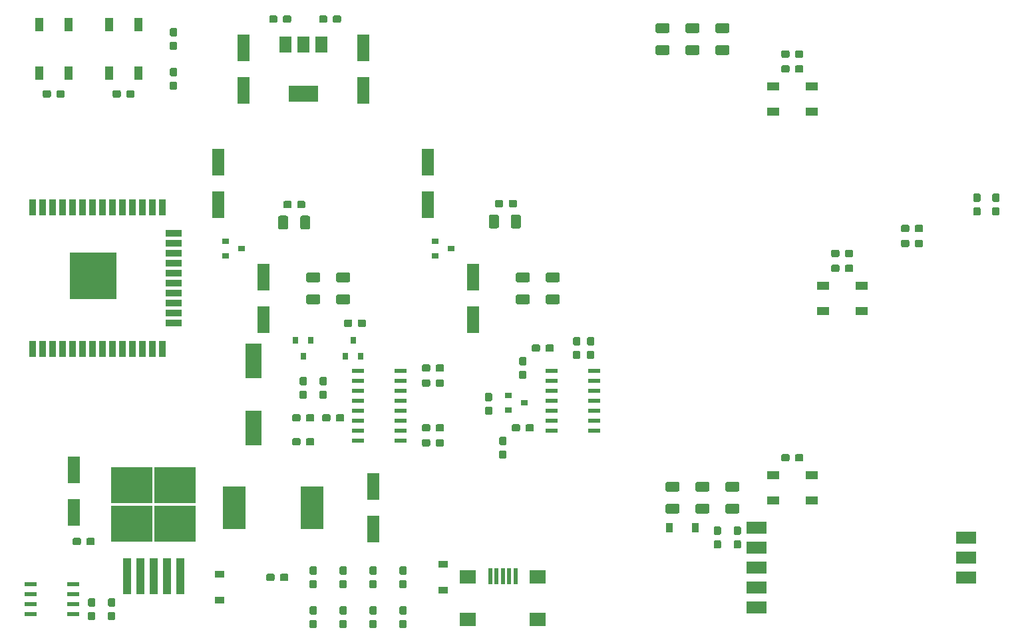
<source format=gbr>
G04 #@! TF.GenerationSoftware,KiCad,Pcbnew,(5.0.0)*
G04 #@! TF.CreationDate,2018-12-02T19:46:23+01:00*
G04 #@! TF.ProjectId,Nightmare V2,4E696768746D6172652056322E6B6963,rev?*
G04 #@! TF.SameCoordinates,Original*
G04 #@! TF.FileFunction,Paste,Top*
G04 #@! TF.FilePolarity,Positive*
%FSLAX46Y46*%
G04 Gerber Fmt 4.6, Leading zero omitted, Abs format (unit mm)*
G04 Created by KiCad (PCBNEW (5.0.0)) date 12/02/18 19:46:23*
%MOMM*%
%LPD*%
G01*
G04 APERTURE LIST*
%ADD10R,2.540000X1.524000*%
%ADD11R,2.000000X4.500000*%
%ADD12R,1.100000X1.800000*%
%ADD13R,1.600000X3.500000*%
%ADD14C,0.100000*%
%ADD15C,0.950000*%
%ADD16C,1.250000*%
%ADD17R,2.000000X1.700000*%
%ADD18R,0.500000X2.000000*%
%ADD19R,0.900000X1.200000*%
%ADD20R,1.200000X0.900000*%
%ADD21R,2.900000X5.400000*%
%ADD22R,1.500000X1.000000*%
%ADD23R,1.500000X0.600000*%
%ADD24R,1.550000X0.600000*%
%ADD25R,3.800000X2.000000*%
%ADD26R,1.500000X2.000000*%
%ADD27R,0.800000X0.900000*%
%ADD28R,0.900000X0.800000*%
%ADD29R,5.250000X4.550000*%
%ADD30R,1.100000X4.600000*%
%ADD31R,6.000000X6.000000*%
%ADD32R,2.000000X0.900000*%
%ADD33R,0.900000X2.000000*%
G04 APERTURE END LIST*
D10*
G04 #@! TO.C,U9*
X206248000Y-101600000D03*
X206248000Y-104140000D03*
X206248000Y-106680000D03*
X206248000Y-109220000D03*
X206248000Y-111760000D03*
X232918000Y-102870000D03*
X232918000Y-105410000D03*
X232918000Y-107950000D03*
G04 #@! TD*
D11*
G04 #@! TO.C,Y1*
X142240000Y-80400000D03*
X142240000Y-88900000D03*
G04 #@! TD*
D12*
G04 #@! TO.C,SW1*
X127580000Y-37540000D03*
X127580000Y-43740000D03*
X123880000Y-37540000D03*
X123880000Y-43740000D03*
G04 #@! TD*
G04 #@! TO.C,SW2*
X114990000Y-43740000D03*
X114990000Y-37540000D03*
X118690000Y-43740000D03*
X118690000Y-37540000D03*
G04 #@! TD*
D13*
G04 #@! TO.C,C44*
X143510000Y-75090000D03*
X143510000Y-69690000D03*
G04 #@! TD*
G04 #@! TO.C,C16*
X156210000Y-45880000D03*
X156210000Y-40480000D03*
G04 #@! TD*
G04 #@! TO.C,C35*
X164465000Y-55085000D03*
X164465000Y-60485000D03*
G04 #@! TD*
G04 #@! TO.C,C13*
X140970000Y-45880000D03*
X140970000Y-40480000D03*
G04 #@! TD*
G04 #@! TO.C,C38*
X170180000Y-75090000D03*
X170180000Y-69690000D03*
G04 #@! TD*
G04 #@! TO.C,C41*
X137795000Y-60485000D03*
X137795000Y-55085000D03*
G04 #@! TD*
G04 #@! TO.C,C32*
X157480000Y-96360000D03*
X157480000Y-101760000D03*
G04 #@! TD*
G04 #@! TO.C,C19*
X119380000Y-99655000D03*
X119380000Y-94255000D03*
G04 #@! TD*
D14*
G04 #@! TO.C,C36*
G36*
X173820779Y-59851144D02*
X173843834Y-59854563D01*
X173866443Y-59860227D01*
X173888387Y-59868079D01*
X173909457Y-59878044D01*
X173929448Y-59890026D01*
X173948168Y-59903910D01*
X173965438Y-59919562D01*
X173981090Y-59936832D01*
X173994974Y-59955552D01*
X174006956Y-59975543D01*
X174016921Y-59996613D01*
X174024773Y-60018557D01*
X174030437Y-60041166D01*
X174033856Y-60064221D01*
X174035000Y-60087500D01*
X174035000Y-60562500D01*
X174033856Y-60585779D01*
X174030437Y-60608834D01*
X174024773Y-60631443D01*
X174016921Y-60653387D01*
X174006956Y-60674457D01*
X173994974Y-60694448D01*
X173981090Y-60713168D01*
X173965438Y-60730438D01*
X173948168Y-60746090D01*
X173929448Y-60759974D01*
X173909457Y-60771956D01*
X173888387Y-60781921D01*
X173866443Y-60789773D01*
X173843834Y-60795437D01*
X173820779Y-60798856D01*
X173797500Y-60800000D01*
X173222500Y-60800000D01*
X173199221Y-60798856D01*
X173176166Y-60795437D01*
X173153557Y-60789773D01*
X173131613Y-60781921D01*
X173110543Y-60771956D01*
X173090552Y-60759974D01*
X173071832Y-60746090D01*
X173054562Y-60730438D01*
X173038910Y-60713168D01*
X173025026Y-60694448D01*
X173013044Y-60674457D01*
X173003079Y-60653387D01*
X172995227Y-60631443D01*
X172989563Y-60608834D01*
X172986144Y-60585779D01*
X172985000Y-60562500D01*
X172985000Y-60087500D01*
X172986144Y-60064221D01*
X172989563Y-60041166D01*
X172995227Y-60018557D01*
X173003079Y-59996613D01*
X173013044Y-59975543D01*
X173025026Y-59955552D01*
X173038910Y-59936832D01*
X173054562Y-59919562D01*
X173071832Y-59903910D01*
X173090552Y-59890026D01*
X173110543Y-59878044D01*
X173131613Y-59868079D01*
X173153557Y-59860227D01*
X173176166Y-59854563D01*
X173199221Y-59851144D01*
X173222500Y-59850000D01*
X173797500Y-59850000D01*
X173820779Y-59851144D01*
X173820779Y-59851144D01*
G37*
D15*
X173510000Y-60325000D03*
D14*
G36*
X175570779Y-59851144D02*
X175593834Y-59854563D01*
X175616443Y-59860227D01*
X175638387Y-59868079D01*
X175659457Y-59878044D01*
X175679448Y-59890026D01*
X175698168Y-59903910D01*
X175715438Y-59919562D01*
X175731090Y-59936832D01*
X175744974Y-59955552D01*
X175756956Y-59975543D01*
X175766921Y-59996613D01*
X175774773Y-60018557D01*
X175780437Y-60041166D01*
X175783856Y-60064221D01*
X175785000Y-60087500D01*
X175785000Y-60562500D01*
X175783856Y-60585779D01*
X175780437Y-60608834D01*
X175774773Y-60631443D01*
X175766921Y-60653387D01*
X175756956Y-60674457D01*
X175744974Y-60694448D01*
X175731090Y-60713168D01*
X175715438Y-60730438D01*
X175698168Y-60746090D01*
X175679448Y-60759974D01*
X175659457Y-60771956D01*
X175638387Y-60781921D01*
X175616443Y-60789773D01*
X175593834Y-60795437D01*
X175570779Y-60798856D01*
X175547500Y-60800000D01*
X174972500Y-60800000D01*
X174949221Y-60798856D01*
X174926166Y-60795437D01*
X174903557Y-60789773D01*
X174881613Y-60781921D01*
X174860543Y-60771956D01*
X174840552Y-60759974D01*
X174821832Y-60746090D01*
X174804562Y-60730438D01*
X174788910Y-60713168D01*
X174775026Y-60694448D01*
X174763044Y-60674457D01*
X174753079Y-60653387D01*
X174745227Y-60631443D01*
X174739563Y-60608834D01*
X174736144Y-60585779D01*
X174735000Y-60562500D01*
X174735000Y-60087500D01*
X174736144Y-60064221D01*
X174739563Y-60041166D01*
X174745227Y-60018557D01*
X174753079Y-59996613D01*
X174763044Y-59975543D01*
X174775026Y-59955552D01*
X174788910Y-59936832D01*
X174804562Y-59919562D01*
X174821832Y-59903910D01*
X174840552Y-59890026D01*
X174860543Y-59878044D01*
X174881613Y-59868079D01*
X174903557Y-59860227D01*
X174926166Y-59854563D01*
X174949221Y-59851144D01*
X174972500Y-59850000D01*
X175547500Y-59850000D01*
X175570779Y-59851144D01*
X175570779Y-59851144D01*
G37*
D15*
X175260000Y-60325000D03*
G04 #@! TD*
D14*
G04 #@! TO.C,C31*
G36*
X144723779Y-107476144D02*
X144746834Y-107479563D01*
X144769443Y-107485227D01*
X144791387Y-107493079D01*
X144812457Y-107503044D01*
X144832448Y-107515026D01*
X144851168Y-107528910D01*
X144868438Y-107544562D01*
X144884090Y-107561832D01*
X144897974Y-107580552D01*
X144909956Y-107600543D01*
X144919921Y-107621613D01*
X144927773Y-107643557D01*
X144933437Y-107666166D01*
X144936856Y-107689221D01*
X144938000Y-107712500D01*
X144938000Y-108187500D01*
X144936856Y-108210779D01*
X144933437Y-108233834D01*
X144927773Y-108256443D01*
X144919921Y-108278387D01*
X144909956Y-108299457D01*
X144897974Y-108319448D01*
X144884090Y-108338168D01*
X144868438Y-108355438D01*
X144851168Y-108371090D01*
X144832448Y-108384974D01*
X144812457Y-108396956D01*
X144791387Y-108406921D01*
X144769443Y-108414773D01*
X144746834Y-108420437D01*
X144723779Y-108423856D01*
X144700500Y-108425000D01*
X144125500Y-108425000D01*
X144102221Y-108423856D01*
X144079166Y-108420437D01*
X144056557Y-108414773D01*
X144034613Y-108406921D01*
X144013543Y-108396956D01*
X143993552Y-108384974D01*
X143974832Y-108371090D01*
X143957562Y-108355438D01*
X143941910Y-108338168D01*
X143928026Y-108319448D01*
X143916044Y-108299457D01*
X143906079Y-108278387D01*
X143898227Y-108256443D01*
X143892563Y-108233834D01*
X143889144Y-108210779D01*
X143888000Y-108187500D01*
X143888000Y-107712500D01*
X143889144Y-107689221D01*
X143892563Y-107666166D01*
X143898227Y-107643557D01*
X143906079Y-107621613D01*
X143916044Y-107600543D01*
X143928026Y-107580552D01*
X143941910Y-107561832D01*
X143957562Y-107544562D01*
X143974832Y-107528910D01*
X143993552Y-107515026D01*
X144013543Y-107503044D01*
X144034613Y-107493079D01*
X144056557Y-107485227D01*
X144079166Y-107479563D01*
X144102221Y-107476144D01*
X144125500Y-107475000D01*
X144700500Y-107475000D01*
X144723779Y-107476144D01*
X144723779Y-107476144D01*
G37*
D15*
X144413000Y-107950000D03*
D14*
G36*
X146473779Y-107476144D02*
X146496834Y-107479563D01*
X146519443Y-107485227D01*
X146541387Y-107493079D01*
X146562457Y-107503044D01*
X146582448Y-107515026D01*
X146601168Y-107528910D01*
X146618438Y-107544562D01*
X146634090Y-107561832D01*
X146647974Y-107580552D01*
X146659956Y-107600543D01*
X146669921Y-107621613D01*
X146677773Y-107643557D01*
X146683437Y-107666166D01*
X146686856Y-107689221D01*
X146688000Y-107712500D01*
X146688000Y-108187500D01*
X146686856Y-108210779D01*
X146683437Y-108233834D01*
X146677773Y-108256443D01*
X146669921Y-108278387D01*
X146659956Y-108299457D01*
X146647974Y-108319448D01*
X146634090Y-108338168D01*
X146618438Y-108355438D01*
X146601168Y-108371090D01*
X146582448Y-108384974D01*
X146562457Y-108396956D01*
X146541387Y-108406921D01*
X146519443Y-108414773D01*
X146496834Y-108420437D01*
X146473779Y-108423856D01*
X146450500Y-108425000D01*
X145875500Y-108425000D01*
X145852221Y-108423856D01*
X145829166Y-108420437D01*
X145806557Y-108414773D01*
X145784613Y-108406921D01*
X145763543Y-108396956D01*
X145743552Y-108384974D01*
X145724832Y-108371090D01*
X145707562Y-108355438D01*
X145691910Y-108338168D01*
X145678026Y-108319448D01*
X145666044Y-108299457D01*
X145656079Y-108278387D01*
X145648227Y-108256443D01*
X145642563Y-108233834D01*
X145639144Y-108210779D01*
X145638000Y-108187500D01*
X145638000Y-107712500D01*
X145639144Y-107689221D01*
X145642563Y-107666166D01*
X145648227Y-107643557D01*
X145656079Y-107621613D01*
X145666044Y-107600543D01*
X145678026Y-107580552D01*
X145691910Y-107561832D01*
X145707562Y-107544562D01*
X145724832Y-107528910D01*
X145743552Y-107515026D01*
X145763543Y-107503044D01*
X145784613Y-107493079D01*
X145806557Y-107485227D01*
X145829166Y-107479563D01*
X145852221Y-107476144D01*
X145875500Y-107475000D01*
X146450500Y-107475000D01*
X146473779Y-107476144D01*
X146473779Y-107476144D01*
G37*
D15*
X146163000Y-107950000D03*
G04 #@! TD*
D14*
G04 #@! TO.C,C45*
G36*
X218355779Y-66201144D02*
X218378834Y-66204563D01*
X218401443Y-66210227D01*
X218423387Y-66218079D01*
X218444457Y-66228044D01*
X218464448Y-66240026D01*
X218483168Y-66253910D01*
X218500438Y-66269562D01*
X218516090Y-66286832D01*
X218529974Y-66305552D01*
X218541956Y-66325543D01*
X218551921Y-66346613D01*
X218559773Y-66368557D01*
X218565437Y-66391166D01*
X218568856Y-66414221D01*
X218570000Y-66437500D01*
X218570000Y-66912500D01*
X218568856Y-66935779D01*
X218565437Y-66958834D01*
X218559773Y-66981443D01*
X218551921Y-67003387D01*
X218541956Y-67024457D01*
X218529974Y-67044448D01*
X218516090Y-67063168D01*
X218500438Y-67080438D01*
X218483168Y-67096090D01*
X218464448Y-67109974D01*
X218444457Y-67121956D01*
X218423387Y-67131921D01*
X218401443Y-67139773D01*
X218378834Y-67145437D01*
X218355779Y-67148856D01*
X218332500Y-67150000D01*
X217757500Y-67150000D01*
X217734221Y-67148856D01*
X217711166Y-67145437D01*
X217688557Y-67139773D01*
X217666613Y-67131921D01*
X217645543Y-67121956D01*
X217625552Y-67109974D01*
X217606832Y-67096090D01*
X217589562Y-67080438D01*
X217573910Y-67063168D01*
X217560026Y-67044448D01*
X217548044Y-67024457D01*
X217538079Y-67003387D01*
X217530227Y-66981443D01*
X217524563Y-66958834D01*
X217521144Y-66935779D01*
X217520000Y-66912500D01*
X217520000Y-66437500D01*
X217521144Y-66414221D01*
X217524563Y-66391166D01*
X217530227Y-66368557D01*
X217538079Y-66346613D01*
X217548044Y-66325543D01*
X217560026Y-66305552D01*
X217573910Y-66286832D01*
X217589562Y-66269562D01*
X217606832Y-66253910D01*
X217625552Y-66240026D01*
X217645543Y-66228044D01*
X217666613Y-66218079D01*
X217688557Y-66210227D01*
X217711166Y-66204563D01*
X217734221Y-66201144D01*
X217757500Y-66200000D01*
X218332500Y-66200000D01*
X218355779Y-66201144D01*
X218355779Y-66201144D01*
G37*
D15*
X218045000Y-66675000D03*
D14*
G36*
X216605779Y-66201144D02*
X216628834Y-66204563D01*
X216651443Y-66210227D01*
X216673387Y-66218079D01*
X216694457Y-66228044D01*
X216714448Y-66240026D01*
X216733168Y-66253910D01*
X216750438Y-66269562D01*
X216766090Y-66286832D01*
X216779974Y-66305552D01*
X216791956Y-66325543D01*
X216801921Y-66346613D01*
X216809773Y-66368557D01*
X216815437Y-66391166D01*
X216818856Y-66414221D01*
X216820000Y-66437500D01*
X216820000Y-66912500D01*
X216818856Y-66935779D01*
X216815437Y-66958834D01*
X216809773Y-66981443D01*
X216801921Y-67003387D01*
X216791956Y-67024457D01*
X216779974Y-67044448D01*
X216766090Y-67063168D01*
X216750438Y-67080438D01*
X216733168Y-67096090D01*
X216714448Y-67109974D01*
X216694457Y-67121956D01*
X216673387Y-67131921D01*
X216651443Y-67139773D01*
X216628834Y-67145437D01*
X216605779Y-67148856D01*
X216582500Y-67150000D01*
X216007500Y-67150000D01*
X215984221Y-67148856D01*
X215961166Y-67145437D01*
X215938557Y-67139773D01*
X215916613Y-67131921D01*
X215895543Y-67121956D01*
X215875552Y-67109974D01*
X215856832Y-67096090D01*
X215839562Y-67080438D01*
X215823910Y-67063168D01*
X215810026Y-67044448D01*
X215798044Y-67024457D01*
X215788079Y-67003387D01*
X215780227Y-66981443D01*
X215774563Y-66958834D01*
X215771144Y-66935779D01*
X215770000Y-66912500D01*
X215770000Y-66437500D01*
X215771144Y-66414221D01*
X215774563Y-66391166D01*
X215780227Y-66368557D01*
X215788079Y-66346613D01*
X215798044Y-66325543D01*
X215810026Y-66305552D01*
X215823910Y-66286832D01*
X215839562Y-66269562D01*
X215856832Y-66253910D01*
X215875552Y-66240026D01*
X215895543Y-66228044D01*
X215916613Y-66218079D01*
X215938557Y-66210227D01*
X215961166Y-66204563D01*
X215984221Y-66201144D01*
X216007500Y-66200000D01*
X216582500Y-66200000D01*
X216605779Y-66201144D01*
X216605779Y-66201144D01*
G37*
D15*
X216295000Y-66675000D03*
G04 #@! TD*
D14*
G04 #@! TO.C,C46*
G36*
X212005779Y-40801144D02*
X212028834Y-40804563D01*
X212051443Y-40810227D01*
X212073387Y-40818079D01*
X212094457Y-40828044D01*
X212114448Y-40840026D01*
X212133168Y-40853910D01*
X212150438Y-40869562D01*
X212166090Y-40886832D01*
X212179974Y-40905552D01*
X212191956Y-40925543D01*
X212201921Y-40946613D01*
X212209773Y-40968557D01*
X212215437Y-40991166D01*
X212218856Y-41014221D01*
X212220000Y-41037500D01*
X212220000Y-41512500D01*
X212218856Y-41535779D01*
X212215437Y-41558834D01*
X212209773Y-41581443D01*
X212201921Y-41603387D01*
X212191956Y-41624457D01*
X212179974Y-41644448D01*
X212166090Y-41663168D01*
X212150438Y-41680438D01*
X212133168Y-41696090D01*
X212114448Y-41709974D01*
X212094457Y-41721956D01*
X212073387Y-41731921D01*
X212051443Y-41739773D01*
X212028834Y-41745437D01*
X212005779Y-41748856D01*
X211982500Y-41750000D01*
X211407500Y-41750000D01*
X211384221Y-41748856D01*
X211361166Y-41745437D01*
X211338557Y-41739773D01*
X211316613Y-41731921D01*
X211295543Y-41721956D01*
X211275552Y-41709974D01*
X211256832Y-41696090D01*
X211239562Y-41680438D01*
X211223910Y-41663168D01*
X211210026Y-41644448D01*
X211198044Y-41624457D01*
X211188079Y-41603387D01*
X211180227Y-41581443D01*
X211174563Y-41558834D01*
X211171144Y-41535779D01*
X211170000Y-41512500D01*
X211170000Y-41037500D01*
X211171144Y-41014221D01*
X211174563Y-40991166D01*
X211180227Y-40968557D01*
X211188079Y-40946613D01*
X211198044Y-40925543D01*
X211210026Y-40905552D01*
X211223910Y-40886832D01*
X211239562Y-40869562D01*
X211256832Y-40853910D01*
X211275552Y-40840026D01*
X211295543Y-40828044D01*
X211316613Y-40818079D01*
X211338557Y-40810227D01*
X211361166Y-40804563D01*
X211384221Y-40801144D01*
X211407500Y-40800000D01*
X211982500Y-40800000D01*
X212005779Y-40801144D01*
X212005779Y-40801144D01*
G37*
D15*
X211695000Y-41275000D03*
D14*
G36*
X210255779Y-40801144D02*
X210278834Y-40804563D01*
X210301443Y-40810227D01*
X210323387Y-40818079D01*
X210344457Y-40828044D01*
X210364448Y-40840026D01*
X210383168Y-40853910D01*
X210400438Y-40869562D01*
X210416090Y-40886832D01*
X210429974Y-40905552D01*
X210441956Y-40925543D01*
X210451921Y-40946613D01*
X210459773Y-40968557D01*
X210465437Y-40991166D01*
X210468856Y-41014221D01*
X210470000Y-41037500D01*
X210470000Y-41512500D01*
X210468856Y-41535779D01*
X210465437Y-41558834D01*
X210459773Y-41581443D01*
X210451921Y-41603387D01*
X210441956Y-41624457D01*
X210429974Y-41644448D01*
X210416090Y-41663168D01*
X210400438Y-41680438D01*
X210383168Y-41696090D01*
X210364448Y-41709974D01*
X210344457Y-41721956D01*
X210323387Y-41731921D01*
X210301443Y-41739773D01*
X210278834Y-41745437D01*
X210255779Y-41748856D01*
X210232500Y-41750000D01*
X209657500Y-41750000D01*
X209634221Y-41748856D01*
X209611166Y-41745437D01*
X209588557Y-41739773D01*
X209566613Y-41731921D01*
X209545543Y-41721956D01*
X209525552Y-41709974D01*
X209506832Y-41696090D01*
X209489562Y-41680438D01*
X209473910Y-41663168D01*
X209460026Y-41644448D01*
X209448044Y-41624457D01*
X209438079Y-41603387D01*
X209430227Y-41581443D01*
X209424563Y-41558834D01*
X209421144Y-41535779D01*
X209420000Y-41512500D01*
X209420000Y-41037500D01*
X209421144Y-41014221D01*
X209424563Y-40991166D01*
X209430227Y-40968557D01*
X209438079Y-40946613D01*
X209448044Y-40925543D01*
X209460026Y-40905552D01*
X209473910Y-40886832D01*
X209489562Y-40869562D01*
X209506832Y-40853910D01*
X209525552Y-40840026D01*
X209545543Y-40828044D01*
X209566613Y-40818079D01*
X209588557Y-40810227D01*
X209611166Y-40804563D01*
X209634221Y-40801144D01*
X209657500Y-40800000D01*
X210232500Y-40800000D01*
X210255779Y-40801144D01*
X210255779Y-40801144D01*
G37*
D15*
X209945000Y-41275000D03*
G04 #@! TD*
D14*
G04 #@! TO.C,C40*
G36*
X234575779Y-59053144D02*
X234598834Y-59056563D01*
X234621443Y-59062227D01*
X234643387Y-59070079D01*
X234664457Y-59080044D01*
X234684448Y-59092026D01*
X234703168Y-59105910D01*
X234720438Y-59121562D01*
X234736090Y-59138832D01*
X234749974Y-59157552D01*
X234761956Y-59177543D01*
X234771921Y-59198613D01*
X234779773Y-59220557D01*
X234785437Y-59243166D01*
X234788856Y-59266221D01*
X234790000Y-59289500D01*
X234790000Y-59864500D01*
X234788856Y-59887779D01*
X234785437Y-59910834D01*
X234779773Y-59933443D01*
X234771921Y-59955387D01*
X234761956Y-59976457D01*
X234749974Y-59996448D01*
X234736090Y-60015168D01*
X234720438Y-60032438D01*
X234703168Y-60048090D01*
X234684448Y-60061974D01*
X234664457Y-60073956D01*
X234643387Y-60083921D01*
X234621443Y-60091773D01*
X234598834Y-60097437D01*
X234575779Y-60100856D01*
X234552500Y-60102000D01*
X234077500Y-60102000D01*
X234054221Y-60100856D01*
X234031166Y-60097437D01*
X234008557Y-60091773D01*
X233986613Y-60083921D01*
X233965543Y-60073956D01*
X233945552Y-60061974D01*
X233926832Y-60048090D01*
X233909562Y-60032438D01*
X233893910Y-60015168D01*
X233880026Y-59996448D01*
X233868044Y-59976457D01*
X233858079Y-59955387D01*
X233850227Y-59933443D01*
X233844563Y-59910834D01*
X233841144Y-59887779D01*
X233840000Y-59864500D01*
X233840000Y-59289500D01*
X233841144Y-59266221D01*
X233844563Y-59243166D01*
X233850227Y-59220557D01*
X233858079Y-59198613D01*
X233868044Y-59177543D01*
X233880026Y-59157552D01*
X233893910Y-59138832D01*
X233909562Y-59121562D01*
X233926832Y-59105910D01*
X233945552Y-59092026D01*
X233965543Y-59080044D01*
X233986613Y-59070079D01*
X234008557Y-59062227D01*
X234031166Y-59056563D01*
X234054221Y-59053144D01*
X234077500Y-59052000D01*
X234552500Y-59052000D01*
X234575779Y-59053144D01*
X234575779Y-59053144D01*
G37*
D15*
X234315000Y-59577000D03*
D14*
G36*
X234575779Y-60803144D02*
X234598834Y-60806563D01*
X234621443Y-60812227D01*
X234643387Y-60820079D01*
X234664457Y-60830044D01*
X234684448Y-60842026D01*
X234703168Y-60855910D01*
X234720438Y-60871562D01*
X234736090Y-60888832D01*
X234749974Y-60907552D01*
X234761956Y-60927543D01*
X234771921Y-60948613D01*
X234779773Y-60970557D01*
X234785437Y-60993166D01*
X234788856Y-61016221D01*
X234790000Y-61039500D01*
X234790000Y-61614500D01*
X234788856Y-61637779D01*
X234785437Y-61660834D01*
X234779773Y-61683443D01*
X234771921Y-61705387D01*
X234761956Y-61726457D01*
X234749974Y-61746448D01*
X234736090Y-61765168D01*
X234720438Y-61782438D01*
X234703168Y-61798090D01*
X234684448Y-61811974D01*
X234664457Y-61823956D01*
X234643387Y-61833921D01*
X234621443Y-61841773D01*
X234598834Y-61847437D01*
X234575779Y-61850856D01*
X234552500Y-61852000D01*
X234077500Y-61852000D01*
X234054221Y-61850856D01*
X234031166Y-61847437D01*
X234008557Y-61841773D01*
X233986613Y-61833921D01*
X233965543Y-61823956D01*
X233945552Y-61811974D01*
X233926832Y-61798090D01*
X233909562Y-61782438D01*
X233893910Y-61765168D01*
X233880026Y-61746448D01*
X233868044Y-61726457D01*
X233858079Y-61705387D01*
X233850227Y-61683443D01*
X233844563Y-61660834D01*
X233841144Y-61637779D01*
X233840000Y-61614500D01*
X233840000Y-61039500D01*
X233841144Y-61016221D01*
X233844563Y-60993166D01*
X233850227Y-60970557D01*
X233858079Y-60948613D01*
X233868044Y-60927543D01*
X233880026Y-60907552D01*
X233893910Y-60888832D01*
X233909562Y-60871562D01*
X233926832Y-60855910D01*
X233945552Y-60842026D01*
X233965543Y-60830044D01*
X233986613Y-60820079D01*
X234008557Y-60812227D01*
X234031166Y-60806563D01*
X234054221Y-60803144D01*
X234077500Y-60802000D01*
X234552500Y-60802000D01*
X234575779Y-60803144D01*
X234575779Y-60803144D01*
G37*
D15*
X234315000Y-61327000D03*
G04 #@! TD*
D14*
G04 #@! TO.C,C47*
G36*
X201555779Y-103221144D02*
X201578834Y-103224563D01*
X201601443Y-103230227D01*
X201623387Y-103238079D01*
X201644457Y-103248044D01*
X201664448Y-103260026D01*
X201683168Y-103273910D01*
X201700438Y-103289562D01*
X201716090Y-103306832D01*
X201729974Y-103325552D01*
X201741956Y-103345543D01*
X201751921Y-103366613D01*
X201759773Y-103388557D01*
X201765437Y-103411166D01*
X201768856Y-103434221D01*
X201770000Y-103457500D01*
X201770000Y-104032500D01*
X201768856Y-104055779D01*
X201765437Y-104078834D01*
X201759773Y-104101443D01*
X201751921Y-104123387D01*
X201741956Y-104144457D01*
X201729974Y-104164448D01*
X201716090Y-104183168D01*
X201700438Y-104200438D01*
X201683168Y-104216090D01*
X201664448Y-104229974D01*
X201644457Y-104241956D01*
X201623387Y-104251921D01*
X201601443Y-104259773D01*
X201578834Y-104265437D01*
X201555779Y-104268856D01*
X201532500Y-104270000D01*
X201057500Y-104270000D01*
X201034221Y-104268856D01*
X201011166Y-104265437D01*
X200988557Y-104259773D01*
X200966613Y-104251921D01*
X200945543Y-104241956D01*
X200925552Y-104229974D01*
X200906832Y-104216090D01*
X200889562Y-104200438D01*
X200873910Y-104183168D01*
X200860026Y-104164448D01*
X200848044Y-104144457D01*
X200838079Y-104123387D01*
X200830227Y-104101443D01*
X200824563Y-104078834D01*
X200821144Y-104055779D01*
X200820000Y-104032500D01*
X200820000Y-103457500D01*
X200821144Y-103434221D01*
X200824563Y-103411166D01*
X200830227Y-103388557D01*
X200838079Y-103366613D01*
X200848044Y-103345543D01*
X200860026Y-103325552D01*
X200873910Y-103306832D01*
X200889562Y-103289562D01*
X200906832Y-103273910D01*
X200925552Y-103260026D01*
X200945543Y-103248044D01*
X200966613Y-103238079D01*
X200988557Y-103230227D01*
X201011166Y-103224563D01*
X201034221Y-103221144D01*
X201057500Y-103220000D01*
X201532500Y-103220000D01*
X201555779Y-103221144D01*
X201555779Y-103221144D01*
G37*
D15*
X201295000Y-103745000D03*
D14*
G36*
X201555779Y-101471144D02*
X201578834Y-101474563D01*
X201601443Y-101480227D01*
X201623387Y-101488079D01*
X201644457Y-101498044D01*
X201664448Y-101510026D01*
X201683168Y-101523910D01*
X201700438Y-101539562D01*
X201716090Y-101556832D01*
X201729974Y-101575552D01*
X201741956Y-101595543D01*
X201751921Y-101616613D01*
X201759773Y-101638557D01*
X201765437Y-101661166D01*
X201768856Y-101684221D01*
X201770000Y-101707500D01*
X201770000Y-102282500D01*
X201768856Y-102305779D01*
X201765437Y-102328834D01*
X201759773Y-102351443D01*
X201751921Y-102373387D01*
X201741956Y-102394457D01*
X201729974Y-102414448D01*
X201716090Y-102433168D01*
X201700438Y-102450438D01*
X201683168Y-102466090D01*
X201664448Y-102479974D01*
X201644457Y-102491956D01*
X201623387Y-102501921D01*
X201601443Y-102509773D01*
X201578834Y-102515437D01*
X201555779Y-102518856D01*
X201532500Y-102520000D01*
X201057500Y-102520000D01*
X201034221Y-102518856D01*
X201011166Y-102515437D01*
X200988557Y-102509773D01*
X200966613Y-102501921D01*
X200945543Y-102491956D01*
X200925552Y-102479974D01*
X200906832Y-102466090D01*
X200889562Y-102450438D01*
X200873910Y-102433168D01*
X200860026Y-102414448D01*
X200848044Y-102394457D01*
X200838079Y-102373387D01*
X200830227Y-102351443D01*
X200824563Y-102328834D01*
X200821144Y-102305779D01*
X200820000Y-102282500D01*
X200820000Y-101707500D01*
X200821144Y-101684221D01*
X200824563Y-101661166D01*
X200830227Y-101638557D01*
X200838079Y-101616613D01*
X200848044Y-101595543D01*
X200860026Y-101575552D01*
X200873910Y-101556832D01*
X200889562Y-101539562D01*
X200906832Y-101523910D01*
X200925552Y-101510026D01*
X200945543Y-101498044D01*
X200966613Y-101488079D01*
X200988557Y-101480227D01*
X201011166Y-101474563D01*
X201034221Y-101471144D01*
X201057500Y-101470000D01*
X201532500Y-101470000D01*
X201555779Y-101471144D01*
X201555779Y-101471144D01*
G37*
D15*
X201295000Y-101995000D03*
G04 #@! TD*
D14*
G04 #@! TO.C,C48*
G36*
X204095779Y-101471144D02*
X204118834Y-101474563D01*
X204141443Y-101480227D01*
X204163387Y-101488079D01*
X204184457Y-101498044D01*
X204204448Y-101510026D01*
X204223168Y-101523910D01*
X204240438Y-101539562D01*
X204256090Y-101556832D01*
X204269974Y-101575552D01*
X204281956Y-101595543D01*
X204291921Y-101616613D01*
X204299773Y-101638557D01*
X204305437Y-101661166D01*
X204308856Y-101684221D01*
X204310000Y-101707500D01*
X204310000Y-102282500D01*
X204308856Y-102305779D01*
X204305437Y-102328834D01*
X204299773Y-102351443D01*
X204291921Y-102373387D01*
X204281956Y-102394457D01*
X204269974Y-102414448D01*
X204256090Y-102433168D01*
X204240438Y-102450438D01*
X204223168Y-102466090D01*
X204204448Y-102479974D01*
X204184457Y-102491956D01*
X204163387Y-102501921D01*
X204141443Y-102509773D01*
X204118834Y-102515437D01*
X204095779Y-102518856D01*
X204072500Y-102520000D01*
X203597500Y-102520000D01*
X203574221Y-102518856D01*
X203551166Y-102515437D01*
X203528557Y-102509773D01*
X203506613Y-102501921D01*
X203485543Y-102491956D01*
X203465552Y-102479974D01*
X203446832Y-102466090D01*
X203429562Y-102450438D01*
X203413910Y-102433168D01*
X203400026Y-102414448D01*
X203388044Y-102394457D01*
X203378079Y-102373387D01*
X203370227Y-102351443D01*
X203364563Y-102328834D01*
X203361144Y-102305779D01*
X203360000Y-102282500D01*
X203360000Y-101707500D01*
X203361144Y-101684221D01*
X203364563Y-101661166D01*
X203370227Y-101638557D01*
X203378079Y-101616613D01*
X203388044Y-101595543D01*
X203400026Y-101575552D01*
X203413910Y-101556832D01*
X203429562Y-101539562D01*
X203446832Y-101523910D01*
X203465552Y-101510026D01*
X203485543Y-101498044D01*
X203506613Y-101488079D01*
X203528557Y-101480227D01*
X203551166Y-101474563D01*
X203574221Y-101471144D01*
X203597500Y-101470000D01*
X204072500Y-101470000D01*
X204095779Y-101471144D01*
X204095779Y-101471144D01*
G37*
D15*
X203835000Y-101995000D03*
D14*
G36*
X204095779Y-103221144D02*
X204118834Y-103224563D01*
X204141443Y-103230227D01*
X204163387Y-103238079D01*
X204184457Y-103248044D01*
X204204448Y-103260026D01*
X204223168Y-103273910D01*
X204240438Y-103289562D01*
X204256090Y-103306832D01*
X204269974Y-103325552D01*
X204281956Y-103345543D01*
X204291921Y-103366613D01*
X204299773Y-103388557D01*
X204305437Y-103411166D01*
X204308856Y-103434221D01*
X204310000Y-103457500D01*
X204310000Y-104032500D01*
X204308856Y-104055779D01*
X204305437Y-104078834D01*
X204299773Y-104101443D01*
X204291921Y-104123387D01*
X204281956Y-104144457D01*
X204269974Y-104164448D01*
X204256090Y-104183168D01*
X204240438Y-104200438D01*
X204223168Y-104216090D01*
X204204448Y-104229974D01*
X204184457Y-104241956D01*
X204163387Y-104251921D01*
X204141443Y-104259773D01*
X204118834Y-104265437D01*
X204095779Y-104268856D01*
X204072500Y-104270000D01*
X203597500Y-104270000D01*
X203574221Y-104268856D01*
X203551166Y-104265437D01*
X203528557Y-104259773D01*
X203506613Y-104251921D01*
X203485543Y-104241956D01*
X203465552Y-104229974D01*
X203446832Y-104216090D01*
X203429562Y-104200438D01*
X203413910Y-104183168D01*
X203400026Y-104164448D01*
X203388044Y-104144457D01*
X203378079Y-104123387D01*
X203370227Y-104101443D01*
X203364563Y-104078834D01*
X203361144Y-104055779D01*
X203360000Y-104032500D01*
X203360000Y-103457500D01*
X203361144Y-103434221D01*
X203364563Y-103411166D01*
X203370227Y-103388557D01*
X203378079Y-103366613D01*
X203388044Y-103345543D01*
X203400026Y-103325552D01*
X203413910Y-103306832D01*
X203429562Y-103289562D01*
X203446832Y-103273910D01*
X203465552Y-103260026D01*
X203485543Y-103248044D01*
X203506613Y-103238079D01*
X203528557Y-103230227D01*
X203551166Y-103224563D01*
X203574221Y-103221144D01*
X203597500Y-103220000D01*
X204072500Y-103220000D01*
X204095779Y-103221144D01*
X204095779Y-103221144D01*
G37*
D15*
X203835000Y-103745000D03*
G04 #@! TD*
D14*
G04 #@! TO.C,C49*
G36*
X156365779Y-75091144D02*
X156388834Y-75094563D01*
X156411443Y-75100227D01*
X156433387Y-75108079D01*
X156454457Y-75118044D01*
X156474448Y-75130026D01*
X156493168Y-75143910D01*
X156510438Y-75159562D01*
X156526090Y-75176832D01*
X156539974Y-75195552D01*
X156551956Y-75215543D01*
X156561921Y-75236613D01*
X156569773Y-75258557D01*
X156575437Y-75281166D01*
X156578856Y-75304221D01*
X156580000Y-75327500D01*
X156580000Y-75802500D01*
X156578856Y-75825779D01*
X156575437Y-75848834D01*
X156569773Y-75871443D01*
X156561921Y-75893387D01*
X156551956Y-75914457D01*
X156539974Y-75934448D01*
X156526090Y-75953168D01*
X156510438Y-75970438D01*
X156493168Y-75986090D01*
X156474448Y-75999974D01*
X156454457Y-76011956D01*
X156433387Y-76021921D01*
X156411443Y-76029773D01*
X156388834Y-76035437D01*
X156365779Y-76038856D01*
X156342500Y-76040000D01*
X155767500Y-76040000D01*
X155744221Y-76038856D01*
X155721166Y-76035437D01*
X155698557Y-76029773D01*
X155676613Y-76021921D01*
X155655543Y-76011956D01*
X155635552Y-75999974D01*
X155616832Y-75986090D01*
X155599562Y-75970438D01*
X155583910Y-75953168D01*
X155570026Y-75934448D01*
X155558044Y-75914457D01*
X155548079Y-75893387D01*
X155540227Y-75871443D01*
X155534563Y-75848834D01*
X155531144Y-75825779D01*
X155530000Y-75802500D01*
X155530000Y-75327500D01*
X155531144Y-75304221D01*
X155534563Y-75281166D01*
X155540227Y-75258557D01*
X155548079Y-75236613D01*
X155558044Y-75215543D01*
X155570026Y-75195552D01*
X155583910Y-75176832D01*
X155599562Y-75159562D01*
X155616832Y-75143910D01*
X155635552Y-75130026D01*
X155655543Y-75118044D01*
X155676613Y-75108079D01*
X155698557Y-75100227D01*
X155721166Y-75094563D01*
X155744221Y-75091144D01*
X155767500Y-75090000D01*
X156342500Y-75090000D01*
X156365779Y-75091144D01*
X156365779Y-75091144D01*
G37*
D15*
X156055000Y-75565000D03*
D14*
G36*
X154615779Y-75091144D02*
X154638834Y-75094563D01*
X154661443Y-75100227D01*
X154683387Y-75108079D01*
X154704457Y-75118044D01*
X154724448Y-75130026D01*
X154743168Y-75143910D01*
X154760438Y-75159562D01*
X154776090Y-75176832D01*
X154789974Y-75195552D01*
X154801956Y-75215543D01*
X154811921Y-75236613D01*
X154819773Y-75258557D01*
X154825437Y-75281166D01*
X154828856Y-75304221D01*
X154830000Y-75327500D01*
X154830000Y-75802500D01*
X154828856Y-75825779D01*
X154825437Y-75848834D01*
X154819773Y-75871443D01*
X154811921Y-75893387D01*
X154801956Y-75914457D01*
X154789974Y-75934448D01*
X154776090Y-75953168D01*
X154760438Y-75970438D01*
X154743168Y-75986090D01*
X154724448Y-75999974D01*
X154704457Y-76011956D01*
X154683387Y-76021921D01*
X154661443Y-76029773D01*
X154638834Y-76035437D01*
X154615779Y-76038856D01*
X154592500Y-76040000D01*
X154017500Y-76040000D01*
X153994221Y-76038856D01*
X153971166Y-76035437D01*
X153948557Y-76029773D01*
X153926613Y-76021921D01*
X153905543Y-76011956D01*
X153885552Y-75999974D01*
X153866832Y-75986090D01*
X153849562Y-75970438D01*
X153833910Y-75953168D01*
X153820026Y-75934448D01*
X153808044Y-75914457D01*
X153798079Y-75893387D01*
X153790227Y-75871443D01*
X153784563Y-75848834D01*
X153781144Y-75825779D01*
X153780000Y-75802500D01*
X153780000Y-75327500D01*
X153781144Y-75304221D01*
X153784563Y-75281166D01*
X153790227Y-75258557D01*
X153798079Y-75236613D01*
X153808044Y-75215543D01*
X153820026Y-75195552D01*
X153833910Y-75176832D01*
X153849562Y-75159562D01*
X153866832Y-75143910D01*
X153885552Y-75130026D01*
X153905543Y-75118044D01*
X153926613Y-75108079D01*
X153948557Y-75100227D01*
X153971166Y-75094563D01*
X153994221Y-75091144D01*
X154017500Y-75090000D01*
X154592500Y-75090000D01*
X154615779Y-75091144D01*
X154615779Y-75091144D01*
G37*
D15*
X154305000Y-75565000D03*
G04 #@! TD*
D14*
G04 #@! TO.C,C34*
G36*
X225495779Y-63026144D02*
X225518834Y-63029563D01*
X225541443Y-63035227D01*
X225563387Y-63043079D01*
X225584457Y-63053044D01*
X225604448Y-63065026D01*
X225623168Y-63078910D01*
X225640438Y-63094562D01*
X225656090Y-63111832D01*
X225669974Y-63130552D01*
X225681956Y-63150543D01*
X225691921Y-63171613D01*
X225699773Y-63193557D01*
X225705437Y-63216166D01*
X225708856Y-63239221D01*
X225710000Y-63262500D01*
X225710000Y-63737500D01*
X225708856Y-63760779D01*
X225705437Y-63783834D01*
X225699773Y-63806443D01*
X225691921Y-63828387D01*
X225681956Y-63849457D01*
X225669974Y-63869448D01*
X225656090Y-63888168D01*
X225640438Y-63905438D01*
X225623168Y-63921090D01*
X225604448Y-63934974D01*
X225584457Y-63946956D01*
X225563387Y-63956921D01*
X225541443Y-63964773D01*
X225518834Y-63970437D01*
X225495779Y-63973856D01*
X225472500Y-63975000D01*
X224897500Y-63975000D01*
X224874221Y-63973856D01*
X224851166Y-63970437D01*
X224828557Y-63964773D01*
X224806613Y-63956921D01*
X224785543Y-63946956D01*
X224765552Y-63934974D01*
X224746832Y-63921090D01*
X224729562Y-63905438D01*
X224713910Y-63888168D01*
X224700026Y-63869448D01*
X224688044Y-63849457D01*
X224678079Y-63828387D01*
X224670227Y-63806443D01*
X224664563Y-63783834D01*
X224661144Y-63760779D01*
X224660000Y-63737500D01*
X224660000Y-63262500D01*
X224661144Y-63239221D01*
X224664563Y-63216166D01*
X224670227Y-63193557D01*
X224678079Y-63171613D01*
X224688044Y-63150543D01*
X224700026Y-63130552D01*
X224713910Y-63111832D01*
X224729562Y-63094562D01*
X224746832Y-63078910D01*
X224765552Y-63065026D01*
X224785543Y-63053044D01*
X224806613Y-63043079D01*
X224828557Y-63035227D01*
X224851166Y-63029563D01*
X224874221Y-63026144D01*
X224897500Y-63025000D01*
X225472500Y-63025000D01*
X225495779Y-63026144D01*
X225495779Y-63026144D01*
G37*
D15*
X225185000Y-63500000D03*
D14*
G36*
X227245779Y-63026144D02*
X227268834Y-63029563D01*
X227291443Y-63035227D01*
X227313387Y-63043079D01*
X227334457Y-63053044D01*
X227354448Y-63065026D01*
X227373168Y-63078910D01*
X227390438Y-63094562D01*
X227406090Y-63111832D01*
X227419974Y-63130552D01*
X227431956Y-63150543D01*
X227441921Y-63171613D01*
X227449773Y-63193557D01*
X227455437Y-63216166D01*
X227458856Y-63239221D01*
X227460000Y-63262500D01*
X227460000Y-63737500D01*
X227458856Y-63760779D01*
X227455437Y-63783834D01*
X227449773Y-63806443D01*
X227441921Y-63828387D01*
X227431956Y-63849457D01*
X227419974Y-63869448D01*
X227406090Y-63888168D01*
X227390438Y-63905438D01*
X227373168Y-63921090D01*
X227354448Y-63934974D01*
X227334457Y-63946956D01*
X227313387Y-63956921D01*
X227291443Y-63964773D01*
X227268834Y-63970437D01*
X227245779Y-63973856D01*
X227222500Y-63975000D01*
X226647500Y-63975000D01*
X226624221Y-63973856D01*
X226601166Y-63970437D01*
X226578557Y-63964773D01*
X226556613Y-63956921D01*
X226535543Y-63946956D01*
X226515552Y-63934974D01*
X226496832Y-63921090D01*
X226479562Y-63905438D01*
X226463910Y-63888168D01*
X226450026Y-63869448D01*
X226438044Y-63849457D01*
X226428079Y-63828387D01*
X226420227Y-63806443D01*
X226414563Y-63783834D01*
X226411144Y-63760779D01*
X226410000Y-63737500D01*
X226410000Y-63262500D01*
X226411144Y-63239221D01*
X226414563Y-63216166D01*
X226420227Y-63193557D01*
X226428079Y-63171613D01*
X226438044Y-63150543D01*
X226450026Y-63130552D01*
X226463910Y-63111832D01*
X226479562Y-63094562D01*
X226496832Y-63078910D01*
X226515552Y-63065026D01*
X226535543Y-63053044D01*
X226556613Y-63043079D01*
X226578557Y-63035227D01*
X226601166Y-63029563D01*
X226624221Y-63026144D01*
X226647500Y-63025000D01*
X227222500Y-63025000D01*
X227245779Y-63026144D01*
X227245779Y-63026144D01*
G37*
D15*
X226935000Y-63500000D03*
G04 #@! TD*
D14*
G04 #@! TO.C,C33*
G36*
X227245779Y-64931144D02*
X227268834Y-64934563D01*
X227291443Y-64940227D01*
X227313387Y-64948079D01*
X227334457Y-64958044D01*
X227354448Y-64970026D01*
X227373168Y-64983910D01*
X227390438Y-64999562D01*
X227406090Y-65016832D01*
X227419974Y-65035552D01*
X227431956Y-65055543D01*
X227441921Y-65076613D01*
X227449773Y-65098557D01*
X227455437Y-65121166D01*
X227458856Y-65144221D01*
X227460000Y-65167500D01*
X227460000Y-65642500D01*
X227458856Y-65665779D01*
X227455437Y-65688834D01*
X227449773Y-65711443D01*
X227441921Y-65733387D01*
X227431956Y-65754457D01*
X227419974Y-65774448D01*
X227406090Y-65793168D01*
X227390438Y-65810438D01*
X227373168Y-65826090D01*
X227354448Y-65839974D01*
X227334457Y-65851956D01*
X227313387Y-65861921D01*
X227291443Y-65869773D01*
X227268834Y-65875437D01*
X227245779Y-65878856D01*
X227222500Y-65880000D01*
X226647500Y-65880000D01*
X226624221Y-65878856D01*
X226601166Y-65875437D01*
X226578557Y-65869773D01*
X226556613Y-65861921D01*
X226535543Y-65851956D01*
X226515552Y-65839974D01*
X226496832Y-65826090D01*
X226479562Y-65810438D01*
X226463910Y-65793168D01*
X226450026Y-65774448D01*
X226438044Y-65754457D01*
X226428079Y-65733387D01*
X226420227Y-65711443D01*
X226414563Y-65688834D01*
X226411144Y-65665779D01*
X226410000Y-65642500D01*
X226410000Y-65167500D01*
X226411144Y-65144221D01*
X226414563Y-65121166D01*
X226420227Y-65098557D01*
X226428079Y-65076613D01*
X226438044Y-65055543D01*
X226450026Y-65035552D01*
X226463910Y-65016832D01*
X226479562Y-64999562D01*
X226496832Y-64983910D01*
X226515552Y-64970026D01*
X226535543Y-64958044D01*
X226556613Y-64948079D01*
X226578557Y-64940227D01*
X226601166Y-64934563D01*
X226624221Y-64931144D01*
X226647500Y-64930000D01*
X227222500Y-64930000D01*
X227245779Y-64931144D01*
X227245779Y-64931144D01*
G37*
D15*
X226935000Y-65405000D03*
D14*
G36*
X225495779Y-64931144D02*
X225518834Y-64934563D01*
X225541443Y-64940227D01*
X225563387Y-64948079D01*
X225584457Y-64958044D01*
X225604448Y-64970026D01*
X225623168Y-64983910D01*
X225640438Y-64999562D01*
X225656090Y-65016832D01*
X225669974Y-65035552D01*
X225681956Y-65055543D01*
X225691921Y-65076613D01*
X225699773Y-65098557D01*
X225705437Y-65121166D01*
X225708856Y-65144221D01*
X225710000Y-65167500D01*
X225710000Y-65642500D01*
X225708856Y-65665779D01*
X225705437Y-65688834D01*
X225699773Y-65711443D01*
X225691921Y-65733387D01*
X225681956Y-65754457D01*
X225669974Y-65774448D01*
X225656090Y-65793168D01*
X225640438Y-65810438D01*
X225623168Y-65826090D01*
X225604448Y-65839974D01*
X225584457Y-65851956D01*
X225563387Y-65861921D01*
X225541443Y-65869773D01*
X225518834Y-65875437D01*
X225495779Y-65878856D01*
X225472500Y-65880000D01*
X224897500Y-65880000D01*
X224874221Y-65878856D01*
X224851166Y-65875437D01*
X224828557Y-65869773D01*
X224806613Y-65861921D01*
X224785543Y-65851956D01*
X224765552Y-65839974D01*
X224746832Y-65826090D01*
X224729562Y-65810438D01*
X224713910Y-65793168D01*
X224700026Y-65774448D01*
X224688044Y-65754457D01*
X224678079Y-65733387D01*
X224670227Y-65711443D01*
X224664563Y-65688834D01*
X224661144Y-65665779D01*
X224660000Y-65642500D01*
X224660000Y-65167500D01*
X224661144Y-65144221D01*
X224664563Y-65121166D01*
X224670227Y-65098557D01*
X224678079Y-65076613D01*
X224688044Y-65055543D01*
X224700026Y-65035552D01*
X224713910Y-65016832D01*
X224729562Y-64999562D01*
X224746832Y-64983910D01*
X224765552Y-64970026D01*
X224785543Y-64958044D01*
X224806613Y-64948079D01*
X224828557Y-64940227D01*
X224851166Y-64934563D01*
X224874221Y-64931144D01*
X224897500Y-64930000D01*
X225472500Y-64930000D01*
X225495779Y-64931144D01*
X225495779Y-64931144D01*
G37*
D15*
X225185000Y-65405000D03*
G04 #@! TD*
D14*
G04 #@! TO.C,C50*
G36*
X149775779Y-87156144D02*
X149798834Y-87159563D01*
X149821443Y-87165227D01*
X149843387Y-87173079D01*
X149864457Y-87183044D01*
X149884448Y-87195026D01*
X149903168Y-87208910D01*
X149920438Y-87224562D01*
X149936090Y-87241832D01*
X149949974Y-87260552D01*
X149961956Y-87280543D01*
X149971921Y-87301613D01*
X149979773Y-87323557D01*
X149985437Y-87346166D01*
X149988856Y-87369221D01*
X149990000Y-87392500D01*
X149990000Y-87867500D01*
X149988856Y-87890779D01*
X149985437Y-87913834D01*
X149979773Y-87936443D01*
X149971921Y-87958387D01*
X149961956Y-87979457D01*
X149949974Y-87999448D01*
X149936090Y-88018168D01*
X149920438Y-88035438D01*
X149903168Y-88051090D01*
X149884448Y-88064974D01*
X149864457Y-88076956D01*
X149843387Y-88086921D01*
X149821443Y-88094773D01*
X149798834Y-88100437D01*
X149775779Y-88103856D01*
X149752500Y-88105000D01*
X149177500Y-88105000D01*
X149154221Y-88103856D01*
X149131166Y-88100437D01*
X149108557Y-88094773D01*
X149086613Y-88086921D01*
X149065543Y-88076956D01*
X149045552Y-88064974D01*
X149026832Y-88051090D01*
X149009562Y-88035438D01*
X148993910Y-88018168D01*
X148980026Y-87999448D01*
X148968044Y-87979457D01*
X148958079Y-87958387D01*
X148950227Y-87936443D01*
X148944563Y-87913834D01*
X148941144Y-87890779D01*
X148940000Y-87867500D01*
X148940000Y-87392500D01*
X148941144Y-87369221D01*
X148944563Y-87346166D01*
X148950227Y-87323557D01*
X148958079Y-87301613D01*
X148968044Y-87280543D01*
X148980026Y-87260552D01*
X148993910Y-87241832D01*
X149009562Y-87224562D01*
X149026832Y-87208910D01*
X149045552Y-87195026D01*
X149065543Y-87183044D01*
X149086613Y-87173079D01*
X149108557Y-87165227D01*
X149131166Y-87159563D01*
X149154221Y-87156144D01*
X149177500Y-87155000D01*
X149752500Y-87155000D01*
X149775779Y-87156144D01*
X149775779Y-87156144D01*
G37*
D15*
X149465000Y-87630000D03*
D14*
G36*
X148025779Y-87156144D02*
X148048834Y-87159563D01*
X148071443Y-87165227D01*
X148093387Y-87173079D01*
X148114457Y-87183044D01*
X148134448Y-87195026D01*
X148153168Y-87208910D01*
X148170438Y-87224562D01*
X148186090Y-87241832D01*
X148199974Y-87260552D01*
X148211956Y-87280543D01*
X148221921Y-87301613D01*
X148229773Y-87323557D01*
X148235437Y-87346166D01*
X148238856Y-87369221D01*
X148240000Y-87392500D01*
X148240000Y-87867500D01*
X148238856Y-87890779D01*
X148235437Y-87913834D01*
X148229773Y-87936443D01*
X148221921Y-87958387D01*
X148211956Y-87979457D01*
X148199974Y-87999448D01*
X148186090Y-88018168D01*
X148170438Y-88035438D01*
X148153168Y-88051090D01*
X148134448Y-88064974D01*
X148114457Y-88076956D01*
X148093387Y-88086921D01*
X148071443Y-88094773D01*
X148048834Y-88100437D01*
X148025779Y-88103856D01*
X148002500Y-88105000D01*
X147427500Y-88105000D01*
X147404221Y-88103856D01*
X147381166Y-88100437D01*
X147358557Y-88094773D01*
X147336613Y-88086921D01*
X147315543Y-88076956D01*
X147295552Y-88064974D01*
X147276832Y-88051090D01*
X147259562Y-88035438D01*
X147243910Y-88018168D01*
X147230026Y-87999448D01*
X147218044Y-87979457D01*
X147208079Y-87958387D01*
X147200227Y-87936443D01*
X147194563Y-87913834D01*
X147191144Y-87890779D01*
X147190000Y-87867500D01*
X147190000Y-87392500D01*
X147191144Y-87369221D01*
X147194563Y-87346166D01*
X147200227Y-87323557D01*
X147208079Y-87301613D01*
X147218044Y-87280543D01*
X147230026Y-87260552D01*
X147243910Y-87241832D01*
X147259562Y-87224562D01*
X147276832Y-87208910D01*
X147295552Y-87195026D01*
X147315543Y-87183044D01*
X147336613Y-87173079D01*
X147358557Y-87165227D01*
X147381166Y-87159563D01*
X147404221Y-87156144D01*
X147427500Y-87155000D01*
X148002500Y-87155000D01*
X148025779Y-87156144D01*
X148025779Y-87156144D01*
G37*
D15*
X147715000Y-87630000D03*
G04 #@! TD*
D14*
G04 #@! TO.C,C51*
G36*
X148025779Y-90204144D02*
X148048834Y-90207563D01*
X148071443Y-90213227D01*
X148093387Y-90221079D01*
X148114457Y-90231044D01*
X148134448Y-90243026D01*
X148153168Y-90256910D01*
X148170438Y-90272562D01*
X148186090Y-90289832D01*
X148199974Y-90308552D01*
X148211956Y-90328543D01*
X148221921Y-90349613D01*
X148229773Y-90371557D01*
X148235437Y-90394166D01*
X148238856Y-90417221D01*
X148240000Y-90440500D01*
X148240000Y-90915500D01*
X148238856Y-90938779D01*
X148235437Y-90961834D01*
X148229773Y-90984443D01*
X148221921Y-91006387D01*
X148211956Y-91027457D01*
X148199974Y-91047448D01*
X148186090Y-91066168D01*
X148170438Y-91083438D01*
X148153168Y-91099090D01*
X148134448Y-91112974D01*
X148114457Y-91124956D01*
X148093387Y-91134921D01*
X148071443Y-91142773D01*
X148048834Y-91148437D01*
X148025779Y-91151856D01*
X148002500Y-91153000D01*
X147427500Y-91153000D01*
X147404221Y-91151856D01*
X147381166Y-91148437D01*
X147358557Y-91142773D01*
X147336613Y-91134921D01*
X147315543Y-91124956D01*
X147295552Y-91112974D01*
X147276832Y-91099090D01*
X147259562Y-91083438D01*
X147243910Y-91066168D01*
X147230026Y-91047448D01*
X147218044Y-91027457D01*
X147208079Y-91006387D01*
X147200227Y-90984443D01*
X147194563Y-90961834D01*
X147191144Y-90938779D01*
X147190000Y-90915500D01*
X147190000Y-90440500D01*
X147191144Y-90417221D01*
X147194563Y-90394166D01*
X147200227Y-90371557D01*
X147208079Y-90349613D01*
X147218044Y-90328543D01*
X147230026Y-90308552D01*
X147243910Y-90289832D01*
X147259562Y-90272562D01*
X147276832Y-90256910D01*
X147295552Y-90243026D01*
X147315543Y-90231044D01*
X147336613Y-90221079D01*
X147358557Y-90213227D01*
X147381166Y-90207563D01*
X147404221Y-90204144D01*
X147427500Y-90203000D01*
X148002500Y-90203000D01*
X148025779Y-90204144D01*
X148025779Y-90204144D01*
G37*
D15*
X147715000Y-90678000D03*
D14*
G36*
X149775779Y-90204144D02*
X149798834Y-90207563D01*
X149821443Y-90213227D01*
X149843387Y-90221079D01*
X149864457Y-90231044D01*
X149884448Y-90243026D01*
X149903168Y-90256910D01*
X149920438Y-90272562D01*
X149936090Y-90289832D01*
X149949974Y-90308552D01*
X149961956Y-90328543D01*
X149971921Y-90349613D01*
X149979773Y-90371557D01*
X149985437Y-90394166D01*
X149988856Y-90417221D01*
X149990000Y-90440500D01*
X149990000Y-90915500D01*
X149988856Y-90938779D01*
X149985437Y-90961834D01*
X149979773Y-90984443D01*
X149971921Y-91006387D01*
X149961956Y-91027457D01*
X149949974Y-91047448D01*
X149936090Y-91066168D01*
X149920438Y-91083438D01*
X149903168Y-91099090D01*
X149884448Y-91112974D01*
X149864457Y-91124956D01*
X149843387Y-91134921D01*
X149821443Y-91142773D01*
X149798834Y-91148437D01*
X149775779Y-91151856D01*
X149752500Y-91153000D01*
X149177500Y-91153000D01*
X149154221Y-91151856D01*
X149131166Y-91148437D01*
X149108557Y-91142773D01*
X149086613Y-91134921D01*
X149065543Y-91124956D01*
X149045552Y-91112974D01*
X149026832Y-91099090D01*
X149009562Y-91083438D01*
X148993910Y-91066168D01*
X148980026Y-91047448D01*
X148968044Y-91027457D01*
X148958079Y-91006387D01*
X148950227Y-90984443D01*
X148944563Y-90961834D01*
X148941144Y-90938779D01*
X148940000Y-90915500D01*
X148940000Y-90440500D01*
X148941144Y-90417221D01*
X148944563Y-90394166D01*
X148950227Y-90371557D01*
X148958079Y-90349613D01*
X148968044Y-90328543D01*
X148980026Y-90308552D01*
X148993910Y-90289832D01*
X149009562Y-90272562D01*
X149026832Y-90256910D01*
X149045552Y-90243026D01*
X149065543Y-90231044D01*
X149086613Y-90221079D01*
X149108557Y-90213227D01*
X149131166Y-90207563D01*
X149154221Y-90204144D01*
X149177500Y-90203000D01*
X149752500Y-90203000D01*
X149775779Y-90204144D01*
X149775779Y-90204144D01*
G37*
D15*
X149465000Y-90678000D03*
G04 #@! TD*
D14*
G04 #@! TO.C,C42*
G36*
X146896779Y-59978144D02*
X146919834Y-59981563D01*
X146942443Y-59987227D01*
X146964387Y-59995079D01*
X146985457Y-60005044D01*
X147005448Y-60017026D01*
X147024168Y-60030910D01*
X147041438Y-60046562D01*
X147057090Y-60063832D01*
X147070974Y-60082552D01*
X147082956Y-60102543D01*
X147092921Y-60123613D01*
X147100773Y-60145557D01*
X147106437Y-60168166D01*
X147109856Y-60191221D01*
X147111000Y-60214500D01*
X147111000Y-60689500D01*
X147109856Y-60712779D01*
X147106437Y-60735834D01*
X147100773Y-60758443D01*
X147092921Y-60780387D01*
X147082956Y-60801457D01*
X147070974Y-60821448D01*
X147057090Y-60840168D01*
X147041438Y-60857438D01*
X147024168Y-60873090D01*
X147005448Y-60886974D01*
X146985457Y-60898956D01*
X146964387Y-60908921D01*
X146942443Y-60916773D01*
X146919834Y-60922437D01*
X146896779Y-60925856D01*
X146873500Y-60927000D01*
X146298500Y-60927000D01*
X146275221Y-60925856D01*
X146252166Y-60922437D01*
X146229557Y-60916773D01*
X146207613Y-60908921D01*
X146186543Y-60898956D01*
X146166552Y-60886974D01*
X146147832Y-60873090D01*
X146130562Y-60857438D01*
X146114910Y-60840168D01*
X146101026Y-60821448D01*
X146089044Y-60801457D01*
X146079079Y-60780387D01*
X146071227Y-60758443D01*
X146065563Y-60735834D01*
X146062144Y-60712779D01*
X146061000Y-60689500D01*
X146061000Y-60214500D01*
X146062144Y-60191221D01*
X146065563Y-60168166D01*
X146071227Y-60145557D01*
X146079079Y-60123613D01*
X146089044Y-60102543D01*
X146101026Y-60082552D01*
X146114910Y-60063832D01*
X146130562Y-60046562D01*
X146147832Y-60030910D01*
X146166552Y-60017026D01*
X146186543Y-60005044D01*
X146207613Y-59995079D01*
X146229557Y-59987227D01*
X146252166Y-59981563D01*
X146275221Y-59978144D01*
X146298500Y-59977000D01*
X146873500Y-59977000D01*
X146896779Y-59978144D01*
X146896779Y-59978144D01*
G37*
D15*
X146586000Y-60452000D03*
D14*
G36*
X148646779Y-59978144D02*
X148669834Y-59981563D01*
X148692443Y-59987227D01*
X148714387Y-59995079D01*
X148735457Y-60005044D01*
X148755448Y-60017026D01*
X148774168Y-60030910D01*
X148791438Y-60046562D01*
X148807090Y-60063832D01*
X148820974Y-60082552D01*
X148832956Y-60102543D01*
X148842921Y-60123613D01*
X148850773Y-60145557D01*
X148856437Y-60168166D01*
X148859856Y-60191221D01*
X148861000Y-60214500D01*
X148861000Y-60689500D01*
X148859856Y-60712779D01*
X148856437Y-60735834D01*
X148850773Y-60758443D01*
X148842921Y-60780387D01*
X148832956Y-60801457D01*
X148820974Y-60821448D01*
X148807090Y-60840168D01*
X148791438Y-60857438D01*
X148774168Y-60873090D01*
X148755448Y-60886974D01*
X148735457Y-60898956D01*
X148714387Y-60908921D01*
X148692443Y-60916773D01*
X148669834Y-60922437D01*
X148646779Y-60925856D01*
X148623500Y-60927000D01*
X148048500Y-60927000D01*
X148025221Y-60925856D01*
X148002166Y-60922437D01*
X147979557Y-60916773D01*
X147957613Y-60908921D01*
X147936543Y-60898956D01*
X147916552Y-60886974D01*
X147897832Y-60873090D01*
X147880562Y-60857438D01*
X147864910Y-60840168D01*
X147851026Y-60821448D01*
X147839044Y-60801457D01*
X147829079Y-60780387D01*
X147821227Y-60758443D01*
X147815563Y-60735834D01*
X147812144Y-60712779D01*
X147811000Y-60689500D01*
X147811000Y-60214500D01*
X147812144Y-60191221D01*
X147815563Y-60168166D01*
X147821227Y-60145557D01*
X147829079Y-60123613D01*
X147839044Y-60102543D01*
X147851026Y-60082552D01*
X147864910Y-60063832D01*
X147880562Y-60046562D01*
X147897832Y-60030910D01*
X147916552Y-60017026D01*
X147936543Y-60005044D01*
X147957613Y-59995079D01*
X147979557Y-59987227D01*
X148002166Y-59981563D01*
X148025221Y-59978144D01*
X148048500Y-59977000D01*
X148623500Y-59977000D01*
X148646779Y-59978144D01*
X148646779Y-59978144D01*
G37*
D15*
X148336000Y-60452000D03*
G04 #@! TD*
D14*
G04 #@! TO.C,C39*
G36*
X236988779Y-60803144D02*
X237011834Y-60806563D01*
X237034443Y-60812227D01*
X237056387Y-60820079D01*
X237077457Y-60830044D01*
X237097448Y-60842026D01*
X237116168Y-60855910D01*
X237133438Y-60871562D01*
X237149090Y-60888832D01*
X237162974Y-60907552D01*
X237174956Y-60927543D01*
X237184921Y-60948613D01*
X237192773Y-60970557D01*
X237198437Y-60993166D01*
X237201856Y-61016221D01*
X237203000Y-61039500D01*
X237203000Y-61614500D01*
X237201856Y-61637779D01*
X237198437Y-61660834D01*
X237192773Y-61683443D01*
X237184921Y-61705387D01*
X237174956Y-61726457D01*
X237162974Y-61746448D01*
X237149090Y-61765168D01*
X237133438Y-61782438D01*
X237116168Y-61798090D01*
X237097448Y-61811974D01*
X237077457Y-61823956D01*
X237056387Y-61833921D01*
X237034443Y-61841773D01*
X237011834Y-61847437D01*
X236988779Y-61850856D01*
X236965500Y-61852000D01*
X236490500Y-61852000D01*
X236467221Y-61850856D01*
X236444166Y-61847437D01*
X236421557Y-61841773D01*
X236399613Y-61833921D01*
X236378543Y-61823956D01*
X236358552Y-61811974D01*
X236339832Y-61798090D01*
X236322562Y-61782438D01*
X236306910Y-61765168D01*
X236293026Y-61746448D01*
X236281044Y-61726457D01*
X236271079Y-61705387D01*
X236263227Y-61683443D01*
X236257563Y-61660834D01*
X236254144Y-61637779D01*
X236253000Y-61614500D01*
X236253000Y-61039500D01*
X236254144Y-61016221D01*
X236257563Y-60993166D01*
X236263227Y-60970557D01*
X236271079Y-60948613D01*
X236281044Y-60927543D01*
X236293026Y-60907552D01*
X236306910Y-60888832D01*
X236322562Y-60871562D01*
X236339832Y-60855910D01*
X236358552Y-60842026D01*
X236378543Y-60830044D01*
X236399613Y-60820079D01*
X236421557Y-60812227D01*
X236444166Y-60806563D01*
X236467221Y-60803144D01*
X236490500Y-60802000D01*
X236965500Y-60802000D01*
X236988779Y-60803144D01*
X236988779Y-60803144D01*
G37*
D15*
X236728000Y-61327000D03*
D14*
G36*
X236988779Y-59053144D02*
X237011834Y-59056563D01*
X237034443Y-59062227D01*
X237056387Y-59070079D01*
X237077457Y-59080044D01*
X237097448Y-59092026D01*
X237116168Y-59105910D01*
X237133438Y-59121562D01*
X237149090Y-59138832D01*
X237162974Y-59157552D01*
X237174956Y-59177543D01*
X237184921Y-59198613D01*
X237192773Y-59220557D01*
X237198437Y-59243166D01*
X237201856Y-59266221D01*
X237203000Y-59289500D01*
X237203000Y-59864500D01*
X237201856Y-59887779D01*
X237198437Y-59910834D01*
X237192773Y-59933443D01*
X237184921Y-59955387D01*
X237174956Y-59976457D01*
X237162974Y-59996448D01*
X237149090Y-60015168D01*
X237133438Y-60032438D01*
X237116168Y-60048090D01*
X237097448Y-60061974D01*
X237077457Y-60073956D01*
X237056387Y-60083921D01*
X237034443Y-60091773D01*
X237011834Y-60097437D01*
X236988779Y-60100856D01*
X236965500Y-60102000D01*
X236490500Y-60102000D01*
X236467221Y-60100856D01*
X236444166Y-60097437D01*
X236421557Y-60091773D01*
X236399613Y-60083921D01*
X236378543Y-60073956D01*
X236358552Y-60061974D01*
X236339832Y-60048090D01*
X236322562Y-60032438D01*
X236306910Y-60015168D01*
X236293026Y-59996448D01*
X236281044Y-59976457D01*
X236271079Y-59955387D01*
X236263227Y-59933443D01*
X236257563Y-59910834D01*
X236254144Y-59887779D01*
X236253000Y-59864500D01*
X236253000Y-59289500D01*
X236254144Y-59266221D01*
X236257563Y-59243166D01*
X236263227Y-59220557D01*
X236271079Y-59198613D01*
X236281044Y-59177543D01*
X236293026Y-59157552D01*
X236306910Y-59138832D01*
X236322562Y-59121562D01*
X236339832Y-59105910D01*
X236358552Y-59092026D01*
X236378543Y-59080044D01*
X236399613Y-59070079D01*
X236421557Y-59062227D01*
X236444166Y-59056563D01*
X236467221Y-59053144D01*
X236490500Y-59052000D01*
X236965500Y-59052000D01*
X236988779Y-59053144D01*
X236988779Y-59053144D01*
G37*
D15*
X236728000Y-59577000D03*
G04 #@! TD*
D14*
G04 #@! TO.C,C3*
G36*
X124466779Y-112365144D02*
X124489834Y-112368563D01*
X124512443Y-112374227D01*
X124534387Y-112382079D01*
X124555457Y-112392044D01*
X124575448Y-112404026D01*
X124594168Y-112417910D01*
X124611438Y-112433562D01*
X124627090Y-112450832D01*
X124640974Y-112469552D01*
X124652956Y-112489543D01*
X124662921Y-112510613D01*
X124670773Y-112532557D01*
X124676437Y-112555166D01*
X124679856Y-112578221D01*
X124681000Y-112601500D01*
X124681000Y-113176500D01*
X124679856Y-113199779D01*
X124676437Y-113222834D01*
X124670773Y-113245443D01*
X124662921Y-113267387D01*
X124652956Y-113288457D01*
X124640974Y-113308448D01*
X124627090Y-113327168D01*
X124611438Y-113344438D01*
X124594168Y-113360090D01*
X124575448Y-113373974D01*
X124555457Y-113385956D01*
X124534387Y-113395921D01*
X124512443Y-113403773D01*
X124489834Y-113409437D01*
X124466779Y-113412856D01*
X124443500Y-113414000D01*
X123968500Y-113414000D01*
X123945221Y-113412856D01*
X123922166Y-113409437D01*
X123899557Y-113403773D01*
X123877613Y-113395921D01*
X123856543Y-113385956D01*
X123836552Y-113373974D01*
X123817832Y-113360090D01*
X123800562Y-113344438D01*
X123784910Y-113327168D01*
X123771026Y-113308448D01*
X123759044Y-113288457D01*
X123749079Y-113267387D01*
X123741227Y-113245443D01*
X123735563Y-113222834D01*
X123732144Y-113199779D01*
X123731000Y-113176500D01*
X123731000Y-112601500D01*
X123732144Y-112578221D01*
X123735563Y-112555166D01*
X123741227Y-112532557D01*
X123749079Y-112510613D01*
X123759044Y-112489543D01*
X123771026Y-112469552D01*
X123784910Y-112450832D01*
X123800562Y-112433562D01*
X123817832Y-112417910D01*
X123836552Y-112404026D01*
X123856543Y-112392044D01*
X123877613Y-112382079D01*
X123899557Y-112374227D01*
X123922166Y-112368563D01*
X123945221Y-112365144D01*
X123968500Y-112364000D01*
X124443500Y-112364000D01*
X124466779Y-112365144D01*
X124466779Y-112365144D01*
G37*
D15*
X124206000Y-112889000D03*
D14*
G36*
X124466779Y-110615144D02*
X124489834Y-110618563D01*
X124512443Y-110624227D01*
X124534387Y-110632079D01*
X124555457Y-110642044D01*
X124575448Y-110654026D01*
X124594168Y-110667910D01*
X124611438Y-110683562D01*
X124627090Y-110700832D01*
X124640974Y-110719552D01*
X124652956Y-110739543D01*
X124662921Y-110760613D01*
X124670773Y-110782557D01*
X124676437Y-110805166D01*
X124679856Y-110828221D01*
X124681000Y-110851500D01*
X124681000Y-111426500D01*
X124679856Y-111449779D01*
X124676437Y-111472834D01*
X124670773Y-111495443D01*
X124662921Y-111517387D01*
X124652956Y-111538457D01*
X124640974Y-111558448D01*
X124627090Y-111577168D01*
X124611438Y-111594438D01*
X124594168Y-111610090D01*
X124575448Y-111623974D01*
X124555457Y-111635956D01*
X124534387Y-111645921D01*
X124512443Y-111653773D01*
X124489834Y-111659437D01*
X124466779Y-111662856D01*
X124443500Y-111664000D01*
X123968500Y-111664000D01*
X123945221Y-111662856D01*
X123922166Y-111659437D01*
X123899557Y-111653773D01*
X123877613Y-111645921D01*
X123856543Y-111635956D01*
X123836552Y-111623974D01*
X123817832Y-111610090D01*
X123800562Y-111594438D01*
X123784910Y-111577168D01*
X123771026Y-111558448D01*
X123759044Y-111538457D01*
X123749079Y-111517387D01*
X123741227Y-111495443D01*
X123735563Y-111472834D01*
X123732144Y-111449779D01*
X123731000Y-111426500D01*
X123731000Y-110851500D01*
X123732144Y-110828221D01*
X123735563Y-110805166D01*
X123741227Y-110782557D01*
X123749079Y-110760613D01*
X123759044Y-110739543D01*
X123771026Y-110719552D01*
X123784910Y-110700832D01*
X123800562Y-110683562D01*
X123817832Y-110667910D01*
X123836552Y-110654026D01*
X123856543Y-110642044D01*
X123877613Y-110632079D01*
X123899557Y-110624227D01*
X123922166Y-110618563D01*
X123945221Y-110615144D01*
X123968500Y-110614000D01*
X124443500Y-110614000D01*
X124466779Y-110615144D01*
X124466779Y-110615144D01*
G37*
D15*
X124206000Y-111139000D03*
G04 #@! TD*
D14*
G04 #@! TO.C,C9*
G36*
X212005779Y-42706144D02*
X212028834Y-42709563D01*
X212051443Y-42715227D01*
X212073387Y-42723079D01*
X212094457Y-42733044D01*
X212114448Y-42745026D01*
X212133168Y-42758910D01*
X212150438Y-42774562D01*
X212166090Y-42791832D01*
X212179974Y-42810552D01*
X212191956Y-42830543D01*
X212201921Y-42851613D01*
X212209773Y-42873557D01*
X212215437Y-42896166D01*
X212218856Y-42919221D01*
X212220000Y-42942500D01*
X212220000Y-43417500D01*
X212218856Y-43440779D01*
X212215437Y-43463834D01*
X212209773Y-43486443D01*
X212201921Y-43508387D01*
X212191956Y-43529457D01*
X212179974Y-43549448D01*
X212166090Y-43568168D01*
X212150438Y-43585438D01*
X212133168Y-43601090D01*
X212114448Y-43614974D01*
X212094457Y-43626956D01*
X212073387Y-43636921D01*
X212051443Y-43644773D01*
X212028834Y-43650437D01*
X212005779Y-43653856D01*
X211982500Y-43655000D01*
X211407500Y-43655000D01*
X211384221Y-43653856D01*
X211361166Y-43650437D01*
X211338557Y-43644773D01*
X211316613Y-43636921D01*
X211295543Y-43626956D01*
X211275552Y-43614974D01*
X211256832Y-43601090D01*
X211239562Y-43585438D01*
X211223910Y-43568168D01*
X211210026Y-43549448D01*
X211198044Y-43529457D01*
X211188079Y-43508387D01*
X211180227Y-43486443D01*
X211174563Y-43463834D01*
X211171144Y-43440779D01*
X211170000Y-43417500D01*
X211170000Y-42942500D01*
X211171144Y-42919221D01*
X211174563Y-42896166D01*
X211180227Y-42873557D01*
X211188079Y-42851613D01*
X211198044Y-42830543D01*
X211210026Y-42810552D01*
X211223910Y-42791832D01*
X211239562Y-42774562D01*
X211256832Y-42758910D01*
X211275552Y-42745026D01*
X211295543Y-42733044D01*
X211316613Y-42723079D01*
X211338557Y-42715227D01*
X211361166Y-42709563D01*
X211384221Y-42706144D01*
X211407500Y-42705000D01*
X211982500Y-42705000D01*
X212005779Y-42706144D01*
X212005779Y-42706144D01*
G37*
D15*
X211695000Y-43180000D03*
D14*
G36*
X210255779Y-42706144D02*
X210278834Y-42709563D01*
X210301443Y-42715227D01*
X210323387Y-42723079D01*
X210344457Y-42733044D01*
X210364448Y-42745026D01*
X210383168Y-42758910D01*
X210400438Y-42774562D01*
X210416090Y-42791832D01*
X210429974Y-42810552D01*
X210441956Y-42830543D01*
X210451921Y-42851613D01*
X210459773Y-42873557D01*
X210465437Y-42896166D01*
X210468856Y-42919221D01*
X210470000Y-42942500D01*
X210470000Y-43417500D01*
X210468856Y-43440779D01*
X210465437Y-43463834D01*
X210459773Y-43486443D01*
X210451921Y-43508387D01*
X210441956Y-43529457D01*
X210429974Y-43549448D01*
X210416090Y-43568168D01*
X210400438Y-43585438D01*
X210383168Y-43601090D01*
X210364448Y-43614974D01*
X210344457Y-43626956D01*
X210323387Y-43636921D01*
X210301443Y-43644773D01*
X210278834Y-43650437D01*
X210255779Y-43653856D01*
X210232500Y-43655000D01*
X209657500Y-43655000D01*
X209634221Y-43653856D01*
X209611166Y-43650437D01*
X209588557Y-43644773D01*
X209566613Y-43636921D01*
X209545543Y-43626956D01*
X209525552Y-43614974D01*
X209506832Y-43601090D01*
X209489562Y-43585438D01*
X209473910Y-43568168D01*
X209460026Y-43549448D01*
X209448044Y-43529457D01*
X209438079Y-43508387D01*
X209430227Y-43486443D01*
X209424563Y-43463834D01*
X209421144Y-43440779D01*
X209420000Y-43417500D01*
X209420000Y-42942500D01*
X209421144Y-42919221D01*
X209424563Y-42896166D01*
X209430227Y-42873557D01*
X209438079Y-42851613D01*
X209448044Y-42830543D01*
X209460026Y-42810552D01*
X209473910Y-42791832D01*
X209489562Y-42774562D01*
X209506832Y-42758910D01*
X209525552Y-42745026D01*
X209545543Y-42733044D01*
X209566613Y-42723079D01*
X209588557Y-42715227D01*
X209611166Y-42709563D01*
X209634221Y-42706144D01*
X209657500Y-42705000D01*
X210232500Y-42705000D01*
X210255779Y-42706144D01*
X210255779Y-42706144D01*
G37*
D15*
X209945000Y-43180000D03*
G04 #@! TD*
D14*
G04 #@! TO.C,C12*
G36*
X212005779Y-92236144D02*
X212028834Y-92239563D01*
X212051443Y-92245227D01*
X212073387Y-92253079D01*
X212094457Y-92263044D01*
X212114448Y-92275026D01*
X212133168Y-92288910D01*
X212150438Y-92304562D01*
X212166090Y-92321832D01*
X212179974Y-92340552D01*
X212191956Y-92360543D01*
X212201921Y-92381613D01*
X212209773Y-92403557D01*
X212215437Y-92426166D01*
X212218856Y-92449221D01*
X212220000Y-92472500D01*
X212220000Y-92947500D01*
X212218856Y-92970779D01*
X212215437Y-92993834D01*
X212209773Y-93016443D01*
X212201921Y-93038387D01*
X212191956Y-93059457D01*
X212179974Y-93079448D01*
X212166090Y-93098168D01*
X212150438Y-93115438D01*
X212133168Y-93131090D01*
X212114448Y-93144974D01*
X212094457Y-93156956D01*
X212073387Y-93166921D01*
X212051443Y-93174773D01*
X212028834Y-93180437D01*
X212005779Y-93183856D01*
X211982500Y-93185000D01*
X211407500Y-93185000D01*
X211384221Y-93183856D01*
X211361166Y-93180437D01*
X211338557Y-93174773D01*
X211316613Y-93166921D01*
X211295543Y-93156956D01*
X211275552Y-93144974D01*
X211256832Y-93131090D01*
X211239562Y-93115438D01*
X211223910Y-93098168D01*
X211210026Y-93079448D01*
X211198044Y-93059457D01*
X211188079Y-93038387D01*
X211180227Y-93016443D01*
X211174563Y-92993834D01*
X211171144Y-92970779D01*
X211170000Y-92947500D01*
X211170000Y-92472500D01*
X211171144Y-92449221D01*
X211174563Y-92426166D01*
X211180227Y-92403557D01*
X211188079Y-92381613D01*
X211198044Y-92360543D01*
X211210026Y-92340552D01*
X211223910Y-92321832D01*
X211239562Y-92304562D01*
X211256832Y-92288910D01*
X211275552Y-92275026D01*
X211295543Y-92263044D01*
X211316613Y-92253079D01*
X211338557Y-92245227D01*
X211361166Y-92239563D01*
X211384221Y-92236144D01*
X211407500Y-92235000D01*
X211982500Y-92235000D01*
X212005779Y-92236144D01*
X212005779Y-92236144D01*
G37*
D15*
X211695000Y-92710000D03*
D14*
G36*
X210255779Y-92236144D02*
X210278834Y-92239563D01*
X210301443Y-92245227D01*
X210323387Y-92253079D01*
X210344457Y-92263044D01*
X210364448Y-92275026D01*
X210383168Y-92288910D01*
X210400438Y-92304562D01*
X210416090Y-92321832D01*
X210429974Y-92340552D01*
X210441956Y-92360543D01*
X210451921Y-92381613D01*
X210459773Y-92403557D01*
X210465437Y-92426166D01*
X210468856Y-92449221D01*
X210470000Y-92472500D01*
X210470000Y-92947500D01*
X210468856Y-92970779D01*
X210465437Y-92993834D01*
X210459773Y-93016443D01*
X210451921Y-93038387D01*
X210441956Y-93059457D01*
X210429974Y-93079448D01*
X210416090Y-93098168D01*
X210400438Y-93115438D01*
X210383168Y-93131090D01*
X210364448Y-93144974D01*
X210344457Y-93156956D01*
X210323387Y-93166921D01*
X210301443Y-93174773D01*
X210278834Y-93180437D01*
X210255779Y-93183856D01*
X210232500Y-93185000D01*
X209657500Y-93185000D01*
X209634221Y-93183856D01*
X209611166Y-93180437D01*
X209588557Y-93174773D01*
X209566613Y-93166921D01*
X209545543Y-93156956D01*
X209525552Y-93144974D01*
X209506832Y-93131090D01*
X209489562Y-93115438D01*
X209473910Y-93098168D01*
X209460026Y-93079448D01*
X209448044Y-93059457D01*
X209438079Y-93038387D01*
X209430227Y-93016443D01*
X209424563Y-92993834D01*
X209421144Y-92970779D01*
X209420000Y-92947500D01*
X209420000Y-92472500D01*
X209421144Y-92449221D01*
X209424563Y-92426166D01*
X209430227Y-92403557D01*
X209438079Y-92381613D01*
X209448044Y-92360543D01*
X209460026Y-92340552D01*
X209473910Y-92321832D01*
X209489562Y-92304562D01*
X209506832Y-92288910D01*
X209525552Y-92275026D01*
X209545543Y-92263044D01*
X209566613Y-92253079D01*
X209588557Y-92245227D01*
X209611166Y-92239563D01*
X209634221Y-92236144D01*
X209657500Y-92235000D01*
X210232500Y-92235000D01*
X210255779Y-92236144D01*
X210255779Y-92236144D01*
G37*
D15*
X209945000Y-92710000D03*
G04 #@! TD*
D14*
G04 #@! TO.C,C14*
G36*
X145090779Y-36356144D02*
X145113834Y-36359563D01*
X145136443Y-36365227D01*
X145158387Y-36373079D01*
X145179457Y-36383044D01*
X145199448Y-36395026D01*
X145218168Y-36408910D01*
X145235438Y-36424562D01*
X145251090Y-36441832D01*
X145264974Y-36460552D01*
X145276956Y-36480543D01*
X145286921Y-36501613D01*
X145294773Y-36523557D01*
X145300437Y-36546166D01*
X145303856Y-36569221D01*
X145305000Y-36592500D01*
X145305000Y-37067500D01*
X145303856Y-37090779D01*
X145300437Y-37113834D01*
X145294773Y-37136443D01*
X145286921Y-37158387D01*
X145276956Y-37179457D01*
X145264974Y-37199448D01*
X145251090Y-37218168D01*
X145235438Y-37235438D01*
X145218168Y-37251090D01*
X145199448Y-37264974D01*
X145179457Y-37276956D01*
X145158387Y-37286921D01*
X145136443Y-37294773D01*
X145113834Y-37300437D01*
X145090779Y-37303856D01*
X145067500Y-37305000D01*
X144492500Y-37305000D01*
X144469221Y-37303856D01*
X144446166Y-37300437D01*
X144423557Y-37294773D01*
X144401613Y-37286921D01*
X144380543Y-37276956D01*
X144360552Y-37264974D01*
X144341832Y-37251090D01*
X144324562Y-37235438D01*
X144308910Y-37218168D01*
X144295026Y-37199448D01*
X144283044Y-37179457D01*
X144273079Y-37158387D01*
X144265227Y-37136443D01*
X144259563Y-37113834D01*
X144256144Y-37090779D01*
X144255000Y-37067500D01*
X144255000Y-36592500D01*
X144256144Y-36569221D01*
X144259563Y-36546166D01*
X144265227Y-36523557D01*
X144273079Y-36501613D01*
X144283044Y-36480543D01*
X144295026Y-36460552D01*
X144308910Y-36441832D01*
X144324562Y-36424562D01*
X144341832Y-36408910D01*
X144360552Y-36395026D01*
X144380543Y-36383044D01*
X144401613Y-36373079D01*
X144423557Y-36365227D01*
X144446166Y-36359563D01*
X144469221Y-36356144D01*
X144492500Y-36355000D01*
X145067500Y-36355000D01*
X145090779Y-36356144D01*
X145090779Y-36356144D01*
G37*
D15*
X144780000Y-36830000D03*
D14*
G36*
X146840779Y-36356144D02*
X146863834Y-36359563D01*
X146886443Y-36365227D01*
X146908387Y-36373079D01*
X146929457Y-36383044D01*
X146949448Y-36395026D01*
X146968168Y-36408910D01*
X146985438Y-36424562D01*
X147001090Y-36441832D01*
X147014974Y-36460552D01*
X147026956Y-36480543D01*
X147036921Y-36501613D01*
X147044773Y-36523557D01*
X147050437Y-36546166D01*
X147053856Y-36569221D01*
X147055000Y-36592500D01*
X147055000Y-37067500D01*
X147053856Y-37090779D01*
X147050437Y-37113834D01*
X147044773Y-37136443D01*
X147036921Y-37158387D01*
X147026956Y-37179457D01*
X147014974Y-37199448D01*
X147001090Y-37218168D01*
X146985438Y-37235438D01*
X146968168Y-37251090D01*
X146949448Y-37264974D01*
X146929457Y-37276956D01*
X146908387Y-37286921D01*
X146886443Y-37294773D01*
X146863834Y-37300437D01*
X146840779Y-37303856D01*
X146817500Y-37305000D01*
X146242500Y-37305000D01*
X146219221Y-37303856D01*
X146196166Y-37300437D01*
X146173557Y-37294773D01*
X146151613Y-37286921D01*
X146130543Y-37276956D01*
X146110552Y-37264974D01*
X146091832Y-37251090D01*
X146074562Y-37235438D01*
X146058910Y-37218168D01*
X146045026Y-37199448D01*
X146033044Y-37179457D01*
X146023079Y-37158387D01*
X146015227Y-37136443D01*
X146009563Y-37113834D01*
X146006144Y-37090779D01*
X146005000Y-37067500D01*
X146005000Y-36592500D01*
X146006144Y-36569221D01*
X146009563Y-36546166D01*
X146015227Y-36523557D01*
X146023079Y-36501613D01*
X146033044Y-36480543D01*
X146045026Y-36460552D01*
X146058910Y-36441832D01*
X146074562Y-36424562D01*
X146091832Y-36408910D01*
X146110552Y-36395026D01*
X146130543Y-36383044D01*
X146151613Y-36373079D01*
X146173557Y-36365227D01*
X146196166Y-36359563D01*
X146219221Y-36356144D01*
X146242500Y-36355000D01*
X146817500Y-36355000D01*
X146840779Y-36356144D01*
X146840779Y-36356144D01*
G37*
D15*
X146530000Y-36830000D03*
G04 #@! TD*
D14*
G04 #@! TO.C,C15*
G36*
X153190779Y-36356144D02*
X153213834Y-36359563D01*
X153236443Y-36365227D01*
X153258387Y-36373079D01*
X153279457Y-36383044D01*
X153299448Y-36395026D01*
X153318168Y-36408910D01*
X153335438Y-36424562D01*
X153351090Y-36441832D01*
X153364974Y-36460552D01*
X153376956Y-36480543D01*
X153386921Y-36501613D01*
X153394773Y-36523557D01*
X153400437Y-36546166D01*
X153403856Y-36569221D01*
X153405000Y-36592500D01*
X153405000Y-37067500D01*
X153403856Y-37090779D01*
X153400437Y-37113834D01*
X153394773Y-37136443D01*
X153386921Y-37158387D01*
X153376956Y-37179457D01*
X153364974Y-37199448D01*
X153351090Y-37218168D01*
X153335438Y-37235438D01*
X153318168Y-37251090D01*
X153299448Y-37264974D01*
X153279457Y-37276956D01*
X153258387Y-37286921D01*
X153236443Y-37294773D01*
X153213834Y-37300437D01*
X153190779Y-37303856D01*
X153167500Y-37305000D01*
X152592500Y-37305000D01*
X152569221Y-37303856D01*
X152546166Y-37300437D01*
X152523557Y-37294773D01*
X152501613Y-37286921D01*
X152480543Y-37276956D01*
X152460552Y-37264974D01*
X152441832Y-37251090D01*
X152424562Y-37235438D01*
X152408910Y-37218168D01*
X152395026Y-37199448D01*
X152383044Y-37179457D01*
X152373079Y-37158387D01*
X152365227Y-37136443D01*
X152359563Y-37113834D01*
X152356144Y-37090779D01*
X152355000Y-37067500D01*
X152355000Y-36592500D01*
X152356144Y-36569221D01*
X152359563Y-36546166D01*
X152365227Y-36523557D01*
X152373079Y-36501613D01*
X152383044Y-36480543D01*
X152395026Y-36460552D01*
X152408910Y-36441832D01*
X152424562Y-36424562D01*
X152441832Y-36408910D01*
X152460552Y-36395026D01*
X152480543Y-36383044D01*
X152501613Y-36373079D01*
X152523557Y-36365227D01*
X152546166Y-36359563D01*
X152569221Y-36356144D01*
X152592500Y-36355000D01*
X153167500Y-36355000D01*
X153190779Y-36356144D01*
X153190779Y-36356144D01*
G37*
D15*
X152880000Y-36830000D03*
D14*
G36*
X151440779Y-36356144D02*
X151463834Y-36359563D01*
X151486443Y-36365227D01*
X151508387Y-36373079D01*
X151529457Y-36383044D01*
X151549448Y-36395026D01*
X151568168Y-36408910D01*
X151585438Y-36424562D01*
X151601090Y-36441832D01*
X151614974Y-36460552D01*
X151626956Y-36480543D01*
X151636921Y-36501613D01*
X151644773Y-36523557D01*
X151650437Y-36546166D01*
X151653856Y-36569221D01*
X151655000Y-36592500D01*
X151655000Y-37067500D01*
X151653856Y-37090779D01*
X151650437Y-37113834D01*
X151644773Y-37136443D01*
X151636921Y-37158387D01*
X151626956Y-37179457D01*
X151614974Y-37199448D01*
X151601090Y-37218168D01*
X151585438Y-37235438D01*
X151568168Y-37251090D01*
X151549448Y-37264974D01*
X151529457Y-37276956D01*
X151508387Y-37286921D01*
X151486443Y-37294773D01*
X151463834Y-37300437D01*
X151440779Y-37303856D01*
X151417500Y-37305000D01*
X150842500Y-37305000D01*
X150819221Y-37303856D01*
X150796166Y-37300437D01*
X150773557Y-37294773D01*
X150751613Y-37286921D01*
X150730543Y-37276956D01*
X150710552Y-37264974D01*
X150691832Y-37251090D01*
X150674562Y-37235438D01*
X150658910Y-37218168D01*
X150645026Y-37199448D01*
X150633044Y-37179457D01*
X150623079Y-37158387D01*
X150615227Y-37136443D01*
X150609563Y-37113834D01*
X150606144Y-37090779D01*
X150605000Y-37067500D01*
X150605000Y-36592500D01*
X150606144Y-36569221D01*
X150609563Y-36546166D01*
X150615227Y-36523557D01*
X150623079Y-36501613D01*
X150633044Y-36480543D01*
X150645026Y-36460552D01*
X150658910Y-36441832D01*
X150674562Y-36424562D01*
X150691832Y-36408910D01*
X150710552Y-36395026D01*
X150730543Y-36383044D01*
X150751613Y-36373079D01*
X150773557Y-36365227D01*
X150796166Y-36359563D01*
X150819221Y-36356144D01*
X150842500Y-36355000D01*
X151417500Y-36355000D01*
X151440779Y-36356144D01*
X151440779Y-36356144D01*
G37*
D15*
X151130000Y-36830000D03*
G04 #@! TD*
D14*
G04 #@! TO.C,C17*
G36*
X185426779Y-79091144D02*
X185449834Y-79094563D01*
X185472443Y-79100227D01*
X185494387Y-79108079D01*
X185515457Y-79118044D01*
X185535448Y-79130026D01*
X185554168Y-79143910D01*
X185571438Y-79159562D01*
X185587090Y-79176832D01*
X185600974Y-79195552D01*
X185612956Y-79215543D01*
X185622921Y-79236613D01*
X185630773Y-79258557D01*
X185636437Y-79281166D01*
X185639856Y-79304221D01*
X185641000Y-79327500D01*
X185641000Y-79902500D01*
X185639856Y-79925779D01*
X185636437Y-79948834D01*
X185630773Y-79971443D01*
X185622921Y-79993387D01*
X185612956Y-80014457D01*
X185600974Y-80034448D01*
X185587090Y-80053168D01*
X185571438Y-80070438D01*
X185554168Y-80086090D01*
X185535448Y-80099974D01*
X185515457Y-80111956D01*
X185494387Y-80121921D01*
X185472443Y-80129773D01*
X185449834Y-80135437D01*
X185426779Y-80138856D01*
X185403500Y-80140000D01*
X184928500Y-80140000D01*
X184905221Y-80138856D01*
X184882166Y-80135437D01*
X184859557Y-80129773D01*
X184837613Y-80121921D01*
X184816543Y-80111956D01*
X184796552Y-80099974D01*
X184777832Y-80086090D01*
X184760562Y-80070438D01*
X184744910Y-80053168D01*
X184731026Y-80034448D01*
X184719044Y-80014457D01*
X184709079Y-79993387D01*
X184701227Y-79971443D01*
X184695563Y-79948834D01*
X184692144Y-79925779D01*
X184691000Y-79902500D01*
X184691000Y-79327500D01*
X184692144Y-79304221D01*
X184695563Y-79281166D01*
X184701227Y-79258557D01*
X184709079Y-79236613D01*
X184719044Y-79215543D01*
X184731026Y-79195552D01*
X184744910Y-79176832D01*
X184760562Y-79159562D01*
X184777832Y-79143910D01*
X184796552Y-79130026D01*
X184816543Y-79118044D01*
X184837613Y-79108079D01*
X184859557Y-79100227D01*
X184882166Y-79094563D01*
X184905221Y-79091144D01*
X184928500Y-79090000D01*
X185403500Y-79090000D01*
X185426779Y-79091144D01*
X185426779Y-79091144D01*
G37*
D15*
X185166000Y-79615000D03*
D14*
G36*
X185426779Y-77341144D02*
X185449834Y-77344563D01*
X185472443Y-77350227D01*
X185494387Y-77358079D01*
X185515457Y-77368044D01*
X185535448Y-77380026D01*
X185554168Y-77393910D01*
X185571438Y-77409562D01*
X185587090Y-77426832D01*
X185600974Y-77445552D01*
X185612956Y-77465543D01*
X185622921Y-77486613D01*
X185630773Y-77508557D01*
X185636437Y-77531166D01*
X185639856Y-77554221D01*
X185641000Y-77577500D01*
X185641000Y-78152500D01*
X185639856Y-78175779D01*
X185636437Y-78198834D01*
X185630773Y-78221443D01*
X185622921Y-78243387D01*
X185612956Y-78264457D01*
X185600974Y-78284448D01*
X185587090Y-78303168D01*
X185571438Y-78320438D01*
X185554168Y-78336090D01*
X185535448Y-78349974D01*
X185515457Y-78361956D01*
X185494387Y-78371921D01*
X185472443Y-78379773D01*
X185449834Y-78385437D01*
X185426779Y-78388856D01*
X185403500Y-78390000D01*
X184928500Y-78390000D01*
X184905221Y-78388856D01*
X184882166Y-78385437D01*
X184859557Y-78379773D01*
X184837613Y-78371921D01*
X184816543Y-78361956D01*
X184796552Y-78349974D01*
X184777832Y-78336090D01*
X184760562Y-78320438D01*
X184744910Y-78303168D01*
X184731026Y-78284448D01*
X184719044Y-78264457D01*
X184709079Y-78243387D01*
X184701227Y-78221443D01*
X184695563Y-78198834D01*
X184692144Y-78175779D01*
X184691000Y-78152500D01*
X184691000Y-77577500D01*
X184692144Y-77554221D01*
X184695563Y-77531166D01*
X184701227Y-77508557D01*
X184709079Y-77486613D01*
X184719044Y-77465543D01*
X184731026Y-77445552D01*
X184744910Y-77426832D01*
X184760562Y-77409562D01*
X184777832Y-77393910D01*
X184796552Y-77380026D01*
X184816543Y-77368044D01*
X184837613Y-77358079D01*
X184859557Y-77350227D01*
X184882166Y-77344563D01*
X184905221Y-77341144D01*
X184928500Y-77340000D01*
X185403500Y-77340000D01*
X185426779Y-77341144D01*
X185426779Y-77341144D01*
G37*
D15*
X185166000Y-77865000D03*
G04 #@! TD*
D14*
G04 #@! TO.C,C18*
G36*
X183648779Y-77341144D02*
X183671834Y-77344563D01*
X183694443Y-77350227D01*
X183716387Y-77358079D01*
X183737457Y-77368044D01*
X183757448Y-77380026D01*
X183776168Y-77393910D01*
X183793438Y-77409562D01*
X183809090Y-77426832D01*
X183822974Y-77445552D01*
X183834956Y-77465543D01*
X183844921Y-77486613D01*
X183852773Y-77508557D01*
X183858437Y-77531166D01*
X183861856Y-77554221D01*
X183863000Y-77577500D01*
X183863000Y-78152500D01*
X183861856Y-78175779D01*
X183858437Y-78198834D01*
X183852773Y-78221443D01*
X183844921Y-78243387D01*
X183834956Y-78264457D01*
X183822974Y-78284448D01*
X183809090Y-78303168D01*
X183793438Y-78320438D01*
X183776168Y-78336090D01*
X183757448Y-78349974D01*
X183737457Y-78361956D01*
X183716387Y-78371921D01*
X183694443Y-78379773D01*
X183671834Y-78385437D01*
X183648779Y-78388856D01*
X183625500Y-78390000D01*
X183150500Y-78390000D01*
X183127221Y-78388856D01*
X183104166Y-78385437D01*
X183081557Y-78379773D01*
X183059613Y-78371921D01*
X183038543Y-78361956D01*
X183018552Y-78349974D01*
X182999832Y-78336090D01*
X182982562Y-78320438D01*
X182966910Y-78303168D01*
X182953026Y-78284448D01*
X182941044Y-78264457D01*
X182931079Y-78243387D01*
X182923227Y-78221443D01*
X182917563Y-78198834D01*
X182914144Y-78175779D01*
X182913000Y-78152500D01*
X182913000Y-77577500D01*
X182914144Y-77554221D01*
X182917563Y-77531166D01*
X182923227Y-77508557D01*
X182931079Y-77486613D01*
X182941044Y-77465543D01*
X182953026Y-77445552D01*
X182966910Y-77426832D01*
X182982562Y-77409562D01*
X182999832Y-77393910D01*
X183018552Y-77380026D01*
X183038543Y-77368044D01*
X183059613Y-77358079D01*
X183081557Y-77350227D01*
X183104166Y-77344563D01*
X183127221Y-77341144D01*
X183150500Y-77340000D01*
X183625500Y-77340000D01*
X183648779Y-77341144D01*
X183648779Y-77341144D01*
G37*
D15*
X183388000Y-77865000D03*
D14*
G36*
X183648779Y-79091144D02*
X183671834Y-79094563D01*
X183694443Y-79100227D01*
X183716387Y-79108079D01*
X183737457Y-79118044D01*
X183757448Y-79130026D01*
X183776168Y-79143910D01*
X183793438Y-79159562D01*
X183809090Y-79176832D01*
X183822974Y-79195552D01*
X183834956Y-79215543D01*
X183844921Y-79236613D01*
X183852773Y-79258557D01*
X183858437Y-79281166D01*
X183861856Y-79304221D01*
X183863000Y-79327500D01*
X183863000Y-79902500D01*
X183861856Y-79925779D01*
X183858437Y-79948834D01*
X183852773Y-79971443D01*
X183844921Y-79993387D01*
X183834956Y-80014457D01*
X183822974Y-80034448D01*
X183809090Y-80053168D01*
X183793438Y-80070438D01*
X183776168Y-80086090D01*
X183757448Y-80099974D01*
X183737457Y-80111956D01*
X183716387Y-80121921D01*
X183694443Y-80129773D01*
X183671834Y-80135437D01*
X183648779Y-80138856D01*
X183625500Y-80140000D01*
X183150500Y-80140000D01*
X183127221Y-80138856D01*
X183104166Y-80135437D01*
X183081557Y-80129773D01*
X183059613Y-80121921D01*
X183038543Y-80111956D01*
X183018552Y-80099974D01*
X182999832Y-80086090D01*
X182982562Y-80070438D01*
X182966910Y-80053168D01*
X182953026Y-80034448D01*
X182941044Y-80014457D01*
X182931079Y-79993387D01*
X182923227Y-79971443D01*
X182917563Y-79948834D01*
X182914144Y-79925779D01*
X182913000Y-79902500D01*
X182913000Y-79327500D01*
X182914144Y-79304221D01*
X182917563Y-79281166D01*
X182923227Y-79258557D01*
X182931079Y-79236613D01*
X182941044Y-79215543D01*
X182953026Y-79195552D01*
X182966910Y-79176832D01*
X182982562Y-79159562D01*
X182999832Y-79143910D01*
X183018552Y-79130026D01*
X183038543Y-79118044D01*
X183059613Y-79108079D01*
X183081557Y-79100227D01*
X183104166Y-79094563D01*
X183127221Y-79091144D01*
X183150500Y-79090000D01*
X183625500Y-79090000D01*
X183648779Y-79091144D01*
X183648779Y-79091144D01*
G37*
D15*
X183388000Y-79615000D03*
G04 #@! TD*
D14*
G04 #@! TO.C,C8*
G36*
X218355779Y-68106144D02*
X218378834Y-68109563D01*
X218401443Y-68115227D01*
X218423387Y-68123079D01*
X218444457Y-68133044D01*
X218464448Y-68145026D01*
X218483168Y-68158910D01*
X218500438Y-68174562D01*
X218516090Y-68191832D01*
X218529974Y-68210552D01*
X218541956Y-68230543D01*
X218551921Y-68251613D01*
X218559773Y-68273557D01*
X218565437Y-68296166D01*
X218568856Y-68319221D01*
X218570000Y-68342500D01*
X218570000Y-68817500D01*
X218568856Y-68840779D01*
X218565437Y-68863834D01*
X218559773Y-68886443D01*
X218551921Y-68908387D01*
X218541956Y-68929457D01*
X218529974Y-68949448D01*
X218516090Y-68968168D01*
X218500438Y-68985438D01*
X218483168Y-69001090D01*
X218464448Y-69014974D01*
X218444457Y-69026956D01*
X218423387Y-69036921D01*
X218401443Y-69044773D01*
X218378834Y-69050437D01*
X218355779Y-69053856D01*
X218332500Y-69055000D01*
X217757500Y-69055000D01*
X217734221Y-69053856D01*
X217711166Y-69050437D01*
X217688557Y-69044773D01*
X217666613Y-69036921D01*
X217645543Y-69026956D01*
X217625552Y-69014974D01*
X217606832Y-69001090D01*
X217589562Y-68985438D01*
X217573910Y-68968168D01*
X217560026Y-68949448D01*
X217548044Y-68929457D01*
X217538079Y-68908387D01*
X217530227Y-68886443D01*
X217524563Y-68863834D01*
X217521144Y-68840779D01*
X217520000Y-68817500D01*
X217520000Y-68342500D01*
X217521144Y-68319221D01*
X217524563Y-68296166D01*
X217530227Y-68273557D01*
X217538079Y-68251613D01*
X217548044Y-68230543D01*
X217560026Y-68210552D01*
X217573910Y-68191832D01*
X217589562Y-68174562D01*
X217606832Y-68158910D01*
X217625552Y-68145026D01*
X217645543Y-68133044D01*
X217666613Y-68123079D01*
X217688557Y-68115227D01*
X217711166Y-68109563D01*
X217734221Y-68106144D01*
X217757500Y-68105000D01*
X218332500Y-68105000D01*
X218355779Y-68106144D01*
X218355779Y-68106144D01*
G37*
D15*
X218045000Y-68580000D03*
D14*
G36*
X216605779Y-68106144D02*
X216628834Y-68109563D01*
X216651443Y-68115227D01*
X216673387Y-68123079D01*
X216694457Y-68133044D01*
X216714448Y-68145026D01*
X216733168Y-68158910D01*
X216750438Y-68174562D01*
X216766090Y-68191832D01*
X216779974Y-68210552D01*
X216791956Y-68230543D01*
X216801921Y-68251613D01*
X216809773Y-68273557D01*
X216815437Y-68296166D01*
X216818856Y-68319221D01*
X216820000Y-68342500D01*
X216820000Y-68817500D01*
X216818856Y-68840779D01*
X216815437Y-68863834D01*
X216809773Y-68886443D01*
X216801921Y-68908387D01*
X216791956Y-68929457D01*
X216779974Y-68949448D01*
X216766090Y-68968168D01*
X216750438Y-68985438D01*
X216733168Y-69001090D01*
X216714448Y-69014974D01*
X216694457Y-69026956D01*
X216673387Y-69036921D01*
X216651443Y-69044773D01*
X216628834Y-69050437D01*
X216605779Y-69053856D01*
X216582500Y-69055000D01*
X216007500Y-69055000D01*
X215984221Y-69053856D01*
X215961166Y-69050437D01*
X215938557Y-69044773D01*
X215916613Y-69036921D01*
X215895543Y-69026956D01*
X215875552Y-69014974D01*
X215856832Y-69001090D01*
X215839562Y-68985438D01*
X215823910Y-68968168D01*
X215810026Y-68949448D01*
X215798044Y-68929457D01*
X215788079Y-68908387D01*
X215780227Y-68886443D01*
X215774563Y-68863834D01*
X215771144Y-68840779D01*
X215770000Y-68817500D01*
X215770000Y-68342500D01*
X215771144Y-68319221D01*
X215774563Y-68296166D01*
X215780227Y-68273557D01*
X215788079Y-68251613D01*
X215798044Y-68230543D01*
X215810026Y-68210552D01*
X215823910Y-68191832D01*
X215839562Y-68174562D01*
X215856832Y-68158910D01*
X215875552Y-68145026D01*
X215895543Y-68133044D01*
X215916613Y-68123079D01*
X215938557Y-68115227D01*
X215961166Y-68109563D01*
X215984221Y-68106144D01*
X216007500Y-68105000D01*
X216582500Y-68105000D01*
X216605779Y-68106144D01*
X216605779Y-68106144D01*
G37*
D15*
X216295000Y-68580000D03*
G04 #@! TD*
D14*
G04 #@! TO.C,C20*
G36*
X120085779Y-102904144D02*
X120108834Y-102907563D01*
X120131443Y-102913227D01*
X120153387Y-102921079D01*
X120174457Y-102931044D01*
X120194448Y-102943026D01*
X120213168Y-102956910D01*
X120230438Y-102972562D01*
X120246090Y-102989832D01*
X120259974Y-103008552D01*
X120271956Y-103028543D01*
X120281921Y-103049613D01*
X120289773Y-103071557D01*
X120295437Y-103094166D01*
X120298856Y-103117221D01*
X120300000Y-103140500D01*
X120300000Y-103615500D01*
X120298856Y-103638779D01*
X120295437Y-103661834D01*
X120289773Y-103684443D01*
X120281921Y-103706387D01*
X120271956Y-103727457D01*
X120259974Y-103747448D01*
X120246090Y-103766168D01*
X120230438Y-103783438D01*
X120213168Y-103799090D01*
X120194448Y-103812974D01*
X120174457Y-103824956D01*
X120153387Y-103834921D01*
X120131443Y-103842773D01*
X120108834Y-103848437D01*
X120085779Y-103851856D01*
X120062500Y-103853000D01*
X119487500Y-103853000D01*
X119464221Y-103851856D01*
X119441166Y-103848437D01*
X119418557Y-103842773D01*
X119396613Y-103834921D01*
X119375543Y-103824956D01*
X119355552Y-103812974D01*
X119336832Y-103799090D01*
X119319562Y-103783438D01*
X119303910Y-103766168D01*
X119290026Y-103747448D01*
X119278044Y-103727457D01*
X119268079Y-103706387D01*
X119260227Y-103684443D01*
X119254563Y-103661834D01*
X119251144Y-103638779D01*
X119250000Y-103615500D01*
X119250000Y-103140500D01*
X119251144Y-103117221D01*
X119254563Y-103094166D01*
X119260227Y-103071557D01*
X119268079Y-103049613D01*
X119278044Y-103028543D01*
X119290026Y-103008552D01*
X119303910Y-102989832D01*
X119319562Y-102972562D01*
X119336832Y-102956910D01*
X119355552Y-102943026D01*
X119375543Y-102931044D01*
X119396613Y-102921079D01*
X119418557Y-102913227D01*
X119441166Y-102907563D01*
X119464221Y-102904144D01*
X119487500Y-102903000D01*
X120062500Y-102903000D01*
X120085779Y-102904144D01*
X120085779Y-102904144D01*
G37*
D15*
X119775000Y-103378000D03*
D14*
G36*
X121835779Y-102904144D02*
X121858834Y-102907563D01*
X121881443Y-102913227D01*
X121903387Y-102921079D01*
X121924457Y-102931044D01*
X121944448Y-102943026D01*
X121963168Y-102956910D01*
X121980438Y-102972562D01*
X121996090Y-102989832D01*
X122009974Y-103008552D01*
X122021956Y-103028543D01*
X122031921Y-103049613D01*
X122039773Y-103071557D01*
X122045437Y-103094166D01*
X122048856Y-103117221D01*
X122050000Y-103140500D01*
X122050000Y-103615500D01*
X122048856Y-103638779D01*
X122045437Y-103661834D01*
X122039773Y-103684443D01*
X122031921Y-103706387D01*
X122021956Y-103727457D01*
X122009974Y-103747448D01*
X121996090Y-103766168D01*
X121980438Y-103783438D01*
X121963168Y-103799090D01*
X121944448Y-103812974D01*
X121924457Y-103824956D01*
X121903387Y-103834921D01*
X121881443Y-103842773D01*
X121858834Y-103848437D01*
X121835779Y-103851856D01*
X121812500Y-103853000D01*
X121237500Y-103853000D01*
X121214221Y-103851856D01*
X121191166Y-103848437D01*
X121168557Y-103842773D01*
X121146613Y-103834921D01*
X121125543Y-103824956D01*
X121105552Y-103812974D01*
X121086832Y-103799090D01*
X121069562Y-103783438D01*
X121053910Y-103766168D01*
X121040026Y-103747448D01*
X121028044Y-103727457D01*
X121018079Y-103706387D01*
X121010227Y-103684443D01*
X121004563Y-103661834D01*
X121001144Y-103638779D01*
X121000000Y-103615500D01*
X121000000Y-103140500D01*
X121001144Y-103117221D01*
X121004563Y-103094166D01*
X121010227Y-103071557D01*
X121018079Y-103049613D01*
X121028044Y-103028543D01*
X121040026Y-103008552D01*
X121053910Y-102989832D01*
X121069562Y-102972562D01*
X121086832Y-102956910D01*
X121105552Y-102943026D01*
X121125543Y-102931044D01*
X121146613Y-102921079D01*
X121168557Y-102913227D01*
X121191166Y-102907563D01*
X121214221Y-102904144D01*
X121237500Y-102903000D01*
X121812500Y-102903000D01*
X121835779Y-102904144D01*
X121835779Y-102904144D01*
G37*
D15*
X121525000Y-103378000D03*
G04 #@! TD*
D14*
G04 #@! TO.C,C4*
G36*
X121926779Y-110615144D02*
X121949834Y-110618563D01*
X121972443Y-110624227D01*
X121994387Y-110632079D01*
X122015457Y-110642044D01*
X122035448Y-110654026D01*
X122054168Y-110667910D01*
X122071438Y-110683562D01*
X122087090Y-110700832D01*
X122100974Y-110719552D01*
X122112956Y-110739543D01*
X122122921Y-110760613D01*
X122130773Y-110782557D01*
X122136437Y-110805166D01*
X122139856Y-110828221D01*
X122141000Y-110851500D01*
X122141000Y-111426500D01*
X122139856Y-111449779D01*
X122136437Y-111472834D01*
X122130773Y-111495443D01*
X122122921Y-111517387D01*
X122112956Y-111538457D01*
X122100974Y-111558448D01*
X122087090Y-111577168D01*
X122071438Y-111594438D01*
X122054168Y-111610090D01*
X122035448Y-111623974D01*
X122015457Y-111635956D01*
X121994387Y-111645921D01*
X121972443Y-111653773D01*
X121949834Y-111659437D01*
X121926779Y-111662856D01*
X121903500Y-111664000D01*
X121428500Y-111664000D01*
X121405221Y-111662856D01*
X121382166Y-111659437D01*
X121359557Y-111653773D01*
X121337613Y-111645921D01*
X121316543Y-111635956D01*
X121296552Y-111623974D01*
X121277832Y-111610090D01*
X121260562Y-111594438D01*
X121244910Y-111577168D01*
X121231026Y-111558448D01*
X121219044Y-111538457D01*
X121209079Y-111517387D01*
X121201227Y-111495443D01*
X121195563Y-111472834D01*
X121192144Y-111449779D01*
X121191000Y-111426500D01*
X121191000Y-110851500D01*
X121192144Y-110828221D01*
X121195563Y-110805166D01*
X121201227Y-110782557D01*
X121209079Y-110760613D01*
X121219044Y-110739543D01*
X121231026Y-110719552D01*
X121244910Y-110700832D01*
X121260562Y-110683562D01*
X121277832Y-110667910D01*
X121296552Y-110654026D01*
X121316543Y-110642044D01*
X121337613Y-110632079D01*
X121359557Y-110624227D01*
X121382166Y-110618563D01*
X121405221Y-110615144D01*
X121428500Y-110614000D01*
X121903500Y-110614000D01*
X121926779Y-110615144D01*
X121926779Y-110615144D01*
G37*
D15*
X121666000Y-111139000D03*
D14*
G36*
X121926779Y-112365144D02*
X121949834Y-112368563D01*
X121972443Y-112374227D01*
X121994387Y-112382079D01*
X122015457Y-112392044D01*
X122035448Y-112404026D01*
X122054168Y-112417910D01*
X122071438Y-112433562D01*
X122087090Y-112450832D01*
X122100974Y-112469552D01*
X122112956Y-112489543D01*
X122122921Y-112510613D01*
X122130773Y-112532557D01*
X122136437Y-112555166D01*
X122139856Y-112578221D01*
X122141000Y-112601500D01*
X122141000Y-113176500D01*
X122139856Y-113199779D01*
X122136437Y-113222834D01*
X122130773Y-113245443D01*
X122122921Y-113267387D01*
X122112956Y-113288457D01*
X122100974Y-113308448D01*
X122087090Y-113327168D01*
X122071438Y-113344438D01*
X122054168Y-113360090D01*
X122035448Y-113373974D01*
X122015457Y-113385956D01*
X121994387Y-113395921D01*
X121972443Y-113403773D01*
X121949834Y-113409437D01*
X121926779Y-113412856D01*
X121903500Y-113414000D01*
X121428500Y-113414000D01*
X121405221Y-113412856D01*
X121382166Y-113409437D01*
X121359557Y-113403773D01*
X121337613Y-113395921D01*
X121316543Y-113385956D01*
X121296552Y-113373974D01*
X121277832Y-113360090D01*
X121260562Y-113344438D01*
X121244910Y-113327168D01*
X121231026Y-113308448D01*
X121219044Y-113288457D01*
X121209079Y-113267387D01*
X121201227Y-113245443D01*
X121195563Y-113222834D01*
X121192144Y-113199779D01*
X121191000Y-113176500D01*
X121191000Y-112601500D01*
X121192144Y-112578221D01*
X121195563Y-112555166D01*
X121201227Y-112532557D01*
X121209079Y-112510613D01*
X121219044Y-112489543D01*
X121231026Y-112469552D01*
X121244910Y-112450832D01*
X121260562Y-112433562D01*
X121277832Y-112417910D01*
X121296552Y-112404026D01*
X121316543Y-112392044D01*
X121337613Y-112382079D01*
X121359557Y-112374227D01*
X121382166Y-112368563D01*
X121405221Y-112365144D01*
X121428500Y-112364000D01*
X121903500Y-112364000D01*
X121926779Y-112365144D01*
X121926779Y-112365144D01*
G37*
D15*
X121666000Y-112889000D03*
G04 #@! TD*
D14*
G04 #@! TO.C,C25*
G36*
X202579504Y-37346204D02*
X202603773Y-37349804D01*
X202627571Y-37355765D01*
X202650671Y-37364030D01*
X202672849Y-37374520D01*
X202693893Y-37387133D01*
X202713598Y-37401747D01*
X202731777Y-37418223D01*
X202748253Y-37436402D01*
X202762867Y-37456107D01*
X202775480Y-37477151D01*
X202785970Y-37499329D01*
X202794235Y-37522429D01*
X202800196Y-37546227D01*
X202803796Y-37570496D01*
X202805000Y-37595000D01*
X202805000Y-38345000D01*
X202803796Y-38369504D01*
X202800196Y-38393773D01*
X202794235Y-38417571D01*
X202785970Y-38440671D01*
X202775480Y-38462849D01*
X202762867Y-38483893D01*
X202748253Y-38503598D01*
X202731777Y-38521777D01*
X202713598Y-38538253D01*
X202693893Y-38552867D01*
X202672849Y-38565480D01*
X202650671Y-38575970D01*
X202627571Y-38584235D01*
X202603773Y-38590196D01*
X202579504Y-38593796D01*
X202555000Y-38595000D01*
X201305000Y-38595000D01*
X201280496Y-38593796D01*
X201256227Y-38590196D01*
X201232429Y-38584235D01*
X201209329Y-38575970D01*
X201187151Y-38565480D01*
X201166107Y-38552867D01*
X201146402Y-38538253D01*
X201128223Y-38521777D01*
X201111747Y-38503598D01*
X201097133Y-38483893D01*
X201084520Y-38462849D01*
X201074030Y-38440671D01*
X201065765Y-38417571D01*
X201059804Y-38393773D01*
X201056204Y-38369504D01*
X201055000Y-38345000D01*
X201055000Y-37595000D01*
X201056204Y-37570496D01*
X201059804Y-37546227D01*
X201065765Y-37522429D01*
X201074030Y-37499329D01*
X201084520Y-37477151D01*
X201097133Y-37456107D01*
X201111747Y-37436402D01*
X201128223Y-37418223D01*
X201146402Y-37401747D01*
X201166107Y-37387133D01*
X201187151Y-37374520D01*
X201209329Y-37364030D01*
X201232429Y-37355765D01*
X201256227Y-37349804D01*
X201280496Y-37346204D01*
X201305000Y-37345000D01*
X202555000Y-37345000D01*
X202579504Y-37346204D01*
X202579504Y-37346204D01*
G37*
D16*
X201930000Y-37970000D03*
D14*
G36*
X202579504Y-40146204D02*
X202603773Y-40149804D01*
X202627571Y-40155765D01*
X202650671Y-40164030D01*
X202672849Y-40174520D01*
X202693893Y-40187133D01*
X202713598Y-40201747D01*
X202731777Y-40218223D01*
X202748253Y-40236402D01*
X202762867Y-40256107D01*
X202775480Y-40277151D01*
X202785970Y-40299329D01*
X202794235Y-40322429D01*
X202800196Y-40346227D01*
X202803796Y-40370496D01*
X202805000Y-40395000D01*
X202805000Y-41145000D01*
X202803796Y-41169504D01*
X202800196Y-41193773D01*
X202794235Y-41217571D01*
X202785970Y-41240671D01*
X202775480Y-41262849D01*
X202762867Y-41283893D01*
X202748253Y-41303598D01*
X202731777Y-41321777D01*
X202713598Y-41338253D01*
X202693893Y-41352867D01*
X202672849Y-41365480D01*
X202650671Y-41375970D01*
X202627571Y-41384235D01*
X202603773Y-41390196D01*
X202579504Y-41393796D01*
X202555000Y-41395000D01*
X201305000Y-41395000D01*
X201280496Y-41393796D01*
X201256227Y-41390196D01*
X201232429Y-41384235D01*
X201209329Y-41375970D01*
X201187151Y-41365480D01*
X201166107Y-41352867D01*
X201146402Y-41338253D01*
X201128223Y-41321777D01*
X201111747Y-41303598D01*
X201097133Y-41283893D01*
X201084520Y-41262849D01*
X201074030Y-41240671D01*
X201065765Y-41217571D01*
X201059804Y-41193773D01*
X201056204Y-41169504D01*
X201055000Y-41145000D01*
X201055000Y-40395000D01*
X201056204Y-40370496D01*
X201059804Y-40346227D01*
X201065765Y-40322429D01*
X201074030Y-40299329D01*
X201084520Y-40277151D01*
X201097133Y-40256107D01*
X201111747Y-40236402D01*
X201128223Y-40218223D01*
X201146402Y-40201747D01*
X201166107Y-40187133D01*
X201187151Y-40174520D01*
X201209329Y-40164030D01*
X201232429Y-40155765D01*
X201256227Y-40149804D01*
X201280496Y-40146204D01*
X201305000Y-40145000D01*
X202555000Y-40145000D01*
X202579504Y-40146204D01*
X202579504Y-40146204D01*
G37*
D16*
X201930000Y-40770000D03*
G04 #@! TD*
D14*
G04 #@! TO.C,C23*
G36*
X194959504Y-40146204D02*
X194983773Y-40149804D01*
X195007571Y-40155765D01*
X195030671Y-40164030D01*
X195052849Y-40174520D01*
X195073893Y-40187133D01*
X195093598Y-40201747D01*
X195111777Y-40218223D01*
X195128253Y-40236402D01*
X195142867Y-40256107D01*
X195155480Y-40277151D01*
X195165970Y-40299329D01*
X195174235Y-40322429D01*
X195180196Y-40346227D01*
X195183796Y-40370496D01*
X195185000Y-40395000D01*
X195185000Y-41145000D01*
X195183796Y-41169504D01*
X195180196Y-41193773D01*
X195174235Y-41217571D01*
X195165970Y-41240671D01*
X195155480Y-41262849D01*
X195142867Y-41283893D01*
X195128253Y-41303598D01*
X195111777Y-41321777D01*
X195093598Y-41338253D01*
X195073893Y-41352867D01*
X195052849Y-41365480D01*
X195030671Y-41375970D01*
X195007571Y-41384235D01*
X194983773Y-41390196D01*
X194959504Y-41393796D01*
X194935000Y-41395000D01*
X193685000Y-41395000D01*
X193660496Y-41393796D01*
X193636227Y-41390196D01*
X193612429Y-41384235D01*
X193589329Y-41375970D01*
X193567151Y-41365480D01*
X193546107Y-41352867D01*
X193526402Y-41338253D01*
X193508223Y-41321777D01*
X193491747Y-41303598D01*
X193477133Y-41283893D01*
X193464520Y-41262849D01*
X193454030Y-41240671D01*
X193445765Y-41217571D01*
X193439804Y-41193773D01*
X193436204Y-41169504D01*
X193435000Y-41145000D01*
X193435000Y-40395000D01*
X193436204Y-40370496D01*
X193439804Y-40346227D01*
X193445765Y-40322429D01*
X193454030Y-40299329D01*
X193464520Y-40277151D01*
X193477133Y-40256107D01*
X193491747Y-40236402D01*
X193508223Y-40218223D01*
X193526402Y-40201747D01*
X193546107Y-40187133D01*
X193567151Y-40174520D01*
X193589329Y-40164030D01*
X193612429Y-40155765D01*
X193636227Y-40149804D01*
X193660496Y-40146204D01*
X193685000Y-40145000D01*
X194935000Y-40145000D01*
X194959504Y-40146204D01*
X194959504Y-40146204D01*
G37*
D16*
X194310000Y-40770000D03*
D14*
G36*
X194959504Y-37346204D02*
X194983773Y-37349804D01*
X195007571Y-37355765D01*
X195030671Y-37364030D01*
X195052849Y-37374520D01*
X195073893Y-37387133D01*
X195093598Y-37401747D01*
X195111777Y-37418223D01*
X195128253Y-37436402D01*
X195142867Y-37456107D01*
X195155480Y-37477151D01*
X195165970Y-37499329D01*
X195174235Y-37522429D01*
X195180196Y-37546227D01*
X195183796Y-37570496D01*
X195185000Y-37595000D01*
X195185000Y-38345000D01*
X195183796Y-38369504D01*
X195180196Y-38393773D01*
X195174235Y-38417571D01*
X195165970Y-38440671D01*
X195155480Y-38462849D01*
X195142867Y-38483893D01*
X195128253Y-38503598D01*
X195111777Y-38521777D01*
X195093598Y-38538253D01*
X195073893Y-38552867D01*
X195052849Y-38565480D01*
X195030671Y-38575970D01*
X195007571Y-38584235D01*
X194983773Y-38590196D01*
X194959504Y-38593796D01*
X194935000Y-38595000D01*
X193685000Y-38595000D01*
X193660496Y-38593796D01*
X193636227Y-38590196D01*
X193612429Y-38584235D01*
X193589329Y-38575970D01*
X193567151Y-38565480D01*
X193546107Y-38552867D01*
X193526402Y-38538253D01*
X193508223Y-38521777D01*
X193491747Y-38503598D01*
X193477133Y-38483893D01*
X193464520Y-38462849D01*
X193454030Y-38440671D01*
X193445765Y-38417571D01*
X193439804Y-38393773D01*
X193436204Y-38369504D01*
X193435000Y-38345000D01*
X193435000Y-37595000D01*
X193436204Y-37570496D01*
X193439804Y-37546227D01*
X193445765Y-37522429D01*
X193454030Y-37499329D01*
X193464520Y-37477151D01*
X193477133Y-37456107D01*
X193491747Y-37436402D01*
X193508223Y-37418223D01*
X193526402Y-37401747D01*
X193546107Y-37387133D01*
X193567151Y-37374520D01*
X193589329Y-37364030D01*
X193612429Y-37355765D01*
X193636227Y-37349804D01*
X193660496Y-37346204D01*
X193685000Y-37345000D01*
X194935000Y-37345000D01*
X194959504Y-37346204D01*
X194959504Y-37346204D01*
G37*
D16*
X194310000Y-37970000D03*
G04 #@! TD*
D14*
G04 #@! TO.C,C24*
G36*
X198769504Y-37346204D02*
X198793773Y-37349804D01*
X198817571Y-37355765D01*
X198840671Y-37364030D01*
X198862849Y-37374520D01*
X198883893Y-37387133D01*
X198903598Y-37401747D01*
X198921777Y-37418223D01*
X198938253Y-37436402D01*
X198952867Y-37456107D01*
X198965480Y-37477151D01*
X198975970Y-37499329D01*
X198984235Y-37522429D01*
X198990196Y-37546227D01*
X198993796Y-37570496D01*
X198995000Y-37595000D01*
X198995000Y-38345000D01*
X198993796Y-38369504D01*
X198990196Y-38393773D01*
X198984235Y-38417571D01*
X198975970Y-38440671D01*
X198965480Y-38462849D01*
X198952867Y-38483893D01*
X198938253Y-38503598D01*
X198921777Y-38521777D01*
X198903598Y-38538253D01*
X198883893Y-38552867D01*
X198862849Y-38565480D01*
X198840671Y-38575970D01*
X198817571Y-38584235D01*
X198793773Y-38590196D01*
X198769504Y-38593796D01*
X198745000Y-38595000D01*
X197495000Y-38595000D01*
X197470496Y-38593796D01*
X197446227Y-38590196D01*
X197422429Y-38584235D01*
X197399329Y-38575970D01*
X197377151Y-38565480D01*
X197356107Y-38552867D01*
X197336402Y-38538253D01*
X197318223Y-38521777D01*
X197301747Y-38503598D01*
X197287133Y-38483893D01*
X197274520Y-38462849D01*
X197264030Y-38440671D01*
X197255765Y-38417571D01*
X197249804Y-38393773D01*
X197246204Y-38369504D01*
X197245000Y-38345000D01*
X197245000Y-37595000D01*
X197246204Y-37570496D01*
X197249804Y-37546227D01*
X197255765Y-37522429D01*
X197264030Y-37499329D01*
X197274520Y-37477151D01*
X197287133Y-37456107D01*
X197301747Y-37436402D01*
X197318223Y-37418223D01*
X197336402Y-37401747D01*
X197356107Y-37387133D01*
X197377151Y-37374520D01*
X197399329Y-37364030D01*
X197422429Y-37355765D01*
X197446227Y-37349804D01*
X197470496Y-37346204D01*
X197495000Y-37345000D01*
X198745000Y-37345000D01*
X198769504Y-37346204D01*
X198769504Y-37346204D01*
G37*
D16*
X198120000Y-37970000D03*
D14*
G36*
X198769504Y-40146204D02*
X198793773Y-40149804D01*
X198817571Y-40155765D01*
X198840671Y-40164030D01*
X198862849Y-40174520D01*
X198883893Y-40187133D01*
X198903598Y-40201747D01*
X198921777Y-40218223D01*
X198938253Y-40236402D01*
X198952867Y-40256107D01*
X198965480Y-40277151D01*
X198975970Y-40299329D01*
X198984235Y-40322429D01*
X198990196Y-40346227D01*
X198993796Y-40370496D01*
X198995000Y-40395000D01*
X198995000Y-41145000D01*
X198993796Y-41169504D01*
X198990196Y-41193773D01*
X198984235Y-41217571D01*
X198975970Y-41240671D01*
X198965480Y-41262849D01*
X198952867Y-41283893D01*
X198938253Y-41303598D01*
X198921777Y-41321777D01*
X198903598Y-41338253D01*
X198883893Y-41352867D01*
X198862849Y-41365480D01*
X198840671Y-41375970D01*
X198817571Y-41384235D01*
X198793773Y-41390196D01*
X198769504Y-41393796D01*
X198745000Y-41395000D01*
X197495000Y-41395000D01*
X197470496Y-41393796D01*
X197446227Y-41390196D01*
X197422429Y-41384235D01*
X197399329Y-41375970D01*
X197377151Y-41365480D01*
X197356107Y-41352867D01*
X197336402Y-41338253D01*
X197318223Y-41321777D01*
X197301747Y-41303598D01*
X197287133Y-41283893D01*
X197274520Y-41262849D01*
X197264030Y-41240671D01*
X197255765Y-41217571D01*
X197249804Y-41193773D01*
X197246204Y-41169504D01*
X197245000Y-41145000D01*
X197245000Y-40395000D01*
X197246204Y-40370496D01*
X197249804Y-40346227D01*
X197255765Y-40322429D01*
X197264030Y-40299329D01*
X197274520Y-40277151D01*
X197287133Y-40256107D01*
X197301747Y-40236402D01*
X197318223Y-40218223D01*
X197336402Y-40201747D01*
X197356107Y-40187133D01*
X197377151Y-40174520D01*
X197399329Y-40164030D01*
X197422429Y-40155765D01*
X197446227Y-40149804D01*
X197470496Y-40146204D01*
X197495000Y-40145000D01*
X198745000Y-40145000D01*
X198769504Y-40146204D01*
X198769504Y-40146204D01*
G37*
D16*
X198120000Y-40770000D03*
G04 #@! TD*
D14*
G04 #@! TO.C,C43*
G36*
X146443504Y-61864204D02*
X146467773Y-61867804D01*
X146491571Y-61873765D01*
X146514671Y-61882030D01*
X146536849Y-61892520D01*
X146557893Y-61905133D01*
X146577598Y-61919747D01*
X146595777Y-61936223D01*
X146612253Y-61954402D01*
X146626867Y-61974107D01*
X146639480Y-61995151D01*
X146649970Y-62017329D01*
X146658235Y-62040429D01*
X146664196Y-62064227D01*
X146667796Y-62088496D01*
X146669000Y-62113000D01*
X146669000Y-63363000D01*
X146667796Y-63387504D01*
X146664196Y-63411773D01*
X146658235Y-63435571D01*
X146649970Y-63458671D01*
X146639480Y-63480849D01*
X146626867Y-63501893D01*
X146612253Y-63521598D01*
X146595777Y-63539777D01*
X146577598Y-63556253D01*
X146557893Y-63570867D01*
X146536849Y-63583480D01*
X146514671Y-63593970D01*
X146491571Y-63602235D01*
X146467773Y-63608196D01*
X146443504Y-63611796D01*
X146419000Y-63613000D01*
X145669000Y-63613000D01*
X145644496Y-63611796D01*
X145620227Y-63608196D01*
X145596429Y-63602235D01*
X145573329Y-63593970D01*
X145551151Y-63583480D01*
X145530107Y-63570867D01*
X145510402Y-63556253D01*
X145492223Y-63539777D01*
X145475747Y-63521598D01*
X145461133Y-63501893D01*
X145448520Y-63480849D01*
X145438030Y-63458671D01*
X145429765Y-63435571D01*
X145423804Y-63411773D01*
X145420204Y-63387504D01*
X145419000Y-63363000D01*
X145419000Y-62113000D01*
X145420204Y-62088496D01*
X145423804Y-62064227D01*
X145429765Y-62040429D01*
X145438030Y-62017329D01*
X145448520Y-61995151D01*
X145461133Y-61974107D01*
X145475747Y-61954402D01*
X145492223Y-61936223D01*
X145510402Y-61919747D01*
X145530107Y-61905133D01*
X145551151Y-61892520D01*
X145573329Y-61882030D01*
X145596429Y-61873765D01*
X145620227Y-61867804D01*
X145644496Y-61864204D01*
X145669000Y-61863000D01*
X146419000Y-61863000D01*
X146443504Y-61864204D01*
X146443504Y-61864204D01*
G37*
D16*
X146044000Y-62738000D03*
D14*
G36*
X149243504Y-61864204D02*
X149267773Y-61867804D01*
X149291571Y-61873765D01*
X149314671Y-61882030D01*
X149336849Y-61892520D01*
X149357893Y-61905133D01*
X149377598Y-61919747D01*
X149395777Y-61936223D01*
X149412253Y-61954402D01*
X149426867Y-61974107D01*
X149439480Y-61995151D01*
X149449970Y-62017329D01*
X149458235Y-62040429D01*
X149464196Y-62064227D01*
X149467796Y-62088496D01*
X149469000Y-62113000D01*
X149469000Y-63363000D01*
X149467796Y-63387504D01*
X149464196Y-63411773D01*
X149458235Y-63435571D01*
X149449970Y-63458671D01*
X149439480Y-63480849D01*
X149426867Y-63501893D01*
X149412253Y-63521598D01*
X149395777Y-63539777D01*
X149377598Y-63556253D01*
X149357893Y-63570867D01*
X149336849Y-63583480D01*
X149314671Y-63593970D01*
X149291571Y-63602235D01*
X149267773Y-63608196D01*
X149243504Y-63611796D01*
X149219000Y-63613000D01*
X148469000Y-63613000D01*
X148444496Y-63611796D01*
X148420227Y-63608196D01*
X148396429Y-63602235D01*
X148373329Y-63593970D01*
X148351151Y-63583480D01*
X148330107Y-63570867D01*
X148310402Y-63556253D01*
X148292223Y-63539777D01*
X148275747Y-63521598D01*
X148261133Y-63501893D01*
X148248520Y-63480849D01*
X148238030Y-63458671D01*
X148229765Y-63435571D01*
X148223804Y-63411773D01*
X148220204Y-63387504D01*
X148219000Y-63363000D01*
X148219000Y-62113000D01*
X148220204Y-62088496D01*
X148223804Y-62064227D01*
X148229765Y-62040429D01*
X148238030Y-62017329D01*
X148248520Y-61995151D01*
X148261133Y-61974107D01*
X148275747Y-61954402D01*
X148292223Y-61936223D01*
X148310402Y-61919747D01*
X148330107Y-61905133D01*
X148351151Y-61892520D01*
X148373329Y-61882030D01*
X148396429Y-61873765D01*
X148420227Y-61867804D01*
X148444496Y-61864204D01*
X148469000Y-61863000D01*
X149219000Y-61863000D01*
X149243504Y-61864204D01*
X149243504Y-61864204D01*
G37*
D16*
X148844000Y-62738000D03*
G04 #@! TD*
D14*
G04 #@! TO.C,C26*
G36*
X150509504Y-71896204D02*
X150533773Y-71899804D01*
X150557571Y-71905765D01*
X150580671Y-71914030D01*
X150602849Y-71924520D01*
X150623893Y-71937133D01*
X150643598Y-71951747D01*
X150661777Y-71968223D01*
X150678253Y-71986402D01*
X150692867Y-72006107D01*
X150705480Y-72027151D01*
X150715970Y-72049329D01*
X150724235Y-72072429D01*
X150730196Y-72096227D01*
X150733796Y-72120496D01*
X150735000Y-72145000D01*
X150735000Y-72895000D01*
X150733796Y-72919504D01*
X150730196Y-72943773D01*
X150724235Y-72967571D01*
X150715970Y-72990671D01*
X150705480Y-73012849D01*
X150692867Y-73033893D01*
X150678253Y-73053598D01*
X150661777Y-73071777D01*
X150643598Y-73088253D01*
X150623893Y-73102867D01*
X150602849Y-73115480D01*
X150580671Y-73125970D01*
X150557571Y-73134235D01*
X150533773Y-73140196D01*
X150509504Y-73143796D01*
X150485000Y-73145000D01*
X149235000Y-73145000D01*
X149210496Y-73143796D01*
X149186227Y-73140196D01*
X149162429Y-73134235D01*
X149139329Y-73125970D01*
X149117151Y-73115480D01*
X149096107Y-73102867D01*
X149076402Y-73088253D01*
X149058223Y-73071777D01*
X149041747Y-73053598D01*
X149027133Y-73033893D01*
X149014520Y-73012849D01*
X149004030Y-72990671D01*
X148995765Y-72967571D01*
X148989804Y-72943773D01*
X148986204Y-72919504D01*
X148985000Y-72895000D01*
X148985000Y-72145000D01*
X148986204Y-72120496D01*
X148989804Y-72096227D01*
X148995765Y-72072429D01*
X149004030Y-72049329D01*
X149014520Y-72027151D01*
X149027133Y-72006107D01*
X149041747Y-71986402D01*
X149058223Y-71968223D01*
X149076402Y-71951747D01*
X149096107Y-71937133D01*
X149117151Y-71924520D01*
X149139329Y-71914030D01*
X149162429Y-71905765D01*
X149186227Y-71899804D01*
X149210496Y-71896204D01*
X149235000Y-71895000D01*
X150485000Y-71895000D01*
X150509504Y-71896204D01*
X150509504Y-71896204D01*
G37*
D16*
X149860000Y-72520000D03*
D14*
G36*
X150509504Y-69096204D02*
X150533773Y-69099804D01*
X150557571Y-69105765D01*
X150580671Y-69114030D01*
X150602849Y-69124520D01*
X150623893Y-69137133D01*
X150643598Y-69151747D01*
X150661777Y-69168223D01*
X150678253Y-69186402D01*
X150692867Y-69206107D01*
X150705480Y-69227151D01*
X150715970Y-69249329D01*
X150724235Y-69272429D01*
X150730196Y-69296227D01*
X150733796Y-69320496D01*
X150735000Y-69345000D01*
X150735000Y-70095000D01*
X150733796Y-70119504D01*
X150730196Y-70143773D01*
X150724235Y-70167571D01*
X150715970Y-70190671D01*
X150705480Y-70212849D01*
X150692867Y-70233893D01*
X150678253Y-70253598D01*
X150661777Y-70271777D01*
X150643598Y-70288253D01*
X150623893Y-70302867D01*
X150602849Y-70315480D01*
X150580671Y-70325970D01*
X150557571Y-70334235D01*
X150533773Y-70340196D01*
X150509504Y-70343796D01*
X150485000Y-70345000D01*
X149235000Y-70345000D01*
X149210496Y-70343796D01*
X149186227Y-70340196D01*
X149162429Y-70334235D01*
X149139329Y-70325970D01*
X149117151Y-70315480D01*
X149096107Y-70302867D01*
X149076402Y-70288253D01*
X149058223Y-70271777D01*
X149041747Y-70253598D01*
X149027133Y-70233893D01*
X149014520Y-70212849D01*
X149004030Y-70190671D01*
X148995765Y-70167571D01*
X148989804Y-70143773D01*
X148986204Y-70119504D01*
X148985000Y-70095000D01*
X148985000Y-69345000D01*
X148986204Y-69320496D01*
X148989804Y-69296227D01*
X148995765Y-69272429D01*
X149004030Y-69249329D01*
X149014520Y-69227151D01*
X149027133Y-69206107D01*
X149041747Y-69186402D01*
X149058223Y-69168223D01*
X149076402Y-69151747D01*
X149096107Y-69137133D01*
X149117151Y-69124520D01*
X149139329Y-69114030D01*
X149162429Y-69105765D01*
X149186227Y-69099804D01*
X149210496Y-69096204D01*
X149235000Y-69095000D01*
X150485000Y-69095000D01*
X150509504Y-69096204D01*
X150509504Y-69096204D01*
G37*
D16*
X149860000Y-69720000D03*
G04 #@! TD*
D14*
G04 #@! TO.C,C27*
G36*
X154319504Y-69096204D02*
X154343773Y-69099804D01*
X154367571Y-69105765D01*
X154390671Y-69114030D01*
X154412849Y-69124520D01*
X154433893Y-69137133D01*
X154453598Y-69151747D01*
X154471777Y-69168223D01*
X154488253Y-69186402D01*
X154502867Y-69206107D01*
X154515480Y-69227151D01*
X154525970Y-69249329D01*
X154534235Y-69272429D01*
X154540196Y-69296227D01*
X154543796Y-69320496D01*
X154545000Y-69345000D01*
X154545000Y-70095000D01*
X154543796Y-70119504D01*
X154540196Y-70143773D01*
X154534235Y-70167571D01*
X154525970Y-70190671D01*
X154515480Y-70212849D01*
X154502867Y-70233893D01*
X154488253Y-70253598D01*
X154471777Y-70271777D01*
X154453598Y-70288253D01*
X154433893Y-70302867D01*
X154412849Y-70315480D01*
X154390671Y-70325970D01*
X154367571Y-70334235D01*
X154343773Y-70340196D01*
X154319504Y-70343796D01*
X154295000Y-70345000D01*
X153045000Y-70345000D01*
X153020496Y-70343796D01*
X152996227Y-70340196D01*
X152972429Y-70334235D01*
X152949329Y-70325970D01*
X152927151Y-70315480D01*
X152906107Y-70302867D01*
X152886402Y-70288253D01*
X152868223Y-70271777D01*
X152851747Y-70253598D01*
X152837133Y-70233893D01*
X152824520Y-70212849D01*
X152814030Y-70190671D01*
X152805765Y-70167571D01*
X152799804Y-70143773D01*
X152796204Y-70119504D01*
X152795000Y-70095000D01*
X152795000Y-69345000D01*
X152796204Y-69320496D01*
X152799804Y-69296227D01*
X152805765Y-69272429D01*
X152814030Y-69249329D01*
X152824520Y-69227151D01*
X152837133Y-69206107D01*
X152851747Y-69186402D01*
X152868223Y-69168223D01*
X152886402Y-69151747D01*
X152906107Y-69137133D01*
X152927151Y-69124520D01*
X152949329Y-69114030D01*
X152972429Y-69105765D01*
X152996227Y-69099804D01*
X153020496Y-69096204D01*
X153045000Y-69095000D01*
X154295000Y-69095000D01*
X154319504Y-69096204D01*
X154319504Y-69096204D01*
G37*
D16*
X153670000Y-69720000D03*
D14*
G36*
X154319504Y-71896204D02*
X154343773Y-71899804D01*
X154367571Y-71905765D01*
X154390671Y-71914030D01*
X154412849Y-71924520D01*
X154433893Y-71937133D01*
X154453598Y-71951747D01*
X154471777Y-71968223D01*
X154488253Y-71986402D01*
X154502867Y-72006107D01*
X154515480Y-72027151D01*
X154525970Y-72049329D01*
X154534235Y-72072429D01*
X154540196Y-72096227D01*
X154543796Y-72120496D01*
X154545000Y-72145000D01*
X154545000Y-72895000D01*
X154543796Y-72919504D01*
X154540196Y-72943773D01*
X154534235Y-72967571D01*
X154525970Y-72990671D01*
X154515480Y-73012849D01*
X154502867Y-73033893D01*
X154488253Y-73053598D01*
X154471777Y-73071777D01*
X154453598Y-73088253D01*
X154433893Y-73102867D01*
X154412849Y-73115480D01*
X154390671Y-73125970D01*
X154367571Y-73134235D01*
X154343773Y-73140196D01*
X154319504Y-73143796D01*
X154295000Y-73145000D01*
X153045000Y-73145000D01*
X153020496Y-73143796D01*
X152996227Y-73140196D01*
X152972429Y-73134235D01*
X152949329Y-73125970D01*
X152927151Y-73115480D01*
X152906107Y-73102867D01*
X152886402Y-73088253D01*
X152868223Y-73071777D01*
X152851747Y-73053598D01*
X152837133Y-73033893D01*
X152824520Y-73012849D01*
X152814030Y-72990671D01*
X152805765Y-72967571D01*
X152799804Y-72943773D01*
X152796204Y-72919504D01*
X152795000Y-72895000D01*
X152795000Y-72145000D01*
X152796204Y-72120496D01*
X152799804Y-72096227D01*
X152805765Y-72072429D01*
X152814030Y-72049329D01*
X152824520Y-72027151D01*
X152837133Y-72006107D01*
X152851747Y-71986402D01*
X152868223Y-71968223D01*
X152886402Y-71951747D01*
X152906107Y-71937133D01*
X152927151Y-71924520D01*
X152949329Y-71914030D01*
X152972429Y-71905765D01*
X152996227Y-71899804D01*
X153020496Y-71896204D01*
X153045000Y-71895000D01*
X154295000Y-71895000D01*
X154319504Y-71896204D01*
X154319504Y-71896204D01*
G37*
D16*
X153670000Y-72520000D03*
G04 #@! TD*
D14*
G04 #@! TO.C,C28*
G36*
X196229504Y-95766204D02*
X196253773Y-95769804D01*
X196277571Y-95775765D01*
X196300671Y-95784030D01*
X196322849Y-95794520D01*
X196343893Y-95807133D01*
X196363598Y-95821747D01*
X196381777Y-95838223D01*
X196398253Y-95856402D01*
X196412867Y-95876107D01*
X196425480Y-95897151D01*
X196435970Y-95919329D01*
X196444235Y-95942429D01*
X196450196Y-95966227D01*
X196453796Y-95990496D01*
X196455000Y-96015000D01*
X196455000Y-96765000D01*
X196453796Y-96789504D01*
X196450196Y-96813773D01*
X196444235Y-96837571D01*
X196435970Y-96860671D01*
X196425480Y-96882849D01*
X196412867Y-96903893D01*
X196398253Y-96923598D01*
X196381777Y-96941777D01*
X196363598Y-96958253D01*
X196343893Y-96972867D01*
X196322849Y-96985480D01*
X196300671Y-96995970D01*
X196277571Y-97004235D01*
X196253773Y-97010196D01*
X196229504Y-97013796D01*
X196205000Y-97015000D01*
X194955000Y-97015000D01*
X194930496Y-97013796D01*
X194906227Y-97010196D01*
X194882429Y-97004235D01*
X194859329Y-96995970D01*
X194837151Y-96985480D01*
X194816107Y-96972867D01*
X194796402Y-96958253D01*
X194778223Y-96941777D01*
X194761747Y-96923598D01*
X194747133Y-96903893D01*
X194734520Y-96882849D01*
X194724030Y-96860671D01*
X194715765Y-96837571D01*
X194709804Y-96813773D01*
X194706204Y-96789504D01*
X194705000Y-96765000D01*
X194705000Y-96015000D01*
X194706204Y-95990496D01*
X194709804Y-95966227D01*
X194715765Y-95942429D01*
X194724030Y-95919329D01*
X194734520Y-95897151D01*
X194747133Y-95876107D01*
X194761747Y-95856402D01*
X194778223Y-95838223D01*
X194796402Y-95821747D01*
X194816107Y-95807133D01*
X194837151Y-95794520D01*
X194859329Y-95784030D01*
X194882429Y-95775765D01*
X194906227Y-95769804D01*
X194930496Y-95766204D01*
X194955000Y-95765000D01*
X196205000Y-95765000D01*
X196229504Y-95766204D01*
X196229504Y-95766204D01*
G37*
D16*
X195580000Y-96390000D03*
D14*
G36*
X196229504Y-98566204D02*
X196253773Y-98569804D01*
X196277571Y-98575765D01*
X196300671Y-98584030D01*
X196322849Y-98594520D01*
X196343893Y-98607133D01*
X196363598Y-98621747D01*
X196381777Y-98638223D01*
X196398253Y-98656402D01*
X196412867Y-98676107D01*
X196425480Y-98697151D01*
X196435970Y-98719329D01*
X196444235Y-98742429D01*
X196450196Y-98766227D01*
X196453796Y-98790496D01*
X196455000Y-98815000D01*
X196455000Y-99565000D01*
X196453796Y-99589504D01*
X196450196Y-99613773D01*
X196444235Y-99637571D01*
X196435970Y-99660671D01*
X196425480Y-99682849D01*
X196412867Y-99703893D01*
X196398253Y-99723598D01*
X196381777Y-99741777D01*
X196363598Y-99758253D01*
X196343893Y-99772867D01*
X196322849Y-99785480D01*
X196300671Y-99795970D01*
X196277571Y-99804235D01*
X196253773Y-99810196D01*
X196229504Y-99813796D01*
X196205000Y-99815000D01*
X194955000Y-99815000D01*
X194930496Y-99813796D01*
X194906227Y-99810196D01*
X194882429Y-99804235D01*
X194859329Y-99795970D01*
X194837151Y-99785480D01*
X194816107Y-99772867D01*
X194796402Y-99758253D01*
X194778223Y-99741777D01*
X194761747Y-99723598D01*
X194747133Y-99703893D01*
X194734520Y-99682849D01*
X194724030Y-99660671D01*
X194715765Y-99637571D01*
X194709804Y-99613773D01*
X194706204Y-99589504D01*
X194705000Y-99565000D01*
X194705000Y-98815000D01*
X194706204Y-98790496D01*
X194709804Y-98766227D01*
X194715765Y-98742429D01*
X194724030Y-98719329D01*
X194734520Y-98697151D01*
X194747133Y-98676107D01*
X194761747Y-98656402D01*
X194778223Y-98638223D01*
X194796402Y-98621747D01*
X194816107Y-98607133D01*
X194837151Y-98594520D01*
X194859329Y-98584030D01*
X194882429Y-98575765D01*
X194906227Y-98569804D01*
X194930496Y-98566204D01*
X194955000Y-98565000D01*
X196205000Y-98565000D01*
X196229504Y-98566204D01*
X196229504Y-98566204D01*
G37*
D16*
X195580000Y-99190000D03*
G04 #@! TD*
D14*
G04 #@! TO.C,C21*
G36*
X177179504Y-69096204D02*
X177203773Y-69099804D01*
X177227571Y-69105765D01*
X177250671Y-69114030D01*
X177272849Y-69124520D01*
X177293893Y-69137133D01*
X177313598Y-69151747D01*
X177331777Y-69168223D01*
X177348253Y-69186402D01*
X177362867Y-69206107D01*
X177375480Y-69227151D01*
X177385970Y-69249329D01*
X177394235Y-69272429D01*
X177400196Y-69296227D01*
X177403796Y-69320496D01*
X177405000Y-69345000D01*
X177405000Y-70095000D01*
X177403796Y-70119504D01*
X177400196Y-70143773D01*
X177394235Y-70167571D01*
X177385970Y-70190671D01*
X177375480Y-70212849D01*
X177362867Y-70233893D01*
X177348253Y-70253598D01*
X177331777Y-70271777D01*
X177313598Y-70288253D01*
X177293893Y-70302867D01*
X177272849Y-70315480D01*
X177250671Y-70325970D01*
X177227571Y-70334235D01*
X177203773Y-70340196D01*
X177179504Y-70343796D01*
X177155000Y-70345000D01*
X175905000Y-70345000D01*
X175880496Y-70343796D01*
X175856227Y-70340196D01*
X175832429Y-70334235D01*
X175809329Y-70325970D01*
X175787151Y-70315480D01*
X175766107Y-70302867D01*
X175746402Y-70288253D01*
X175728223Y-70271777D01*
X175711747Y-70253598D01*
X175697133Y-70233893D01*
X175684520Y-70212849D01*
X175674030Y-70190671D01*
X175665765Y-70167571D01*
X175659804Y-70143773D01*
X175656204Y-70119504D01*
X175655000Y-70095000D01*
X175655000Y-69345000D01*
X175656204Y-69320496D01*
X175659804Y-69296227D01*
X175665765Y-69272429D01*
X175674030Y-69249329D01*
X175684520Y-69227151D01*
X175697133Y-69206107D01*
X175711747Y-69186402D01*
X175728223Y-69168223D01*
X175746402Y-69151747D01*
X175766107Y-69137133D01*
X175787151Y-69124520D01*
X175809329Y-69114030D01*
X175832429Y-69105765D01*
X175856227Y-69099804D01*
X175880496Y-69096204D01*
X175905000Y-69095000D01*
X177155000Y-69095000D01*
X177179504Y-69096204D01*
X177179504Y-69096204D01*
G37*
D16*
X176530000Y-69720000D03*
D14*
G36*
X177179504Y-71896204D02*
X177203773Y-71899804D01*
X177227571Y-71905765D01*
X177250671Y-71914030D01*
X177272849Y-71924520D01*
X177293893Y-71937133D01*
X177313598Y-71951747D01*
X177331777Y-71968223D01*
X177348253Y-71986402D01*
X177362867Y-72006107D01*
X177375480Y-72027151D01*
X177385970Y-72049329D01*
X177394235Y-72072429D01*
X177400196Y-72096227D01*
X177403796Y-72120496D01*
X177405000Y-72145000D01*
X177405000Y-72895000D01*
X177403796Y-72919504D01*
X177400196Y-72943773D01*
X177394235Y-72967571D01*
X177385970Y-72990671D01*
X177375480Y-73012849D01*
X177362867Y-73033893D01*
X177348253Y-73053598D01*
X177331777Y-73071777D01*
X177313598Y-73088253D01*
X177293893Y-73102867D01*
X177272849Y-73115480D01*
X177250671Y-73125970D01*
X177227571Y-73134235D01*
X177203773Y-73140196D01*
X177179504Y-73143796D01*
X177155000Y-73145000D01*
X175905000Y-73145000D01*
X175880496Y-73143796D01*
X175856227Y-73140196D01*
X175832429Y-73134235D01*
X175809329Y-73125970D01*
X175787151Y-73115480D01*
X175766107Y-73102867D01*
X175746402Y-73088253D01*
X175728223Y-73071777D01*
X175711747Y-73053598D01*
X175697133Y-73033893D01*
X175684520Y-73012849D01*
X175674030Y-72990671D01*
X175665765Y-72967571D01*
X175659804Y-72943773D01*
X175656204Y-72919504D01*
X175655000Y-72895000D01*
X175655000Y-72145000D01*
X175656204Y-72120496D01*
X175659804Y-72096227D01*
X175665765Y-72072429D01*
X175674030Y-72049329D01*
X175684520Y-72027151D01*
X175697133Y-72006107D01*
X175711747Y-71986402D01*
X175728223Y-71968223D01*
X175746402Y-71951747D01*
X175766107Y-71937133D01*
X175787151Y-71924520D01*
X175809329Y-71914030D01*
X175832429Y-71905765D01*
X175856227Y-71899804D01*
X175880496Y-71896204D01*
X175905000Y-71895000D01*
X177155000Y-71895000D01*
X177179504Y-71896204D01*
X177179504Y-71896204D01*
G37*
D16*
X176530000Y-72520000D03*
G04 #@! TD*
D14*
G04 #@! TO.C,C37*
G36*
X176046504Y-61737204D02*
X176070773Y-61740804D01*
X176094571Y-61746765D01*
X176117671Y-61755030D01*
X176139849Y-61765520D01*
X176160893Y-61778133D01*
X176180598Y-61792747D01*
X176198777Y-61809223D01*
X176215253Y-61827402D01*
X176229867Y-61847107D01*
X176242480Y-61868151D01*
X176252970Y-61890329D01*
X176261235Y-61913429D01*
X176267196Y-61937227D01*
X176270796Y-61961496D01*
X176272000Y-61986000D01*
X176272000Y-63236000D01*
X176270796Y-63260504D01*
X176267196Y-63284773D01*
X176261235Y-63308571D01*
X176252970Y-63331671D01*
X176242480Y-63353849D01*
X176229867Y-63374893D01*
X176215253Y-63394598D01*
X176198777Y-63412777D01*
X176180598Y-63429253D01*
X176160893Y-63443867D01*
X176139849Y-63456480D01*
X176117671Y-63466970D01*
X176094571Y-63475235D01*
X176070773Y-63481196D01*
X176046504Y-63484796D01*
X176022000Y-63486000D01*
X175272000Y-63486000D01*
X175247496Y-63484796D01*
X175223227Y-63481196D01*
X175199429Y-63475235D01*
X175176329Y-63466970D01*
X175154151Y-63456480D01*
X175133107Y-63443867D01*
X175113402Y-63429253D01*
X175095223Y-63412777D01*
X175078747Y-63394598D01*
X175064133Y-63374893D01*
X175051520Y-63353849D01*
X175041030Y-63331671D01*
X175032765Y-63308571D01*
X175026804Y-63284773D01*
X175023204Y-63260504D01*
X175022000Y-63236000D01*
X175022000Y-61986000D01*
X175023204Y-61961496D01*
X175026804Y-61937227D01*
X175032765Y-61913429D01*
X175041030Y-61890329D01*
X175051520Y-61868151D01*
X175064133Y-61847107D01*
X175078747Y-61827402D01*
X175095223Y-61809223D01*
X175113402Y-61792747D01*
X175133107Y-61778133D01*
X175154151Y-61765520D01*
X175176329Y-61755030D01*
X175199429Y-61746765D01*
X175223227Y-61740804D01*
X175247496Y-61737204D01*
X175272000Y-61736000D01*
X176022000Y-61736000D01*
X176046504Y-61737204D01*
X176046504Y-61737204D01*
G37*
D16*
X175647000Y-62611000D03*
D14*
G36*
X173246504Y-61737204D02*
X173270773Y-61740804D01*
X173294571Y-61746765D01*
X173317671Y-61755030D01*
X173339849Y-61765520D01*
X173360893Y-61778133D01*
X173380598Y-61792747D01*
X173398777Y-61809223D01*
X173415253Y-61827402D01*
X173429867Y-61847107D01*
X173442480Y-61868151D01*
X173452970Y-61890329D01*
X173461235Y-61913429D01*
X173467196Y-61937227D01*
X173470796Y-61961496D01*
X173472000Y-61986000D01*
X173472000Y-63236000D01*
X173470796Y-63260504D01*
X173467196Y-63284773D01*
X173461235Y-63308571D01*
X173452970Y-63331671D01*
X173442480Y-63353849D01*
X173429867Y-63374893D01*
X173415253Y-63394598D01*
X173398777Y-63412777D01*
X173380598Y-63429253D01*
X173360893Y-63443867D01*
X173339849Y-63456480D01*
X173317671Y-63466970D01*
X173294571Y-63475235D01*
X173270773Y-63481196D01*
X173246504Y-63484796D01*
X173222000Y-63486000D01*
X172472000Y-63486000D01*
X172447496Y-63484796D01*
X172423227Y-63481196D01*
X172399429Y-63475235D01*
X172376329Y-63466970D01*
X172354151Y-63456480D01*
X172333107Y-63443867D01*
X172313402Y-63429253D01*
X172295223Y-63412777D01*
X172278747Y-63394598D01*
X172264133Y-63374893D01*
X172251520Y-63353849D01*
X172241030Y-63331671D01*
X172232765Y-63308571D01*
X172226804Y-63284773D01*
X172223204Y-63260504D01*
X172222000Y-63236000D01*
X172222000Y-61986000D01*
X172223204Y-61961496D01*
X172226804Y-61937227D01*
X172232765Y-61913429D01*
X172241030Y-61890329D01*
X172251520Y-61868151D01*
X172264133Y-61847107D01*
X172278747Y-61827402D01*
X172295223Y-61809223D01*
X172313402Y-61792747D01*
X172333107Y-61778133D01*
X172354151Y-61765520D01*
X172376329Y-61755030D01*
X172399429Y-61746765D01*
X172423227Y-61740804D01*
X172447496Y-61737204D01*
X172472000Y-61736000D01*
X173222000Y-61736000D01*
X173246504Y-61737204D01*
X173246504Y-61737204D01*
G37*
D16*
X172847000Y-62611000D03*
G04 #@! TD*
D14*
G04 #@! TO.C,C30*
G36*
X203849504Y-98566204D02*
X203873773Y-98569804D01*
X203897571Y-98575765D01*
X203920671Y-98584030D01*
X203942849Y-98594520D01*
X203963893Y-98607133D01*
X203983598Y-98621747D01*
X204001777Y-98638223D01*
X204018253Y-98656402D01*
X204032867Y-98676107D01*
X204045480Y-98697151D01*
X204055970Y-98719329D01*
X204064235Y-98742429D01*
X204070196Y-98766227D01*
X204073796Y-98790496D01*
X204075000Y-98815000D01*
X204075000Y-99565000D01*
X204073796Y-99589504D01*
X204070196Y-99613773D01*
X204064235Y-99637571D01*
X204055970Y-99660671D01*
X204045480Y-99682849D01*
X204032867Y-99703893D01*
X204018253Y-99723598D01*
X204001777Y-99741777D01*
X203983598Y-99758253D01*
X203963893Y-99772867D01*
X203942849Y-99785480D01*
X203920671Y-99795970D01*
X203897571Y-99804235D01*
X203873773Y-99810196D01*
X203849504Y-99813796D01*
X203825000Y-99815000D01*
X202575000Y-99815000D01*
X202550496Y-99813796D01*
X202526227Y-99810196D01*
X202502429Y-99804235D01*
X202479329Y-99795970D01*
X202457151Y-99785480D01*
X202436107Y-99772867D01*
X202416402Y-99758253D01*
X202398223Y-99741777D01*
X202381747Y-99723598D01*
X202367133Y-99703893D01*
X202354520Y-99682849D01*
X202344030Y-99660671D01*
X202335765Y-99637571D01*
X202329804Y-99613773D01*
X202326204Y-99589504D01*
X202325000Y-99565000D01*
X202325000Y-98815000D01*
X202326204Y-98790496D01*
X202329804Y-98766227D01*
X202335765Y-98742429D01*
X202344030Y-98719329D01*
X202354520Y-98697151D01*
X202367133Y-98676107D01*
X202381747Y-98656402D01*
X202398223Y-98638223D01*
X202416402Y-98621747D01*
X202436107Y-98607133D01*
X202457151Y-98594520D01*
X202479329Y-98584030D01*
X202502429Y-98575765D01*
X202526227Y-98569804D01*
X202550496Y-98566204D01*
X202575000Y-98565000D01*
X203825000Y-98565000D01*
X203849504Y-98566204D01*
X203849504Y-98566204D01*
G37*
D16*
X203200000Y-99190000D03*
D14*
G36*
X203849504Y-95766204D02*
X203873773Y-95769804D01*
X203897571Y-95775765D01*
X203920671Y-95784030D01*
X203942849Y-95794520D01*
X203963893Y-95807133D01*
X203983598Y-95821747D01*
X204001777Y-95838223D01*
X204018253Y-95856402D01*
X204032867Y-95876107D01*
X204045480Y-95897151D01*
X204055970Y-95919329D01*
X204064235Y-95942429D01*
X204070196Y-95966227D01*
X204073796Y-95990496D01*
X204075000Y-96015000D01*
X204075000Y-96765000D01*
X204073796Y-96789504D01*
X204070196Y-96813773D01*
X204064235Y-96837571D01*
X204055970Y-96860671D01*
X204045480Y-96882849D01*
X204032867Y-96903893D01*
X204018253Y-96923598D01*
X204001777Y-96941777D01*
X203983598Y-96958253D01*
X203963893Y-96972867D01*
X203942849Y-96985480D01*
X203920671Y-96995970D01*
X203897571Y-97004235D01*
X203873773Y-97010196D01*
X203849504Y-97013796D01*
X203825000Y-97015000D01*
X202575000Y-97015000D01*
X202550496Y-97013796D01*
X202526227Y-97010196D01*
X202502429Y-97004235D01*
X202479329Y-96995970D01*
X202457151Y-96985480D01*
X202436107Y-96972867D01*
X202416402Y-96958253D01*
X202398223Y-96941777D01*
X202381747Y-96923598D01*
X202367133Y-96903893D01*
X202354520Y-96882849D01*
X202344030Y-96860671D01*
X202335765Y-96837571D01*
X202329804Y-96813773D01*
X202326204Y-96789504D01*
X202325000Y-96765000D01*
X202325000Y-96015000D01*
X202326204Y-95990496D01*
X202329804Y-95966227D01*
X202335765Y-95942429D01*
X202344030Y-95919329D01*
X202354520Y-95897151D01*
X202367133Y-95876107D01*
X202381747Y-95856402D01*
X202398223Y-95838223D01*
X202416402Y-95821747D01*
X202436107Y-95807133D01*
X202457151Y-95794520D01*
X202479329Y-95784030D01*
X202502429Y-95775765D01*
X202526227Y-95769804D01*
X202550496Y-95766204D01*
X202575000Y-95765000D01*
X203825000Y-95765000D01*
X203849504Y-95766204D01*
X203849504Y-95766204D01*
G37*
D16*
X203200000Y-96390000D03*
G04 #@! TD*
D14*
G04 #@! TO.C,C22*
G36*
X180989504Y-71896204D02*
X181013773Y-71899804D01*
X181037571Y-71905765D01*
X181060671Y-71914030D01*
X181082849Y-71924520D01*
X181103893Y-71937133D01*
X181123598Y-71951747D01*
X181141777Y-71968223D01*
X181158253Y-71986402D01*
X181172867Y-72006107D01*
X181185480Y-72027151D01*
X181195970Y-72049329D01*
X181204235Y-72072429D01*
X181210196Y-72096227D01*
X181213796Y-72120496D01*
X181215000Y-72145000D01*
X181215000Y-72895000D01*
X181213796Y-72919504D01*
X181210196Y-72943773D01*
X181204235Y-72967571D01*
X181195970Y-72990671D01*
X181185480Y-73012849D01*
X181172867Y-73033893D01*
X181158253Y-73053598D01*
X181141777Y-73071777D01*
X181123598Y-73088253D01*
X181103893Y-73102867D01*
X181082849Y-73115480D01*
X181060671Y-73125970D01*
X181037571Y-73134235D01*
X181013773Y-73140196D01*
X180989504Y-73143796D01*
X180965000Y-73145000D01*
X179715000Y-73145000D01*
X179690496Y-73143796D01*
X179666227Y-73140196D01*
X179642429Y-73134235D01*
X179619329Y-73125970D01*
X179597151Y-73115480D01*
X179576107Y-73102867D01*
X179556402Y-73088253D01*
X179538223Y-73071777D01*
X179521747Y-73053598D01*
X179507133Y-73033893D01*
X179494520Y-73012849D01*
X179484030Y-72990671D01*
X179475765Y-72967571D01*
X179469804Y-72943773D01*
X179466204Y-72919504D01*
X179465000Y-72895000D01*
X179465000Y-72145000D01*
X179466204Y-72120496D01*
X179469804Y-72096227D01*
X179475765Y-72072429D01*
X179484030Y-72049329D01*
X179494520Y-72027151D01*
X179507133Y-72006107D01*
X179521747Y-71986402D01*
X179538223Y-71968223D01*
X179556402Y-71951747D01*
X179576107Y-71937133D01*
X179597151Y-71924520D01*
X179619329Y-71914030D01*
X179642429Y-71905765D01*
X179666227Y-71899804D01*
X179690496Y-71896204D01*
X179715000Y-71895000D01*
X180965000Y-71895000D01*
X180989504Y-71896204D01*
X180989504Y-71896204D01*
G37*
D16*
X180340000Y-72520000D03*
D14*
G36*
X180989504Y-69096204D02*
X181013773Y-69099804D01*
X181037571Y-69105765D01*
X181060671Y-69114030D01*
X181082849Y-69124520D01*
X181103893Y-69137133D01*
X181123598Y-69151747D01*
X181141777Y-69168223D01*
X181158253Y-69186402D01*
X181172867Y-69206107D01*
X181185480Y-69227151D01*
X181195970Y-69249329D01*
X181204235Y-69272429D01*
X181210196Y-69296227D01*
X181213796Y-69320496D01*
X181215000Y-69345000D01*
X181215000Y-70095000D01*
X181213796Y-70119504D01*
X181210196Y-70143773D01*
X181204235Y-70167571D01*
X181195970Y-70190671D01*
X181185480Y-70212849D01*
X181172867Y-70233893D01*
X181158253Y-70253598D01*
X181141777Y-70271777D01*
X181123598Y-70288253D01*
X181103893Y-70302867D01*
X181082849Y-70315480D01*
X181060671Y-70325970D01*
X181037571Y-70334235D01*
X181013773Y-70340196D01*
X180989504Y-70343796D01*
X180965000Y-70345000D01*
X179715000Y-70345000D01*
X179690496Y-70343796D01*
X179666227Y-70340196D01*
X179642429Y-70334235D01*
X179619329Y-70325970D01*
X179597151Y-70315480D01*
X179576107Y-70302867D01*
X179556402Y-70288253D01*
X179538223Y-70271777D01*
X179521747Y-70253598D01*
X179507133Y-70233893D01*
X179494520Y-70212849D01*
X179484030Y-70190671D01*
X179475765Y-70167571D01*
X179469804Y-70143773D01*
X179466204Y-70119504D01*
X179465000Y-70095000D01*
X179465000Y-69345000D01*
X179466204Y-69320496D01*
X179469804Y-69296227D01*
X179475765Y-69272429D01*
X179484030Y-69249329D01*
X179494520Y-69227151D01*
X179507133Y-69206107D01*
X179521747Y-69186402D01*
X179538223Y-69168223D01*
X179556402Y-69151747D01*
X179576107Y-69137133D01*
X179597151Y-69124520D01*
X179619329Y-69114030D01*
X179642429Y-69105765D01*
X179666227Y-69099804D01*
X179690496Y-69096204D01*
X179715000Y-69095000D01*
X180965000Y-69095000D01*
X180989504Y-69096204D01*
X180989504Y-69096204D01*
G37*
D16*
X180340000Y-69720000D03*
G04 #@! TD*
D14*
G04 #@! TO.C,C29*
G36*
X200039504Y-98566204D02*
X200063773Y-98569804D01*
X200087571Y-98575765D01*
X200110671Y-98584030D01*
X200132849Y-98594520D01*
X200153893Y-98607133D01*
X200173598Y-98621747D01*
X200191777Y-98638223D01*
X200208253Y-98656402D01*
X200222867Y-98676107D01*
X200235480Y-98697151D01*
X200245970Y-98719329D01*
X200254235Y-98742429D01*
X200260196Y-98766227D01*
X200263796Y-98790496D01*
X200265000Y-98815000D01*
X200265000Y-99565000D01*
X200263796Y-99589504D01*
X200260196Y-99613773D01*
X200254235Y-99637571D01*
X200245970Y-99660671D01*
X200235480Y-99682849D01*
X200222867Y-99703893D01*
X200208253Y-99723598D01*
X200191777Y-99741777D01*
X200173598Y-99758253D01*
X200153893Y-99772867D01*
X200132849Y-99785480D01*
X200110671Y-99795970D01*
X200087571Y-99804235D01*
X200063773Y-99810196D01*
X200039504Y-99813796D01*
X200015000Y-99815000D01*
X198765000Y-99815000D01*
X198740496Y-99813796D01*
X198716227Y-99810196D01*
X198692429Y-99804235D01*
X198669329Y-99795970D01*
X198647151Y-99785480D01*
X198626107Y-99772867D01*
X198606402Y-99758253D01*
X198588223Y-99741777D01*
X198571747Y-99723598D01*
X198557133Y-99703893D01*
X198544520Y-99682849D01*
X198534030Y-99660671D01*
X198525765Y-99637571D01*
X198519804Y-99613773D01*
X198516204Y-99589504D01*
X198515000Y-99565000D01*
X198515000Y-98815000D01*
X198516204Y-98790496D01*
X198519804Y-98766227D01*
X198525765Y-98742429D01*
X198534030Y-98719329D01*
X198544520Y-98697151D01*
X198557133Y-98676107D01*
X198571747Y-98656402D01*
X198588223Y-98638223D01*
X198606402Y-98621747D01*
X198626107Y-98607133D01*
X198647151Y-98594520D01*
X198669329Y-98584030D01*
X198692429Y-98575765D01*
X198716227Y-98569804D01*
X198740496Y-98566204D01*
X198765000Y-98565000D01*
X200015000Y-98565000D01*
X200039504Y-98566204D01*
X200039504Y-98566204D01*
G37*
D16*
X199390000Y-99190000D03*
D14*
G36*
X200039504Y-95766204D02*
X200063773Y-95769804D01*
X200087571Y-95775765D01*
X200110671Y-95784030D01*
X200132849Y-95794520D01*
X200153893Y-95807133D01*
X200173598Y-95821747D01*
X200191777Y-95838223D01*
X200208253Y-95856402D01*
X200222867Y-95876107D01*
X200235480Y-95897151D01*
X200245970Y-95919329D01*
X200254235Y-95942429D01*
X200260196Y-95966227D01*
X200263796Y-95990496D01*
X200265000Y-96015000D01*
X200265000Y-96765000D01*
X200263796Y-96789504D01*
X200260196Y-96813773D01*
X200254235Y-96837571D01*
X200245970Y-96860671D01*
X200235480Y-96882849D01*
X200222867Y-96903893D01*
X200208253Y-96923598D01*
X200191777Y-96941777D01*
X200173598Y-96958253D01*
X200153893Y-96972867D01*
X200132849Y-96985480D01*
X200110671Y-96995970D01*
X200087571Y-97004235D01*
X200063773Y-97010196D01*
X200039504Y-97013796D01*
X200015000Y-97015000D01*
X198765000Y-97015000D01*
X198740496Y-97013796D01*
X198716227Y-97010196D01*
X198692429Y-97004235D01*
X198669329Y-96995970D01*
X198647151Y-96985480D01*
X198626107Y-96972867D01*
X198606402Y-96958253D01*
X198588223Y-96941777D01*
X198571747Y-96923598D01*
X198557133Y-96903893D01*
X198544520Y-96882849D01*
X198534030Y-96860671D01*
X198525765Y-96837571D01*
X198519804Y-96813773D01*
X198516204Y-96789504D01*
X198515000Y-96765000D01*
X198515000Y-96015000D01*
X198516204Y-95990496D01*
X198519804Y-95966227D01*
X198525765Y-95942429D01*
X198534030Y-95919329D01*
X198544520Y-95897151D01*
X198557133Y-95876107D01*
X198571747Y-95856402D01*
X198588223Y-95838223D01*
X198606402Y-95821747D01*
X198626107Y-95807133D01*
X198647151Y-95794520D01*
X198669329Y-95784030D01*
X198692429Y-95775765D01*
X198716227Y-95769804D01*
X198740496Y-95766204D01*
X198765000Y-95765000D01*
X200015000Y-95765000D01*
X200039504Y-95766204D01*
X200039504Y-95766204D01*
G37*
D16*
X199390000Y-96390000D03*
G04 #@! TD*
D17*
G04 #@! TO.C,J20*
X178440000Y-113340000D03*
X178440000Y-107890000D03*
X169540000Y-113340000D03*
X169540000Y-107890000D03*
D18*
X175590000Y-107790000D03*
X174790000Y-107790000D03*
X173990000Y-107790000D03*
X173190000Y-107790000D03*
X172390000Y-107790000D03*
G04 #@! TD*
D19*
G04 #@! TO.C,D3*
X198500000Y-101600000D03*
X195200000Y-101600000D03*
G04 #@! TD*
D20*
G04 #@! TO.C,D2*
X166370000Y-109600000D03*
X166370000Y-106300000D03*
G04 #@! TD*
G04 #@! TO.C,D1*
X137922000Y-107570000D03*
X137922000Y-110870000D03*
G04 #@! TD*
D21*
G04 #@! TO.C,L1*
X139830000Y-99060000D03*
X149730000Y-99060000D03*
G04 #@! TD*
D14*
G04 #@! TO.C,D7*
G36*
X150120779Y-111631144D02*
X150143834Y-111634563D01*
X150166443Y-111640227D01*
X150188387Y-111648079D01*
X150209457Y-111658044D01*
X150229448Y-111670026D01*
X150248168Y-111683910D01*
X150265438Y-111699562D01*
X150281090Y-111716832D01*
X150294974Y-111735552D01*
X150306956Y-111755543D01*
X150316921Y-111776613D01*
X150324773Y-111798557D01*
X150330437Y-111821166D01*
X150333856Y-111844221D01*
X150335000Y-111867500D01*
X150335000Y-112442500D01*
X150333856Y-112465779D01*
X150330437Y-112488834D01*
X150324773Y-112511443D01*
X150316921Y-112533387D01*
X150306956Y-112554457D01*
X150294974Y-112574448D01*
X150281090Y-112593168D01*
X150265438Y-112610438D01*
X150248168Y-112626090D01*
X150229448Y-112639974D01*
X150209457Y-112651956D01*
X150188387Y-112661921D01*
X150166443Y-112669773D01*
X150143834Y-112675437D01*
X150120779Y-112678856D01*
X150097500Y-112680000D01*
X149622500Y-112680000D01*
X149599221Y-112678856D01*
X149576166Y-112675437D01*
X149553557Y-112669773D01*
X149531613Y-112661921D01*
X149510543Y-112651956D01*
X149490552Y-112639974D01*
X149471832Y-112626090D01*
X149454562Y-112610438D01*
X149438910Y-112593168D01*
X149425026Y-112574448D01*
X149413044Y-112554457D01*
X149403079Y-112533387D01*
X149395227Y-112511443D01*
X149389563Y-112488834D01*
X149386144Y-112465779D01*
X149385000Y-112442500D01*
X149385000Y-111867500D01*
X149386144Y-111844221D01*
X149389563Y-111821166D01*
X149395227Y-111798557D01*
X149403079Y-111776613D01*
X149413044Y-111755543D01*
X149425026Y-111735552D01*
X149438910Y-111716832D01*
X149454562Y-111699562D01*
X149471832Y-111683910D01*
X149490552Y-111670026D01*
X149510543Y-111658044D01*
X149531613Y-111648079D01*
X149553557Y-111640227D01*
X149576166Y-111634563D01*
X149599221Y-111631144D01*
X149622500Y-111630000D01*
X150097500Y-111630000D01*
X150120779Y-111631144D01*
X150120779Y-111631144D01*
G37*
D15*
X149860000Y-112155000D03*
D14*
G36*
X150120779Y-113381144D02*
X150143834Y-113384563D01*
X150166443Y-113390227D01*
X150188387Y-113398079D01*
X150209457Y-113408044D01*
X150229448Y-113420026D01*
X150248168Y-113433910D01*
X150265438Y-113449562D01*
X150281090Y-113466832D01*
X150294974Y-113485552D01*
X150306956Y-113505543D01*
X150316921Y-113526613D01*
X150324773Y-113548557D01*
X150330437Y-113571166D01*
X150333856Y-113594221D01*
X150335000Y-113617500D01*
X150335000Y-114192500D01*
X150333856Y-114215779D01*
X150330437Y-114238834D01*
X150324773Y-114261443D01*
X150316921Y-114283387D01*
X150306956Y-114304457D01*
X150294974Y-114324448D01*
X150281090Y-114343168D01*
X150265438Y-114360438D01*
X150248168Y-114376090D01*
X150229448Y-114389974D01*
X150209457Y-114401956D01*
X150188387Y-114411921D01*
X150166443Y-114419773D01*
X150143834Y-114425437D01*
X150120779Y-114428856D01*
X150097500Y-114430000D01*
X149622500Y-114430000D01*
X149599221Y-114428856D01*
X149576166Y-114425437D01*
X149553557Y-114419773D01*
X149531613Y-114411921D01*
X149510543Y-114401956D01*
X149490552Y-114389974D01*
X149471832Y-114376090D01*
X149454562Y-114360438D01*
X149438910Y-114343168D01*
X149425026Y-114324448D01*
X149413044Y-114304457D01*
X149403079Y-114283387D01*
X149395227Y-114261443D01*
X149389563Y-114238834D01*
X149386144Y-114215779D01*
X149385000Y-114192500D01*
X149385000Y-113617500D01*
X149386144Y-113594221D01*
X149389563Y-113571166D01*
X149395227Y-113548557D01*
X149403079Y-113526613D01*
X149413044Y-113505543D01*
X149425026Y-113485552D01*
X149438910Y-113466832D01*
X149454562Y-113449562D01*
X149471832Y-113433910D01*
X149490552Y-113420026D01*
X149510543Y-113408044D01*
X149531613Y-113398079D01*
X149553557Y-113390227D01*
X149576166Y-113384563D01*
X149599221Y-113381144D01*
X149622500Y-113380000D01*
X150097500Y-113380000D01*
X150120779Y-113381144D01*
X150120779Y-113381144D01*
G37*
D15*
X149860000Y-113905000D03*
G04 #@! TD*
D14*
G04 #@! TO.C,D9*
G36*
X157740779Y-113381144D02*
X157763834Y-113384563D01*
X157786443Y-113390227D01*
X157808387Y-113398079D01*
X157829457Y-113408044D01*
X157849448Y-113420026D01*
X157868168Y-113433910D01*
X157885438Y-113449562D01*
X157901090Y-113466832D01*
X157914974Y-113485552D01*
X157926956Y-113505543D01*
X157936921Y-113526613D01*
X157944773Y-113548557D01*
X157950437Y-113571166D01*
X157953856Y-113594221D01*
X157955000Y-113617500D01*
X157955000Y-114192500D01*
X157953856Y-114215779D01*
X157950437Y-114238834D01*
X157944773Y-114261443D01*
X157936921Y-114283387D01*
X157926956Y-114304457D01*
X157914974Y-114324448D01*
X157901090Y-114343168D01*
X157885438Y-114360438D01*
X157868168Y-114376090D01*
X157849448Y-114389974D01*
X157829457Y-114401956D01*
X157808387Y-114411921D01*
X157786443Y-114419773D01*
X157763834Y-114425437D01*
X157740779Y-114428856D01*
X157717500Y-114430000D01*
X157242500Y-114430000D01*
X157219221Y-114428856D01*
X157196166Y-114425437D01*
X157173557Y-114419773D01*
X157151613Y-114411921D01*
X157130543Y-114401956D01*
X157110552Y-114389974D01*
X157091832Y-114376090D01*
X157074562Y-114360438D01*
X157058910Y-114343168D01*
X157045026Y-114324448D01*
X157033044Y-114304457D01*
X157023079Y-114283387D01*
X157015227Y-114261443D01*
X157009563Y-114238834D01*
X157006144Y-114215779D01*
X157005000Y-114192500D01*
X157005000Y-113617500D01*
X157006144Y-113594221D01*
X157009563Y-113571166D01*
X157015227Y-113548557D01*
X157023079Y-113526613D01*
X157033044Y-113505543D01*
X157045026Y-113485552D01*
X157058910Y-113466832D01*
X157074562Y-113449562D01*
X157091832Y-113433910D01*
X157110552Y-113420026D01*
X157130543Y-113408044D01*
X157151613Y-113398079D01*
X157173557Y-113390227D01*
X157196166Y-113384563D01*
X157219221Y-113381144D01*
X157242500Y-113380000D01*
X157717500Y-113380000D01*
X157740779Y-113381144D01*
X157740779Y-113381144D01*
G37*
D15*
X157480000Y-113905000D03*
D14*
G36*
X157740779Y-111631144D02*
X157763834Y-111634563D01*
X157786443Y-111640227D01*
X157808387Y-111648079D01*
X157829457Y-111658044D01*
X157849448Y-111670026D01*
X157868168Y-111683910D01*
X157885438Y-111699562D01*
X157901090Y-111716832D01*
X157914974Y-111735552D01*
X157926956Y-111755543D01*
X157936921Y-111776613D01*
X157944773Y-111798557D01*
X157950437Y-111821166D01*
X157953856Y-111844221D01*
X157955000Y-111867500D01*
X157955000Y-112442500D01*
X157953856Y-112465779D01*
X157950437Y-112488834D01*
X157944773Y-112511443D01*
X157936921Y-112533387D01*
X157926956Y-112554457D01*
X157914974Y-112574448D01*
X157901090Y-112593168D01*
X157885438Y-112610438D01*
X157868168Y-112626090D01*
X157849448Y-112639974D01*
X157829457Y-112651956D01*
X157808387Y-112661921D01*
X157786443Y-112669773D01*
X157763834Y-112675437D01*
X157740779Y-112678856D01*
X157717500Y-112680000D01*
X157242500Y-112680000D01*
X157219221Y-112678856D01*
X157196166Y-112675437D01*
X157173557Y-112669773D01*
X157151613Y-112661921D01*
X157130543Y-112651956D01*
X157110552Y-112639974D01*
X157091832Y-112626090D01*
X157074562Y-112610438D01*
X157058910Y-112593168D01*
X157045026Y-112574448D01*
X157033044Y-112554457D01*
X157023079Y-112533387D01*
X157015227Y-112511443D01*
X157009563Y-112488834D01*
X157006144Y-112465779D01*
X157005000Y-112442500D01*
X157005000Y-111867500D01*
X157006144Y-111844221D01*
X157009563Y-111821166D01*
X157015227Y-111798557D01*
X157023079Y-111776613D01*
X157033044Y-111755543D01*
X157045026Y-111735552D01*
X157058910Y-111716832D01*
X157074562Y-111699562D01*
X157091832Y-111683910D01*
X157110552Y-111670026D01*
X157130543Y-111658044D01*
X157151613Y-111648079D01*
X157173557Y-111640227D01*
X157196166Y-111634563D01*
X157219221Y-111631144D01*
X157242500Y-111630000D01*
X157717500Y-111630000D01*
X157740779Y-111631144D01*
X157740779Y-111631144D01*
G37*
D15*
X157480000Y-112155000D03*
G04 #@! TD*
D14*
G04 #@! TO.C,D10*
G36*
X161550779Y-111631144D02*
X161573834Y-111634563D01*
X161596443Y-111640227D01*
X161618387Y-111648079D01*
X161639457Y-111658044D01*
X161659448Y-111670026D01*
X161678168Y-111683910D01*
X161695438Y-111699562D01*
X161711090Y-111716832D01*
X161724974Y-111735552D01*
X161736956Y-111755543D01*
X161746921Y-111776613D01*
X161754773Y-111798557D01*
X161760437Y-111821166D01*
X161763856Y-111844221D01*
X161765000Y-111867500D01*
X161765000Y-112442500D01*
X161763856Y-112465779D01*
X161760437Y-112488834D01*
X161754773Y-112511443D01*
X161746921Y-112533387D01*
X161736956Y-112554457D01*
X161724974Y-112574448D01*
X161711090Y-112593168D01*
X161695438Y-112610438D01*
X161678168Y-112626090D01*
X161659448Y-112639974D01*
X161639457Y-112651956D01*
X161618387Y-112661921D01*
X161596443Y-112669773D01*
X161573834Y-112675437D01*
X161550779Y-112678856D01*
X161527500Y-112680000D01*
X161052500Y-112680000D01*
X161029221Y-112678856D01*
X161006166Y-112675437D01*
X160983557Y-112669773D01*
X160961613Y-112661921D01*
X160940543Y-112651956D01*
X160920552Y-112639974D01*
X160901832Y-112626090D01*
X160884562Y-112610438D01*
X160868910Y-112593168D01*
X160855026Y-112574448D01*
X160843044Y-112554457D01*
X160833079Y-112533387D01*
X160825227Y-112511443D01*
X160819563Y-112488834D01*
X160816144Y-112465779D01*
X160815000Y-112442500D01*
X160815000Y-111867500D01*
X160816144Y-111844221D01*
X160819563Y-111821166D01*
X160825227Y-111798557D01*
X160833079Y-111776613D01*
X160843044Y-111755543D01*
X160855026Y-111735552D01*
X160868910Y-111716832D01*
X160884562Y-111699562D01*
X160901832Y-111683910D01*
X160920552Y-111670026D01*
X160940543Y-111658044D01*
X160961613Y-111648079D01*
X160983557Y-111640227D01*
X161006166Y-111634563D01*
X161029221Y-111631144D01*
X161052500Y-111630000D01*
X161527500Y-111630000D01*
X161550779Y-111631144D01*
X161550779Y-111631144D01*
G37*
D15*
X161290000Y-112155000D03*
D14*
G36*
X161550779Y-113381144D02*
X161573834Y-113384563D01*
X161596443Y-113390227D01*
X161618387Y-113398079D01*
X161639457Y-113408044D01*
X161659448Y-113420026D01*
X161678168Y-113433910D01*
X161695438Y-113449562D01*
X161711090Y-113466832D01*
X161724974Y-113485552D01*
X161736956Y-113505543D01*
X161746921Y-113526613D01*
X161754773Y-113548557D01*
X161760437Y-113571166D01*
X161763856Y-113594221D01*
X161765000Y-113617500D01*
X161765000Y-114192500D01*
X161763856Y-114215779D01*
X161760437Y-114238834D01*
X161754773Y-114261443D01*
X161746921Y-114283387D01*
X161736956Y-114304457D01*
X161724974Y-114324448D01*
X161711090Y-114343168D01*
X161695438Y-114360438D01*
X161678168Y-114376090D01*
X161659448Y-114389974D01*
X161639457Y-114401956D01*
X161618387Y-114411921D01*
X161596443Y-114419773D01*
X161573834Y-114425437D01*
X161550779Y-114428856D01*
X161527500Y-114430000D01*
X161052500Y-114430000D01*
X161029221Y-114428856D01*
X161006166Y-114425437D01*
X160983557Y-114419773D01*
X160961613Y-114411921D01*
X160940543Y-114401956D01*
X160920552Y-114389974D01*
X160901832Y-114376090D01*
X160884562Y-114360438D01*
X160868910Y-114343168D01*
X160855026Y-114324448D01*
X160843044Y-114304457D01*
X160833079Y-114283387D01*
X160825227Y-114261443D01*
X160819563Y-114238834D01*
X160816144Y-114215779D01*
X160815000Y-114192500D01*
X160815000Y-113617500D01*
X160816144Y-113594221D01*
X160819563Y-113571166D01*
X160825227Y-113548557D01*
X160833079Y-113526613D01*
X160843044Y-113505543D01*
X160855026Y-113485552D01*
X160868910Y-113466832D01*
X160884562Y-113449562D01*
X160901832Y-113433910D01*
X160920552Y-113420026D01*
X160940543Y-113408044D01*
X160961613Y-113398079D01*
X160983557Y-113390227D01*
X161006166Y-113384563D01*
X161029221Y-113381144D01*
X161052500Y-113380000D01*
X161527500Y-113380000D01*
X161550779Y-113381144D01*
X161550779Y-113381144D01*
G37*
D15*
X161290000Y-113905000D03*
G04 #@! TD*
D14*
G04 #@! TO.C,D8*
G36*
X153930779Y-113381144D02*
X153953834Y-113384563D01*
X153976443Y-113390227D01*
X153998387Y-113398079D01*
X154019457Y-113408044D01*
X154039448Y-113420026D01*
X154058168Y-113433910D01*
X154075438Y-113449562D01*
X154091090Y-113466832D01*
X154104974Y-113485552D01*
X154116956Y-113505543D01*
X154126921Y-113526613D01*
X154134773Y-113548557D01*
X154140437Y-113571166D01*
X154143856Y-113594221D01*
X154145000Y-113617500D01*
X154145000Y-114192500D01*
X154143856Y-114215779D01*
X154140437Y-114238834D01*
X154134773Y-114261443D01*
X154126921Y-114283387D01*
X154116956Y-114304457D01*
X154104974Y-114324448D01*
X154091090Y-114343168D01*
X154075438Y-114360438D01*
X154058168Y-114376090D01*
X154039448Y-114389974D01*
X154019457Y-114401956D01*
X153998387Y-114411921D01*
X153976443Y-114419773D01*
X153953834Y-114425437D01*
X153930779Y-114428856D01*
X153907500Y-114430000D01*
X153432500Y-114430000D01*
X153409221Y-114428856D01*
X153386166Y-114425437D01*
X153363557Y-114419773D01*
X153341613Y-114411921D01*
X153320543Y-114401956D01*
X153300552Y-114389974D01*
X153281832Y-114376090D01*
X153264562Y-114360438D01*
X153248910Y-114343168D01*
X153235026Y-114324448D01*
X153223044Y-114304457D01*
X153213079Y-114283387D01*
X153205227Y-114261443D01*
X153199563Y-114238834D01*
X153196144Y-114215779D01*
X153195000Y-114192500D01*
X153195000Y-113617500D01*
X153196144Y-113594221D01*
X153199563Y-113571166D01*
X153205227Y-113548557D01*
X153213079Y-113526613D01*
X153223044Y-113505543D01*
X153235026Y-113485552D01*
X153248910Y-113466832D01*
X153264562Y-113449562D01*
X153281832Y-113433910D01*
X153300552Y-113420026D01*
X153320543Y-113408044D01*
X153341613Y-113398079D01*
X153363557Y-113390227D01*
X153386166Y-113384563D01*
X153409221Y-113381144D01*
X153432500Y-113380000D01*
X153907500Y-113380000D01*
X153930779Y-113381144D01*
X153930779Y-113381144D01*
G37*
D15*
X153670000Y-113905000D03*
D14*
G36*
X153930779Y-111631144D02*
X153953834Y-111634563D01*
X153976443Y-111640227D01*
X153998387Y-111648079D01*
X154019457Y-111658044D01*
X154039448Y-111670026D01*
X154058168Y-111683910D01*
X154075438Y-111699562D01*
X154091090Y-111716832D01*
X154104974Y-111735552D01*
X154116956Y-111755543D01*
X154126921Y-111776613D01*
X154134773Y-111798557D01*
X154140437Y-111821166D01*
X154143856Y-111844221D01*
X154145000Y-111867500D01*
X154145000Y-112442500D01*
X154143856Y-112465779D01*
X154140437Y-112488834D01*
X154134773Y-112511443D01*
X154126921Y-112533387D01*
X154116956Y-112554457D01*
X154104974Y-112574448D01*
X154091090Y-112593168D01*
X154075438Y-112610438D01*
X154058168Y-112626090D01*
X154039448Y-112639974D01*
X154019457Y-112651956D01*
X153998387Y-112661921D01*
X153976443Y-112669773D01*
X153953834Y-112675437D01*
X153930779Y-112678856D01*
X153907500Y-112680000D01*
X153432500Y-112680000D01*
X153409221Y-112678856D01*
X153386166Y-112675437D01*
X153363557Y-112669773D01*
X153341613Y-112661921D01*
X153320543Y-112651956D01*
X153300552Y-112639974D01*
X153281832Y-112626090D01*
X153264562Y-112610438D01*
X153248910Y-112593168D01*
X153235026Y-112574448D01*
X153223044Y-112554457D01*
X153213079Y-112533387D01*
X153205227Y-112511443D01*
X153199563Y-112488834D01*
X153196144Y-112465779D01*
X153195000Y-112442500D01*
X153195000Y-111867500D01*
X153196144Y-111844221D01*
X153199563Y-111821166D01*
X153205227Y-111798557D01*
X153213079Y-111776613D01*
X153223044Y-111755543D01*
X153235026Y-111735552D01*
X153248910Y-111716832D01*
X153264562Y-111699562D01*
X153281832Y-111683910D01*
X153300552Y-111670026D01*
X153320543Y-111658044D01*
X153341613Y-111648079D01*
X153363557Y-111640227D01*
X153386166Y-111634563D01*
X153409221Y-111631144D01*
X153432500Y-111630000D01*
X153907500Y-111630000D01*
X153930779Y-111631144D01*
X153930779Y-111631144D01*
G37*
D15*
X153670000Y-112155000D03*
G04 #@! TD*
D22*
G04 #@! TO.C,D6*
X213270000Y-98120000D03*
X213270000Y-94920000D03*
X208370000Y-98120000D03*
X208370000Y-94920000D03*
G04 #@! TD*
G04 #@! TO.C,D5*
X214720000Y-70790000D03*
X214720000Y-73990000D03*
X219620000Y-70790000D03*
X219620000Y-73990000D03*
G04 #@! TD*
G04 #@! TO.C,D4*
X213270000Y-48590000D03*
X213270000Y-45390000D03*
X208370000Y-48590000D03*
X208370000Y-45390000D03*
G04 #@! TD*
D23*
G04 #@! TO.C,U6*
X180180000Y-81661000D03*
X180180000Y-82931000D03*
X180180000Y-84201000D03*
X180180000Y-85471000D03*
X180180000Y-86741000D03*
X180180000Y-88011000D03*
X180180000Y-89281000D03*
X185580000Y-89281000D03*
X185580000Y-88011000D03*
X185580000Y-86741000D03*
X185580000Y-85471000D03*
X185580000Y-84201000D03*
X185580000Y-82931000D03*
X185580000Y-81661000D03*
G04 #@! TD*
G04 #@! TO.C,U8*
X160942000Y-81661000D03*
X160942000Y-82931000D03*
X160942000Y-84201000D03*
X160942000Y-85471000D03*
X160942000Y-86741000D03*
X160942000Y-88011000D03*
X160942000Y-89281000D03*
X160942000Y-90551000D03*
X155542000Y-90551000D03*
X155542000Y-89281000D03*
X155542000Y-88011000D03*
X155542000Y-86741000D03*
X155542000Y-85471000D03*
X155542000Y-84201000D03*
X155542000Y-82931000D03*
X155542000Y-81661000D03*
G04 #@! TD*
D24*
G04 #@! TO.C,U1*
X113886000Y-108839000D03*
X113886000Y-110109000D03*
X113886000Y-111379000D03*
X113886000Y-112649000D03*
X119286000Y-112649000D03*
X119286000Y-111379000D03*
X119286000Y-110109000D03*
X119286000Y-108839000D03*
G04 #@! TD*
D25*
G04 #@! TO.C,U2*
X148590000Y-46330000D03*
D26*
X148590000Y-40030000D03*
X146290000Y-40030000D03*
X150890000Y-40030000D03*
G04 #@! TD*
D27*
G04 #@! TO.C,Q5*
X153990000Y-79740000D03*
X155890000Y-79740000D03*
X154940000Y-77740000D03*
G04 #@! TD*
D28*
G04 #@! TO.C,Q2*
X174720000Y-84770000D03*
X174720000Y-86670000D03*
X176720000Y-85720000D03*
G04 #@! TD*
D27*
G04 #@! TO.C,Q4*
X149540000Y-77740000D03*
X147640000Y-77740000D03*
X148590000Y-79740000D03*
G04 #@! TD*
D28*
G04 #@! TO.C,Q3*
X140700000Y-66040000D03*
X138700000Y-66990000D03*
X138700000Y-65090000D03*
G04 #@! TD*
G04 #@! TO.C,Q1*
X165370000Y-65090000D03*
X165370000Y-66990000D03*
X167370000Y-66040000D03*
G04 #@! TD*
D29*
G04 #@! TO.C,U3*
X132315000Y-101085000D03*
X126765000Y-96235000D03*
X126765000Y-101085000D03*
X132315000Y-96235000D03*
D30*
X132940000Y-107810000D03*
X131240000Y-107810000D03*
X129540000Y-107810000D03*
X127840000Y-107810000D03*
X126140000Y-107810000D03*
G04 #@! TD*
D14*
G04 #@! TO.C,R4*
G36*
X132340779Y-44801144D02*
X132363834Y-44804563D01*
X132386443Y-44810227D01*
X132408387Y-44818079D01*
X132429457Y-44828044D01*
X132449448Y-44840026D01*
X132468168Y-44853910D01*
X132485438Y-44869562D01*
X132501090Y-44886832D01*
X132514974Y-44905552D01*
X132526956Y-44925543D01*
X132536921Y-44946613D01*
X132544773Y-44968557D01*
X132550437Y-44991166D01*
X132553856Y-45014221D01*
X132555000Y-45037500D01*
X132555000Y-45612500D01*
X132553856Y-45635779D01*
X132550437Y-45658834D01*
X132544773Y-45681443D01*
X132536921Y-45703387D01*
X132526956Y-45724457D01*
X132514974Y-45744448D01*
X132501090Y-45763168D01*
X132485438Y-45780438D01*
X132468168Y-45796090D01*
X132449448Y-45809974D01*
X132429457Y-45821956D01*
X132408387Y-45831921D01*
X132386443Y-45839773D01*
X132363834Y-45845437D01*
X132340779Y-45848856D01*
X132317500Y-45850000D01*
X131842500Y-45850000D01*
X131819221Y-45848856D01*
X131796166Y-45845437D01*
X131773557Y-45839773D01*
X131751613Y-45831921D01*
X131730543Y-45821956D01*
X131710552Y-45809974D01*
X131691832Y-45796090D01*
X131674562Y-45780438D01*
X131658910Y-45763168D01*
X131645026Y-45744448D01*
X131633044Y-45724457D01*
X131623079Y-45703387D01*
X131615227Y-45681443D01*
X131609563Y-45658834D01*
X131606144Y-45635779D01*
X131605000Y-45612500D01*
X131605000Y-45037500D01*
X131606144Y-45014221D01*
X131609563Y-44991166D01*
X131615227Y-44968557D01*
X131623079Y-44946613D01*
X131633044Y-44925543D01*
X131645026Y-44905552D01*
X131658910Y-44886832D01*
X131674562Y-44869562D01*
X131691832Y-44853910D01*
X131710552Y-44840026D01*
X131730543Y-44828044D01*
X131751613Y-44818079D01*
X131773557Y-44810227D01*
X131796166Y-44804563D01*
X131819221Y-44801144D01*
X131842500Y-44800000D01*
X132317500Y-44800000D01*
X132340779Y-44801144D01*
X132340779Y-44801144D01*
G37*
D15*
X132080000Y-45325000D03*
D14*
G36*
X132340779Y-43051144D02*
X132363834Y-43054563D01*
X132386443Y-43060227D01*
X132408387Y-43068079D01*
X132429457Y-43078044D01*
X132449448Y-43090026D01*
X132468168Y-43103910D01*
X132485438Y-43119562D01*
X132501090Y-43136832D01*
X132514974Y-43155552D01*
X132526956Y-43175543D01*
X132536921Y-43196613D01*
X132544773Y-43218557D01*
X132550437Y-43241166D01*
X132553856Y-43264221D01*
X132555000Y-43287500D01*
X132555000Y-43862500D01*
X132553856Y-43885779D01*
X132550437Y-43908834D01*
X132544773Y-43931443D01*
X132536921Y-43953387D01*
X132526956Y-43974457D01*
X132514974Y-43994448D01*
X132501090Y-44013168D01*
X132485438Y-44030438D01*
X132468168Y-44046090D01*
X132449448Y-44059974D01*
X132429457Y-44071956D01*
X132408387Y-44081921D01*
X132386443Y-44089773D01*
X132363834Y-44095437D01*
X132340779Y-44098856D01*
X132317500Y-44100000D01*
X131842500Y-44100000D01*
X131819221Y-44098856D01*
X131796166Y-44095437D01*
X131773557Y-44089773D01*
X131751613Y-44081921D01*
X131730543Y-44071956D01*
X131710552Y-44059974D01*
X131691832Y-44046090D01*
X131674562Y-44030438D01*
X131658910Y-44013168D01*
X131645026Y-43994448D01*
X131633044Y-43974457D01*
X131623079Y-43953387D01*
X131615227Y-43931443D01*
X131609563Y-43908834D01*
X131606144Y-43885779D01*
X131605000Y-43862500D01*
X131605000Y-43287500D01*
X131606144Y-43264221D01*
X131609563Y-43241166D01*
X131615227Y-43218557D01*
X131623079Y-43196613D01*
X131633044Y-43175543D01*
X131645026Y-43155552D01*
X131658910Y-43136832D01*
X131674562Y-43119562D01*
X131691832Y-43103910D01*
X131710552Y-43090026D01*
X131730543Y-43078044D01*
X131751613Y-43068079D01*
X131773557Y-43060227D01*
X131796166Y-43054563D01*
X131819221Y-43051144D01*
X131842500Y-43050000D01*
X132317500Y-43050000D01*
X132340779Y-43051144D01*
X132340779Y-43051144D01*
G37*
D15*
X132080000Y-43575000D03*
G04 #@! TD*
D14*
G04 #@! TO.C,R20*
G36*
X153585779Y-87156144D02*
X153608834Y-87159563D01*
X153631443Y-87165227D01*
X153653387Y-87173079D01*
X153674457Y-87183044D01*
X153694448Y-87195026D01*
X153713168Y-87208910D01*
X153730438Y-87224562D01*
X153746090Y-87241832D01*
X153759974Y-87260552D01*
X153771956Y-87280543D01*
X153781921Y-87301613D01*
X153789773Y-87323557D01*
X153795437Y-87346166D01*
X153798856Y-87369221D01*
X153800000Y-87392500D01*
X153800000Y-87867500D01*
X153798856Y-87890779D01*
X153795437Y-87913834D01*
X153789773Y-87936443D01*
X153781921Y-87958387D01*
X153771956Y-87979457D01*
X153759974Y-87999448D01*
X153746090Y-88018168D01*
X153730438Y-88035438D01*
X153713168Y-88051090D01*
X153694448Y-88064974D01*
X153674457Y-88076956D01*
X153653387Y-88086921D01*
X153631443Y-88094773D01*
X153608834Y-88100437D01*
X153585779Y-88103856D01*
X153562500Y-88105000D01*
X152987500Y-88105000D01*
X152964221Y-88103856D01*
X152941166Y-88100437D01*
X152918557Y-88094773D01*
X152896613Y-88086921D01*
X152875543Y-88076956D01*
X152855552Y-88064974D01*
X152836832Y-88051090D01*
X152819562Y-88035438D01*
X152803910Y-88018168D01*
X152790026Y-87999448D01*
X152778044Y-87979457D01*
X152768079Y-87958387D01*
X152760227Y-87936443D01*
X152754563Y-87913834D01*
X152751144Y-87890779D01*
X152750000Y-87867500D01*
X152750000Y-87392500D01*
X152751144Y-87369221D01*
X152754563Y-87346166D01*
X152760227Y-87323557D01*
X152768079Y-87301613D01*
X152778044Y-87280543D01*
X152790026Y-87260552D01*
X152803910Y-87241832D01*
X152819562Y-87224562D01*
X152836832Y-87208910D01*
X152855552Y-87195026D01*
X152875543Y-87183044D01*
X152896613Y-87173079D01*
X152918557Y-87165227D01*
X152941166Y-87159563D01*
X152964221Y-87156144D01*
X152987500Y-87155000D01*
X153562500Y-87155000D01*
X153585779Y-87156144D01*
X153585779Y-87156144D01*
G37*
D15*
X153275000Y-87630000D03*
D14*
G36*
X151835779Y-87156144D02*
X151858834Y-87159563D01*
X151881443Y-87165227D01*
X151903387Y-87173079D01*
X151924457Y-87183044D01*
X151944448Y-87195026D01*
X151963168Y-87208910D01*
X151980438Y-87224562D01*
X151996090Y-87241832D01*
X152009974Y-87260552D01*
X152021956Y-87280543D01*
X152031921Y-87301613D01*
X152039773Y-87323557D01*
X152045437Y-87346166D01*
X152048856Y-87369221D01*
X152050000Y-87392500D01*
X152050000Y-87867500D01*
X152048856Y-87890779D01*
X152045437Y-87913834D01*
X152039773Y-87936443D01*
X152031921Y-87958387D01*
X152021956Y-87979457D01*
X152009974Y-87999448D01*
X151996090Y-88018168D01*
X151980438Y-88035438D01*
X151963168Y-88051090D01*
X151944448Y-88064974D01*
X151924457Y-88076956D01*
X151903387Y-88086921D01*
X151881443Y-88094773D01*
X151858834Y-88100437D01*
X151835779Y-88103856D01*
X151812500Y-88105000D01*
X151237500Y-88105000D01*
X151214221Y-88103856D01*
X151191166Y-88100437D01*
X151168557Y-88094773D01*
X151146613Y-88086921D01*
X151125543Y-88076956D01*
X151105552Y-88064974D01*
X151086832Y-88051090D01*
X151069562Y-88035438D01*
X151053910Y-88018168D01*
X151040026Y-87999448D01*
X151028044Y-87979457D01*
X151018079Y-87958387D01*
X151010227Y-87936443D01*
X151004563Y-87913834D01*
X151001144Y-87890779D01*
X151000000Y-87867500D01*
X151000000Y-87392500D01*
X151001144Y-87369221D01*
X151004563Y-87346166D01*
X151010227Y-87323557D01*
X151018079Y-87301613D01*
X151028044Y-87280543D01*
X151040026Y-87260552D01*
X151053910Y-87241832D01*
X151069562Y-87224562D01*
X151086832Y-87208910D01*
X151105552Y-87195026D01*
X151125543Y-87183044D01*
X151146613Y-87173079D01*
X151168557Y-87165227D01*
X151191166Y-87159563D01*
X151214221Y-87156144D01*
X151237500Y-87155000D01*
X151812500Y-87155000D01*
X151835779Y-87156144D01*
X151835779Y-87156144D01*
G37*
D15*
X151525000Y-87630000D03*
G04 #@! TD*
D14*
G04 #@! TO.C,R19*
G36*
X148850779Y-82421144D02*
X148873834Y-82424563D01*
X148896443Y-82430227D01*
X148918387Y-82438079D01*
X148939457Y-82448044D01*
X148959448Y-82460026D01*
X148978168Y-82473910D01*
X148995438Y-82489562D01*
X149011090Y-82506832D01*
X149024974Y-82525552D01*
X149036956Y-82545543D01*
X149046921Y-82566613D01*
X149054773Y-82588557D01*
X149060437Y-82611166D01*
X149063856Y-82634221D01*
X149065000Y-82657500D01*
X149065000Y-83232500D01*
X149063856Y-83255779D01*
X149060437Y-83278834D01*
X149054773Y-83301443D01*
X149046921Y-83323387D01*
X149036956Y-83344457D01*
X149024974Y-83364448D01*
X149011090Y-83383168D01*
X148995438Y-83400438D01*
X148978168Y-83416090D01*
X148959448Y-83429974D01*
X148939457Y-83441956D01*
X148918387Y-83451921D01*
X148896443Y-83459773D01*
X148873834Y-83465437D01*
X148850779Y-83468856D01*
X148827500Y-83470000D01*
X148352500Y-83470000D01*
X148329221Y-83468856D01*
X148306166Y-83465437D01*
X148283557Y-83459773D01*
X148261613Y-83451921D01*
X148240543Y-83441956D01*
X148220552Y-83429974D01*
X148201832Y-83416090D01*
X148184562Y-83400438D01*
X148168910Y-83383168D01*
X148155026Y-83364448D01*
X148143044Y-83344457D01*
X148133079Y-83323387D01*
X148125227Y-83301443D01*
X148119563Y-83278834D01*
X148116144Y-83255779D01*
X148115000Y-83232500D01*
X148115000Y-82657500D01*
X148116144Y-82634221D01*
X148119563Y-82611166D01*
X148125227Y-82588557D01*
X148133079Y-82566613D01*
X148143044Y-82545543D01*
X148155026Y-82525552D01*
X148168910Y-82506832D01*
X148184562Y-82489562D01*
X148201832Y-82473910D01*
X148220552Y-82460026D01*
X148240543Y-82448044D01*
X148261613Y-82438079D01*
X148283557Y-82430227D01*
X148306166Y-82424563D01*
X148329221Y-82421144D01*
X148352500Y-82420000D01*
X148827500Y-82420000D01*
X148850779Y-82421144D01*
X148850779Y-82421144D01*
G37*
D15*
X148590000Y-82945000D03*
D14*
G36*
X148850779Y-84171144D02*
X148873834Y-84174563D01*
X148896443Y-84180227D01*
X148918387Y-84188079D01*
X148939457Y-84198044D01*
X148959448Y-84210026D01*
X148978168Y-84223910D01*
X148995438Y-84239562D01*
X149011090Y-84256832D01*
X149024974Y-84275552D01*
X149036956Y-84295543D01*
X149046921Y-84316613D01*
X149054773Y-84338557D01*
X149060437Y-84361166D01*
X149063856Y-84384221D01*
X149065000Y-84407500D01*
X149065000Y-84982500D01*
X149063856Y-85005779D01*
X149060437Y-85028834D01*
X149054773Y-85051443D01*
X149046921Y-85073387D01*
X149036956Y-85094457D01*
X149024974Y-85114448D01*
X149011090Y-85133168D01*
X148995438Y-85150438D01*
X148978168Y-85166090D01*
X148959448Y-85179974D01*
X148939457Y-85191956D01*
X148918387Y-85201921D01*
X148896443Y-85209773D01*
X148873834Y-85215437D01*
X148850779Y-85218856D01*
X148827500Y-85220000D01*
X148352500Y-85220000D01*
X148329221Y-85218856D01*
X148306166Y-85215437D01*
X148283557Y-85209773D01*
X148261613Y-85201921D01*
X148240543Y-85191956D01*
X148220552Y-85179974D01*
X148201832Y-85166090D01*
X148184562Y-85150438D01*
X148168910Y-85133168D01*
X148155026Y-85114448D01*
X148143044Y-85094457D01*
X148133079Y-85073387D01*
X148125227Y-85051443D01*
X148119563Y-85028834D01*
X148116144Y-85005779D01*
X148115000Y-84982500D01*
X148115000Y-84407500D01*
X148116144Y-84384221D01*
X148119563Y-84361166D01*
X148125227Y-84338557D01*
X148133079Y-84316613D01*
X148143044Y-84295543D01*
X148155026Y-84275552D01*
X148168910Y-84256832D01*
X148184562Y-84239562D01*
X148201832Y-84223910D01*
X148220552Y-84210026D01*
X148240543Y-84198044D01*
X148261613Y-84188079D01*
X148283557Y-84180227D01*
X148306166Y-84174563D01*
X148329221Y-84171144D01*
X148352500Y-84170000D01*
X148827500Y-84170000D01*
X148850779Y-84171144D01*
X148850779Y-84171144D01*
G37*
D15*
X148590000Y-84695000D03*
G04 #@! TD*
D14*
G04 #@! TO.C,R18*
G36*
X161550779Y-106551144D02*
X161573834Y-106554563D01*
X161596443Y-106560227D01*
X161618387Y-106568079D01*
X161639457Y-106578044D01*
X161659448Y-106590026D01*
X161678168Y-106603910D01*
X161695438Y-106619562D01*
X161711090Y-106636832D01*
X161724974Y-106655552D01*
X161736956Y-106675543D01*
X161746921Y-106696613D01*
X161754773Y-106718557D01*
X161760437Y-106741166D01*
X161763856Y-106764221D01*
X161765000Y-106787500D01*
X161765000Y-107362500D01*
X161763856Y-107385779D01*
X161760437Y-107408834D01*
X161754773Y-107431443D01*
X161746921Y-107453387D01*
X161736956Y-107474457D01*
X161724974Y-107494448D01*
X161711090Y-107513168D01*
X161695438Y-107530438D01*
X161678168Y-107546090D01*
X161659448Y-107559974D01*
X161639457Y-107571956D01*
X161618387Y-107581921D01*
X161596443Y-107589773D01*
X161573834Y-107595437D01*
X161550779Y-107598856D01*
X161527500Y-107600000D01*
X161052500Y-107600000D01*
X161029221Y-107598856D01*
X161006166Y-107595437D01*
X160983557Y-107589773D01*
X160961613Y-107581921D01*
X160940543Y-107571956D01*
X160920552Y-107559974D01*
X160901832Y-107546090D01*
X160884562Y-107530438D01*
X160868910Y-107513168D01*
X160855026Y-107494448D01*
X160843044Y-107474457D01*
X160833079Y-107453387D01*
X160825227Y-107431443D01*
X160819563Y-107408834D01*
X160816144Y-107385779D01*
X160815000Y-107362500D01*
X160815000Y-106787500D01*
X160816144Y-106764221D01*
X160819563Y-106741166D01*
X160825227Y-106718557D01*
X160833079Y-106696613D01*
X160843044Y-106675543D01*
X160855026Y-106655552D01*
X160868910Y-106636832D01*
X160884562Y-106619562D01*
X160901832Y-106603910D01*
X160920552Y-106590026D01*
X160940543Y-106578044D01*
X160961613Y-106568079D01*
X160983557Y-106560227D01*
X161006166Y-106554563D01*
X161029221Y-106551144D01*
X161052500Y-106550000D01*
X161527500Y-106550000D01*
X161550779Y-106551144D01*
X161550779Y-106551144D01*
G37*
D15*
X161290000Y-107075000D03*
D14*
G36*
X161550779Y-108301144D02*
X161573834Y-108304563D01*
X161596443Y-108310227D01*
X161618387Y-108318079D01*
X161639457Y-108328044D01*
X161659448Y-108340026D01*
X161678168Y-108353910D01*
X161695438Y-108369562D01*
X161711090Y-108386832D01*
X161724974Y-108405552D01*
X161736956Y-108425543D01*
X161746921Y-108446613D01*
X161754773Y-108468557D01*
X161760437Y-108491166D01*
X161763856Y-108514221D01*
X161765000Y-108537500D01*
X161765000Y-109112500D01*
X161763856Y-109135779D01*
X161760437Y-109158834D01*
X161754773Y-109181443D01*
X161746921Y-109203387D01*
X161736956Y-109224457D01*
X161724974Y-109244448D01*
X161711090Y-109263168D01*
X161695438Y-109280438D01*
X161678168Y-109296090D01*
X161659448Y-109309974D01*
X161639457Y-109321956D01*
X161618387Y-109331921D01*
X161596443Y-109339773D01*
X161573834Y-109345437D01*
X161550779Y-109348856D01*
X161527500Y-109350000D01*
X161052500Y-109350000D01*
X161029221Y-109348856D01*
X161006166Y-109345437D01*
X160983557Y-109339773D01*
X160961613Y-109331921D01*
X160940543Y-109321956D01*
X160920552Y-109309974D01*
X160901832Y-109296090D01*
X160884562Y-109280438D01*
X160868910Y-109263168D01*
X160855026Y-109244448D01*
X160843044Y-109224457D01*
X160833079Y-109203387D01*
X160825227Y-109181443D01*
X160819563Y-109158834D01*
X160816144Y-109135779D01*
X160815000Y-109112500D01*
X160815000Y-108537500D01*
X160816144Y-108514221D01*
X160819563Y-108491166D01*
X160825227Y-108468557D01*
X160833079Y-108446613D01*
X160843044Y-108425543D01*
X160855026Y-108405552D01*
X160868910Y-108386832D01*
X160884562Y-108369562D01*
X160901832Y-108353910D01*
X160920552Y-108340026D01*
X160940543Y-108328044D01*
X160961613Y-108318079D01*
X160983557Y-108310227D01*
X161006166Y-108304563D01*
X161029221Y-108301144D01*
X161052500Y-108300000D01*
X161527500Y-108300000D01*
X161550779Y-108301144D01*
X161550779Y-108301144D01*
G37*
D15*
X161290000Y-108825000D03*
G04 #@! TD*
D14*
G04 #@! TO.C,R17*
G36*
X157740779Y-108301144D02*
X157763834Y-108304563D01*
X157786443Y-108310227D01*
X157808387Y-108318079D01*
X157829457Y-108328044D01*
X157849448Y-108340026D01*
X157868168Y-108353910D01*
X157885438Y-108369562D01*
X157901090Y-108386832D01*
X157914974Y-108405552D01*
X157926956Y-108425543D01*
X157936921Y-108446613D01*
X157944773Y-108468557D01*
X157950437Y-108491166D01*
X157953856Y-108514221D01*
X157955000Y-108537500D01*
X157955000Y-109112500D01*
X157953856Y-109135779D01*
X157950437Y-109158834D01*
X157944773Y-109181443D01*
X157936921Y-109203387D01*
X157926956Y-109224457D01*
X157914974Y-109244448D01*
X157901090Y-109263168D01*
X157885438Y-109280438D01*
X157868168Y-109296090D01*
X157849448Y-109309974D01*
X157829457Y-109321956D01*
X157808387Y-109331921D01*
X157786443Y-109339773D01*
X157763834Y-109345437D01*
X157740779Y-109348856D01*
X157717500Y-109350000D01*
X157242500Y-109350000D01*
X157219221Y-109348856D01*
X157196166Y-109345437D01*
X157173557Y-109339773D01*
X157151613Y-109331921D01*
X157130543Y-109321956D01*
X157110552Y-109309974D01*
X157091832Y-109296090D01*
X157074562Y-109280438D01*
X157058910Y-109263168D01*
X157045026Y-109244448D01*
X157033044Y-109224457D01*
X157023079Y-109203387D01*
X157015227Y-109181443D01*
X157009563Y-109158834D01*
X157006144Y-109135779D01*
X157005000Y-109112500D01*
X157005000Y-108537500D01*
X157006144Y-108514221D01*
X157009563Y-108491166D01*
X157015227Y-108468557D01*
X157023079Y-108446613D01*
X157033044Y-108425543D01*
X157045026Y-108405552D01*
X157058910Y-108386832D01*
X157074562Y-108369562D01*
X157091832Y-108353910D01*
X157110552Y-108340026D01*
X157130543Y-108328044D01*
X157151613Y-108318079D01*
X157173557Y-108310227D01*
X157196166Y-108304563D01*
X157219221Y-108301144D01*
X157242500Y-108300000D01*
X157717500Y-108300000D01*
X157740779Y-108301144D01*
X157740779Y-108301144D01*
G37*
D15*
X157480000Y-108825000D03*
D14*
G36*
X157740779Y-106551144D02*
X157763834Y-106554563D01*
X157786443Y-106560227D01*
X157808387Y-106568079D01*
X157829457Y-106578044D01*
X157849448Y-106590026D01*
X157868168Y-106603910D01*
X157885438Y-106619562D01*
X157901090Y-106636832D01*
X157914974Y-106655552D01*
X157926956Y-106675543D01*
X157936921Y-106696613D01*
X157944773Y-106718557D01*
X157950437Y-106741166D01*
X157953856Y-106764221D01*
X157955000Y-106787500D01*
X157955000Y-107362500D01*
X157953856Y-107385779D01*
X157950437Y-107408834D01*
X157944773Y-107431443D01*
X157936921Y-107453387D01*
X157926956Y-107474457D01*
X157914974Y-107494448D01*
X157901090Y-107513168D01*
X157885438Y-107530438D01*
X157868168Y-107546090D01*
X157849448Y-107559974D01*
X157829457Y-107571956D01*
X157808387Y-107581921D01*
X157786443Y-107589773D01*
X157763834Y-107595437D01*
X157740779Y-107598856D01*
X157717500Y-107600000D01*
X157242500Y-107600000D01*
X157219221Y-107598856D01*
X157196166Y-107595437D01*
X157173557Y-107589773D01*
X157151613Y-107581921D01*
X157130543Y-107571956D01*
X157110552Y-107559974D01*
X157091832Y-107546090D01*
X157074562Y-107530438D01*
X157058910Y-107513168D01*
X157045026Y-107494448D01*
X157033044Y-107474457D01*
X157023079Y-107453387D01*
X157015227Y-107431443D01*
X157009563Y-107408834D01*
X157006144Y-107385779D01*
X157005000Y-107362500D01*
X157005000Y-106787500D01*
X157006144Y-106764221D01*
X157009563Y-106741166D01*
X157015227Y-106718557D01*
X157023079Y-106696613D01*
X157033044Y-106675543D01*
X157045026Y-106655552D01*
X157058910Y-106636832D01*
X157074562Y-106619562D01*
X157091832Y-106603910D01*
X157110552Y-106590026D01*
X157130543Y-106578044D01*
X157151613Y-106568079D01*
X157173557Y-106560227D01*
X157196166Y-106554563D01*
X157219221Y-106551144D01*
X157242500Y-106550000D01*
X157717500Y-106550000D01*
X157740779Y-106551144D01*
X157740779Y-106551144D01*
G37*
D15*
X157480000Y-107075000D03*
G04 #@! TD*
D14*
G04 #@! TO.C,R16*
G36*
X153930779Y-106551144D02*
X153953834Y-106554563D01*
X153976443Y-106560227D01*
X153998387Y-106568079D01*
X154019457Y-106578044D01*
X154039448Y-106590026D01*
X154058168Y-106603910D01*
X154075438Y-106619562D01*
X154091090Y-106636832D01*
X154104974Y-106655552D01*
X154116956Y-106675543D01*
X154126921Y-106696613D01*
X154134773Y-106718557D01*
X154140437Y-106741166D01*
X154143856Y-106764221D01*
X154145000Y-106787500D01*
X154145000Y-107362500D01*
X154143856Y-107385779D01*
X154140437Y-107408834D01*
X154134773Y-107431443D01*
X154126921Y-107453387D01*
X154116956Y-107474457D01*
X154104974Y-107494448D01*
X154091090Y-107513168D01*
X154075438Y-107530438D01*
X154058168Y-107546090D01*
X154039448Y-107559974D01*
X154019457Y-107571956D01*
X153998387Y-107581921D01*
X153976443Y-107589773D01*
X153953834Y-107595437D01*
X153930779Y-107598856D01*
X153907500Y-107600000D01*
X153432500Y-107600000D01*
X153409221Y-107598856D01*
X153386166Y-107595437D01*
X153363557Y-107589773D01*
X153341613Y-107581921D01*
X153320543Y-107571956D01*
X153300552Y-107559974D01*
X153281832Y-107546090D01*
X153264562Y-107530438D01*
X153248910Y-107513168D01*
X153235026Y-107494448D01*
X153223044Y-107474457D01*
X153213079Y-107453387D01*
X153205227Y-107431443D01*
X153199563Y-107408834D01*
X153196144Y-107385779D01*
X153195000Y-107362500D01*
X153195000Y-106787500D01*
X153196144Y-106764221D01*
X153199563Y-106741166D01*
X153205227Y-106718557D01*
X153213079Y-106696613D01*
X153223044Y-106675543D01*
X153235026Y-106655552D01*
X153248910Y-106636832D01*
X153264562Y-106619562D01*
X153281832Y-106603910D01*
X153300552Y-106590026D01*
X153320543Y-106578044D01*
X153341613Y-106568079D01*
X153363557Y-106560227D01*
X153386166Y-106554563D01*
X153409221Y-106551144D01*
X153432500Y-106550000D01*
X153907500Y-106550000D01*
X153930779Y-106551144D01*
X153930779Y-106551144D01*
G37*
D15*
X153670000Y-107075000D03*
D14*
G36*
X153930779Y-108301144D02*
X153953834Y-108304563D01*
X153976443Y-108310227D01*
X153998387Y-108318079D01*
X154019457Y-108328044D01*
X154039448Y-108340026D01*
X154058168Y-108353910D01*
X154075438Y-108369562D01*
X154091090Y-108386832D01*
X154104974Y-108405552D01*
X154116956Y-108425543D01*
X154126921Y-108446613D01*
X154134773Y-108468557D01*
X154140437Y-108491166D01*
X154143856Y-108514221D01*
X154145000Y-108537500D01*
X154145000Y-109112500D01*
X154143856Y-109135779D01*
X154140437Y-109158834D01*
X154134773Y-109181443D01*
X154126921Y-109203387D01*
X154116956Y-109224457D01*
X154104974Y-109244448D01*
X154091090Y-109263168D01*
X154075438Y-109280438D01*
X154058168Y-109296090D01*
X154039448Y-109309974D01*
X154019457Y-109321956D01*
X153998387Y-109331921D01*
X153976443Y-109339773D01*
X153953834Y-109345437D01*
X153930779Y-109348856D01*
X153907500Y-109350000D01*
X153432500Y-109350000D01*
X153409221Y-109348856D01*
X153386166Y-109345437D01*
X153363557Y-109339773D01*
X153341613Y-109331921D01*
X153320543Y-109321956D01*
X153300552Y-109309974D01*
X153281832Y-109296090D01*
X153264562Y-109280438D01*
X153248910Y-109263168D01*
X153235026Y-109244448D01*
X153223044Y-109224457D01*
X153213079Y-109203387D01*
X153205227Y-109181443D01*
X153199563Y-109158834D01*
X153196144Y-109135779D01*
X153195000Y-109112500D01*
X153195000Y-108537500D01*
X153196144Y-108514221D01*
X153199563Y-108491166D01*
X153205227Y-108468557D01*
X153213079Y-108446613D01*
X153223044Y-108425543D01*
X153235026Y-108405552D01*
X153248910Y-108386832D01*
X153264562Y-108369562D01*
X153281832Y-108353910D01*
X153300552Y-108340026D01*
X153320543Y-108328044D01*
X153341613Y-108318079D01*
X153363557Y-108310227D01*
X153386166Y-108304563D01*
X153409221Y-108301144D01*
X153432500Y-108300000D01*
X153907500Y-108300000D01*
X153930779Y-108301144D01*
X153930779Y-108301144D01*
G37*
D15*
X153670000Y-108825000D03*
G04 #@! TD*
D14*
G04 #@! TO.C,R15*
G36*
X150120779Y-108301144D02*
X150143834Y-108304563D01*
X150166443Y-108310227D01*
X150188387Y-108318079D01*
X150209457Y-108328044D01*
X150229448Y-108340026D01*
X150248168Y-108353910D01*
X150265438Y-108369562D01*
X150281090Y-108386832D01*
X150294974Y-108405552D01*
X150306956Y-108425543D01*
X150316921Y-108446613D01*
X150324773Y-108468557D01*
X150330437Y-108491166D01*
X150333856Y-108514221D01*
X150335000Y-108537500D01*
X150335000Y-109112500D01*
X150333856Y-109135779D01*
X150330437Y-109158834D01*
X150324773Y-109181443D01*
X150316921Y-109203387D01*
X150306956Y-109224457D01*
X150294974Y-109244448D01*
X150281090Y-109263168D01*
X150265438Y-109280438D01*
X150248168Y-109296090D01*
X150229448Y-109309974D01*
X150209457Y-109321956D01*
X150188387Y-109331921D01*
X150166443Y-109339773D01*
X150143834Y-109345437D01*
X150120779Y-109348856D01*
X150097500Y-109350000D01*
X149622500Y-109350000D01*
X149599221Y-109348856D01*
X149576166Y-109345437D01*
X149553557Y-109339773D01*
X149531613Y-109331921D01*
X149510543Y-109321956D01*
X149490552Y-109309974D01*
X149471832Y-109296090D01*
X149454562Y-109280438D01*
X149438910Y-109263168D01*
X149425026Y-109244448D01*
X149413044Y-109224457D01*
X149403079Y-109203387D01*
X149395227Y-109181443D01*
X149389563Y-109158834D01*
X149386144Y-109135779D01*
X149385000Y-109112500D01*
X149385000Y-108537500D01*
X149386144Y-108514221D01*
X149389563Y-108491166D01*
X149395227Y-108468557D01*
X149403079Y-108446613D01*
X149413044Y-108425543D01*
X149425026Y-108405552D01*
X149438910Y-108386832D01*
X149454562Y-108369562D01*
X149471832Y-108353910D01*
X149490552Y-108340026D01*
X149510543Y-108328044D01*
X149531613Y-108318079D01*
X149553557Y-108310227D01*
X149576166Y-108304563D01*
X149599221Y-108301144D01*
X149622500Y-108300000D01*
X150097500Y-108300000D01*
X150120779Y-108301144D01*
X150120779Y-108301144D01*
G37*
D15*
X149860000Y-108825000D03*
D14*
G36*
X150120779Y-106551144D02*
X150143834Y-106554563D01*
X150166443Y-106560227D01*
X150188387Y-106568079D01*
X150209457Y-106578044D01*
X150229448Y-106590026D01*
X150248168Y-106603910D01*
X150265438Y-106619562D01*
X150281090Y-106636832D01*
X150294974Y-106655552D01*
X150306956Y-106675543D01*
X150316921Y-106696613D01*
X150324773Y-106718557D01*
X150330437Y-106741166D01*
X150333856Y-106764221D01*
X150335000Y-106787500D01*
X150335000Y-107362500D01*
X150333856Y-107385779D01*
X150330437Y-107408834D01*
X150324773Y-107431443D01*
X150316921Y-107453387D01*
X150306956Y-107474457D01*
X150294974Y-107494448D01*
X150281090Y-107513168D01*
X150265438Y-107530438D01*
X150248168Y-107546090D01*
X150229448Y-107559974D01*
X150209457Y-107571956D01*
X150188387Y-107581921D01*
X150166443Y-107589773D01*
X150143834Y-107595437D01*
X150120779Y-107598856D01*
X150097500Y-107600000D01*
X149622500Y-107600000D01*
X149599221Y-107598856D01*
X149576166Y-107595437D01*
X149553557Y-107589773D01*
X149531613Y-107581921D01*
X149510543Y-107571956D01*
X149490552Y-107559974D01*
X149471832Y-107546090D01*
X149454562Y-107530438D01*
X149438910Y-107513168D01*
X149425026Y-107494448D01*
X149413044Y-107474457D01*
X149403079Y-107453387D01*
X149395227Y-107431443D01*
X149389563Y-107408834D01*
X149386144Y-107385779D01*
X149385000Y-107362500D01*
X149385000Y-106787500D01*
X149386144Y-106764221D01*
X149389563Y-106741166D01*
X149395227Y-106718557D01*
X149403079Y-106696613D01*
X149413044Y-106675543D01*
X149425026Y-106655552D01*
X149438910Y-106636832D01*
X149454562Y-106619562D01*
X149471832Y-106603910D01*
X149490552Y-106590026D01*
X149510543Y-106578044D01*
X149531613Y-106568079D01*
X149553557Y-106560227D01*
X149576166Y-106554563D01*
X149599221Y-106551144D01*
X149622500Y-106550000D01*
X150097500Y-106550000D01*
X150120779Y-106551144D01*
X150120779Y-106551144D01*
G37*
D15*
X149860000Y-107075000D03*
G04 #@! TD*
D14*
G04 #@! TO.C,R1*
G36*
X125165779Y-45881144D02*
X125188834Y-45884563D01*
X125211443Y-45890227D01*
X125233387Y-45898079D01*
X125254457Y-45908044D01*
X125274448Y-45920026D01*
X125293168Y-45933910D01*
X125310438Y-45949562D01*
X125326090Y-45966832D01*
X125339974Y-45985552D01*
X125351956Y-46005543D01*
X125361921Y-46026613D01*
X125369773Y-46048557D01*
X125375437Y-46071166D01*
X125378856Y-46094221D01*
X125380000Y-46117500D01*
X125380000Y-46592500D01*
X125378856Y-46615779D01*
X125375437Y-46638834D01*
X125369773Y-46661443D01*
X125361921Y-46683387D01*
X125351956Y-46704457D01*
X125339974Y-46724448D01*
X125326090Y-46743168D01*
X125310438Y-46760438D01*
X125293168Y-46776090D01*
X125274448Y-46789974D01*
X125254457Y-46801956D01*
X125233387Y-46811921D01*
X125211443Y-46819773D01*
X125188834Y-46825437D01*
X125165779Y-46828856D01*
X125142500Y-46830000D01*
X124567500Y-46830000D01*
X124544221Y-46828856D01*
X124521166Y-46825437D01*
X124498557Y-46819773D01*
X124476613Y-46811921D01*
X124455543Y-46801956D01*
X124435552Y-46789974D01*
X124416832Y-46776090D01*
X124399562Y-46760438D01*
X124383910Y-46743168D01*
X124370026Y-46724448D01*
X124358044Y-46704457D01*
X124348079Y-46683387D01*
X124340227Y-46661443D01*
X124334563Y-46638834D01*
X124331144Y-46615779D01*
X124330000Y-46592500D01*
X124330000Y-46117500D01*
X124331144Y-46094221D01*
X124334563Y-46071166D01*
X124340227Y-46048557D01*
X124348079Y-46026613D01*
X124358044Y-46005543D01*
X124370026Y-45985552D01*
X124383910Y-45966832D01*
X124399562Y-45949562D01*
X124416832Y-45933910D01*
X124435552Y-45920026D01*
X124455543Y-45908044D01*
X124476613Y-45898079D01*
X124498557Y-45890227D01*
X124521166Y-45884563D01*
X124544221Y-45881144D01*
X124567500Y-45880000D01*
X125142500Y-45880000D01*
X125165779Y-45881144D01*
X125165779Y-45881144D01*
G37*
D15*
X124855000Y-46355000D03*
D14*
G36*
X126915779Y-45881144D02*
X126938834Y-45884563D01*
X126961443Y-45890227D01*
X126983387Y-45898079D01*
X127004457Y-45908044D01*
X127024448Y-45920026D01*
X127043168Y-45933910D01*
X127060438Y-45949562D01*
X127076090Y-45966832D01*
X127089974Y-45985552D01*
X127101956Y-46005543D01*
X127111921Y-46026613D01*
X127119773Y-46048557D01*
X127125437Y-46071166D01*
X127128856Y-46094221D01*
X127130000Y-46117500D01*
X127130000Y-46592500D01*
X127128856Y-46615779D01*
X127125437Y-46638834D01*
X127119773Y-46661443D01*
X127111921Y-46683387D01*
X127101956Y-46704457D01*
X127089974Y-46724448D01*
X127076090Y-46743168D01*
X127060438Y-46760438D01*
X127043168Y-46776090D01*
X127024448Y-46789974D01*
X127004457Y-46801956D01*
X126983387Y-46811921D01*
X126961443Y-46819773D01*
X126938834Y-46825437D01*
X126915779Y-46828856D01*
X126892500Y-46830000D01*
X126317500Y-46830000D01*
X126294221Y-46828856D01*
X126271166Y-46825437D01*
X126248557Y-46819773D01*
X126226613Y-46811921D01*
X126205543Y-46801956D01*
X126185552Y-46789974D01*
X126166832Y-46776090D01*
X126149562Y-46760438D01*
X126133910Y-46743168D01*
X126120026Y-46724448D01*
X126108044Y-46704457D01*
X126098079Y-46683387D01*
X126090227Y-46661443D01*
X126084563Y-46638834D01*
X126081144Y-46615779D01*
X126080000Y-46592500D01*
X126080000Y-46117500D01*
X126081144Y-46094221D01*
X126084563Y-46071166D01*
X126090227Y-46048557D01*
X126098079Y-46026613D01*
X126108044Y-46005543D01*
X126120026Y-45985552D01*
X126133910Y-45966832D01*
X126149562Y-45949562D01*
X126166832Y-45933910D01*
X126185552Y-45920026D01*
X126205543Y-45908044D01*
X126226613Y-45898079D01*
X126248557Y-45890227D01*
X126271166Y-45884563D01*
X126294221Y-45881144D01*
X126317500Y-45880000D01*
X126892500Y-45880000D01*
X126915779Y-45881144D01*
X126915779Y-45881144D01*
G37*
D15*
X126605000Y-46355000D03*
G04 #@! TD*
D14*
G04 #@! TO.C,R2*
G36*
X118025779Y-45881144D02*
X118048834Y-45884563D01*
X118071443Y-45890227D01*
X118093387Y-45898079D01*
X118114457Y-45908044D01*
X118134448Y-45920026D01*
X118153168Y-45933910D01*
X118170438Y-45949562D01*
X118186090Y-45966832D01*
X118199974Y-45985552D01*
X118211956Y-46005543D01*
X118221921Y-46026613D01*
X118229773Y-46048557D01*
X118235437Y-46071166D01*
X118238856Y-46094221D01*
X118240000Y-46117500D01*
X118240000Y-46592500D01*
X118238856Y-46615779D01*
X118235437Y-46638834D01*
X118229773Y-46661443D01*
X118221921Y-46683387D01*
X118211956Y-46704457D01*
X118199974Y-46724448D01*
X118186090Y-46743168D01*
X118170438Y-46760438D01*
X118153168Y-46776090D01*
X118134448Y-46789974D01*
X118114457Y-46801956D01*
X118093387Y-46811921D01*
X118071443Y-46819773D01*
X118048834Y-46825437D01*
X118025779Y-46828856D01*
X118002500Y-46830000D01*
X117427500Y-46830000D01*
X117404221Y-46828856D01*
X117381166Y-46825437D01*
X117358557Y-46819773D01*
X117336613Y-46811921D01*
X117315543Y-46801956D01*
X117295552Y-46789974D01*
X117276832Y-46776090D01*
X117259562Y-46760438D01*
X117243910Y-46743168D01*
X117230026Y-46724448D01*
X117218044Y-46704457D01*
X117208079Y-46683387D01*
X117200227Y-46661443D01*
X117194563Y-46638834D01*
X117191144Y-46615779D01*
X117190000Y-46592500D01*
X117190000Y-46117500D01*
X117191144Y-46094221D01*
X117194563Y-46071166D01*
X117200227Y-46048557D01*
X117208079Y-46026613D01*
X117218044Y-46005543D01*
X117230026Y-45985552D01*
X117243910Y-45966832D01*
X117259562Y-45949562D01*
X117276832Y-45933910D01*
X117295552Y-45920026D01*
X117315543Y-45908044D01*
X117336613Y-45898079D01*
X117358557Y-45890227D01*
X117381166Y-45884563D01*
X117404221Y-45881144D01*
X117427500Y-45880000D01*
X118002500Y-45880000D01*
X118025779Y-45881144D01*
X118025779Y-45881144D01*
G37*
D15*
X117715000Y-46355000D03*
D14*
G36*
X116275779Y-45881144D02*
X116298834Y-45884563D01*
X116321443Y-45890227D01*
X116343387Y-45898079D01*
X116364457Y-45908044D01*
X116384448Y-45920026D01*
X116403168Y-45933910D01*
X116420438Y-45949562D01*
X116436090Y-45966832D01*
X116449974Y-45985552D01*
X116461956Y-46005543D01*
X116471921Y-46026613D01*
X116479773Y-46048557D01*
X116485437Y-46071166D01*
X116488856Y-46094221D01*
X116490000Y-46117500D01*
X116490000Y-46592500D01*
X116488856Y-46615779D01*
X116485437Y-46638834D01*
X116479773Y-46661443D01*
X116471921Y-46683387D01*
X116461956Y-46704457D01*
X116449974Y-46724448D01*
X116436090Y-46743168D01*
X116420438Y-46760438D01*
X116403168Y-46776090D01*
X116384448Y-46789974D01*
X116364457Y-46801956D01*
X116343387Y-46811921D01*
X116321443Y-46819773D01*
X116298834Y-46825437D01*
X116275779Y-46828856D01*
X116252500Y-46830000D01*
X115677500Y-46830000D01*
X115654221Y-46828856D01*
X115631166Y-46825437D01*
X115608557Y-46819773D01*
X115586613Y-46811921D01*
X115565543Y-46801956D01*
X115545552Y-46789974D01*
X115526832Y-46776090D01*
X115509562Y-46760438D01*
X115493910Y-46743168D01*
X115480026Y-46724448D01*
X115468044Y-46704457D01*
X115458079Y-46683387D01*
X115450227Y-46661443D01*
X115444563Y-46638834D01*
X115441144Y-46615779D01*
X115440000Y-46592500D01*
X115440000Y-46117500D01*
X115441144Y-46094221D01*
X115444563Y-46071166D01*
X115450227Y-46048557D01*
X115458079Y-46026613D01*
X115468044Y-46005543D01*
X115480026Y-45985552D01*
X115493910Y-45966832D01*
X115509562Y-45949562D01*
X115526832Y-45933910D01*
X115545552Y-45920026D01*
X115565543Y-45908044D01*
X115586613Y-45898079D01*
X115608557Y-45890227D01*
X115631166Y-45884563D01*
X115654221Y-45881144D01*
X115677500Y-45880000D01*
X116252500Y-45880000D01*
X116275779Y-45881144D01*
X116275779Y-45881144D01*
G37*
D15*
X115965000Y-46355000D03*
G04 #@! TD*
D14*
G04 #@! TO.C,R3*
G36*
X132340779Y-37971144D02*
X132363834Y-37974563D01*
X132386443Y-37980227D01*
X132408387Y-37988079D01*
X132429457Y-37998044D01*
X132449448Y-38010026D01*
X132468168Y-38023910D01*
X132485438Y-38039562D01*
X132501090Y-38056832D01*
X132514974Y-38075552D01*
X132526956Y-38095543D01*
X132536921Y-38116613D01*
X132544773Y-38138557D01*
X132550437Y-38161166D01*
X132553856Y-38184221D01*
X132555000Y-38207500D01*
X132555000Y-38782500D01*
X132553856Y-38805779D01*
X132550437Y-38828834D01*
X132544773Y-38851443D01*
X132536921Y-38873387D01*
X132526956Y-38894457D01*
X132514974Y-38914448D01*
X132501090Y-38933168D01*
X132485438Y-38950438D01*
X132468168Y-38966090D01*
X132449448Y-38979974D01*
X132429457Y-38991956D01*
X132408387Y-39001921D01*
X132386443Y-39009773D01*
X132363834Y-39015437D01*
X132340779Y-39018856D01*
X132317500Y-39020000D01*
X131842500Y-39020000D01*
X131819221Y-39018856D01*
X131796166Y-39015437D01*
X131773557Y-39009773D01*
X131751613Y-39001921D01*
X131730543Y-38991956D01*
X131710552Y-38979974D01*
X131691832Y-38966090D01*
X131674562Y-38950438D01*
X131658910Y-38933168D01*
X131645026Y-38914448D01*
X131633044Y-38894457D01*
X131623079Y-38873387D01*
X131615227Y-38851443D01*
X131609563Y-38828834D01*
X131606144Y-38805779D01*
X131605000Y-38782500D01*
X131605000Y-38207500D01*
X131606144Y-38184221D01*
X131609563Y-38161166D01*
X131615227Y-38138557D01*
X131623079Y-38116613D01*
X131633044Y-38095543D01*
X131645026Y-38075552D01*
X131658910Y-38056832D01*
X131674562Y-38039562D01*
X131691832Y-38023910D01*
X131710552Y-38010026D01*
X131730543Y-37998044D01*
X131751613Y-37988079D01*
X131773557Y-37980227D01*
X131796166Y-37974563D01*
X131819221Y-37971144D01*
X131842500Y-37970000D01*
X132317500Y-37970000D01*
X132340779Y-37971144D01*
X132340779Y-37971144D01*
G37*
D15*
X132080000Y-38495000D03*
D14*
G36*
X132340779Y-39721144D02*
X132363834Y-39724563D01*
X132386443Y-39730227D01*
X132408387Y-39738079D01*
X132429457Y-39748044D01*
X132449448Y-39760026D01*
X132468168Y-39773910D01*
X132485438Y-39789562D01*
X132501090Y-39806832D01*
X132514974Y-39825552D01*
X132526956Y-39845543D01*
X132536921Y-39866613D01*
X132544773Y-39888557D01*
X132550437Y-39911166D01*
X132553856Y-39934221D01*
X132555000Y-39957500D01*
X132555000Y-40532500D01*
X132553856Y-40555779D01*
X132550437Y-40578834D01*
X132544773Y-40601443D01*
X132536921Y-40623387D01*
X132526956Y-40644457D01*
X132514974Y-40664448D01*
X132501090Y-40683168D01*
X132485438Y-40700438D01*
X132468168Y-40716090D01*
X132449448Y-40729974D01*
X132429457Y-40741956D01*
X132408387Y-40751921D01*
X132386443Y-40759773D01*
X132363834Y-40765437D01*
X132340779Y-40768856D01*
X132317500Y-40770000D01*
X131842500Y-40770000D01*
X131819221Y-40768856D01*
X131796166Y-40765437D01*
X131773557Y-40759773D01*
X131751613Y-40751921D01*
X131730543Y-40741956D01*
X131710552Y-40729974D01*
X131691832Y-40716090D01*
X131674562Y-40700438D01*
X131658910Y-40683168D01*
X131645026Y-40664448D01*
X131633044Y-40644457D01*
X131623079Y-40623387D01*
X131615227Y-40601443D01*
X131609563Y-40578834D01*
X131606144Y-40555779D01*
X131605000Y-40532500D01*
X131605000Y-39957500D01*
X131606144Y-39934221D01*
X131609563Y-39911166D01*
X131615227Y-39888557D01*
X131623079Y-39866613D01*
X131633044Y-39845543D01*
X131645026Y-39825552D01*
X131658910Y-39806832D01*
X131674562Y-39789562D01*
X131691832Y-39773910D01*
X131710552Y-39760026D01*
X131730543Y-39748044D01*
X131751613Y-39738079D01*
X131773557Y-39730227D01*
X131796166Y-39724563D01*
X131819221Y-39721144D01*
X131842500Y-39720000D01*
X132317500Y-39720000D01*
X132340779Y-39721144D01*
X132340779Y-39721144D01*
G37*
D15*
X132080000Y-40245000D03*
G04 #@! TD*
D14*
G04 #@! TO.C,R6*
G36*
X176790779Y-79881144D02*
X176813834Y-79884563D01*
X176836443Y-79890227D01*
X176858387Y-79898079D01*
X176879457Y-79908044D01*
X176899448Y-79920026D01*
X176918168Y-79933910D01*
X176935438Y-79949562D01*
X176951090Y-79966832D01*
X176964974Y-79985552D01*
X176976956Y-80005543D01*
X176986921Y-80026613D01*
X176994773Y-80048557D01*
X177000437Y-80071166D01*
X177003856Y-80094221D01*
X177005000Y-80117500D01*
X177005000Y-80692500D01*
X177003856Y-80715779D01*
X177000437Y-80738834D01*
X176994773Y-80761443D01*
X176986921Y-80783387D01*
X176976956Y-80804457D01*
X176964974Y-80824448D01*
X176951090Y-80843168D01*
X176935438Y-80860438D01*
X176918168Y-80876090D01*
X176899448Y-80889974D01*
X176879457Y-80901956D01*
X176858387Y-80911921D01*
X176836443Y-80919773D01*
X176813834Y-80925437D01*
X176790779Y-80928856D01*
X176767500Y-80930000D01*
X176292500Y-80930000D01*
X176269221Y-80928856D01*
X176246166Y-80925437D01*
X176223557Y-80919773D01*
X176201613Y-80911921D01*
X176180543Y-80901956D01*
X176160552Y-80889974D01*
X176141832Y-80876090D01*
X176124562Y-80860438D01*
X176108910Y-80843168D01*
X176095026Y-80824448D01*
X176083044Y-80804457D01*
X176073079Y-80783387D01*
X176065227Y-80761443D01*
X176059563Y-80738834D01*
X176056144Y-80715779D01*
X176055000Y-80692500D01*
X176055000Y-80117500D01*
X176056144Y-80094221D01*
X176059563Y-80071166D01*
X176065227Y-80048557D01*
X176073079Y-80026613D01*
X176083044Y-80005543D01*
X176095026Y-79985552D01*
X176108910Y-79966832D01*
X176124562Y-79949562D01*
X176141832Y-79933910D01*
X176160552Y-79920026D01*
X176180543Y-79908044D01*
X176201613Y-79898079D01*
X176223557Y-79890227D01*
X176246166Y-79884563D01*
X176269221Y-79881144D01*
X176292500Y-79880000D01*
X176767500Y-79880000D01*
X176790779Y-79881144D01*
X176790779Y-79881144D01*
G37*
D15*
X176530000Y-80405000D03*
D14*
G36*
X176790779Y-81631144D02*
X176813834Y-81634563D01*
X176836443Y-81640227D01*
X176858387Y-81648079D01*
X176879457Y-81658044D01*
X176899448Y-81670026D01*
X176918168Y-81683910D01*
X176935438Y-81699562D01*
X176951090Y-81716832D01*
X176964974Y-81735552D01*
X176976956Y-81755543D01*
X176986921Y-81776613D01*
X176994773Y-81798557D01*
X177000437Y-81821166D01*
X177003856Y-81844221D01*
X177005000Y-81867500D01*
X177005000Y-82442500D01*
X177003856Y-82465779D01*
X177000437Y-82488834D01*
X176994773Y-82511443D01*
X176986921Y-82533387D01*
X176976956Y-82554457D01*
X176964974Y-82574448D01*
X176951090Y-82593168D01*
X176935438Y-82610438D01*
X176918168Y-82626090D01*
X176899448Y-82639974D01*
X176879457Y-82651956D01*
X176858387Y-82661921D01*
X176836443Y-82669773D01*
X176813834Y-82675437D01*
X176790779Y-82678856D01*
X176767500Y-82680000D01*
X176292500Y-82680000D01*
X176269221Y-82678856D01*
X176246166Y-82675437D01*
X176223557Y-82669773D01*
X176201613Y-82661921D01*
X176180543Y-82651956D01*
X176160552Y-82639974D01*
X176141832Y-82626090D01*
X176124562Y-82610438D01*
X176108910Y-82593168D01*
X176095026Y-82574448D01*
X176083044Y-82554457D01*
X176073079Y-82533387D01*
X176065227Y-82511443D01*
X176059563Y-82488834D01*
X176056144Y-82465779D01*
X176055000Y-82442500D01*
X176055000Y-81867500D01*
X176056144Y-81844221D01*
X176059563Y-81821166D01*
X176065227Y-81798557D01*
X176073079Y-81776613D01*
X176083044Y-81755543D01*
X176095026Y-81735552D01*
X176108910Y-81716832D01*
X176124562Y-81699562D01*
X176141832Y-81683910D01*
X176160552Y-81670026D01*
X176180543Y-81658044D01*
X176201613Y-81648079D01*
X176223557Y-81640227D01*
X176246166Y-81634563D01*
X176269221Y-81631144D01*
X176292500Y-81630000D01*
X176767500Y-81630000D01*
X176790779Y-81631144D01*
X176790779Y-81631144D01*
G37*
D15*
X176530000Y-82155000D03*
G04 #@! TD*
D14*
G04 #@! TO.C,R7*
G36*
X180255779Y-78266144D02*
X180278834Y-78269563D01*
X180301443Y-78275227D01*
X180323387Y-78283079D01*
X180344457Y-78293044D01*
X180364448Y-78305026D01*
X180383168Y-78318910D01*
X180400438Y-78334562D01*
X180416090Y-78351832D01*
X180429974Y-78370552D01*
X180441956Y-78390543D01*
X180451921Y-78411613D01*
X180459773Y-78433557D01*
X180465437Y-78456166D01*
X180468856Y-78479221D01*
X180470000Y-78502500D01*
X180470000Y-78977500D01*
X180468856Y-79000779D01*
X180465437Y-79023834D01*
X180459773Y-79046443D01*
X180451921Y-79068387D01*
X180441956Y-79089457D01*
X180429974Y-79109448D01*
X180416090Y-79128168D01*
X180400438Y-79145438D01*
X180383168Y-79161090D01*
X180364448Y-79174974D01*
X180344457Y-79186956D01*
X180323387Y-79196921D01*
X180301443Y-79204773D01*
X180278834Y-79210437D01*
X180255779Y-79213856D01*
X180232500Y-79215000D01*
X179657500Y-79215000D01*
X179634221Y-79213856D01*
X179611166Y-79210437D01*
X179588557Y-79204773D01*
X179566613Y-79196921D01*
X179545543Y-79186956D01*
X179525552Y-79174974D01*
X179506832Y-79161090D01*
X179489562Y-79145438D01*
X179473910Y-79128168D01*
X179460026Y-79109448D01*
X179448044Y-79089457D01*
X179438079Y-79068387D01*
X179430227Y-79046443D01*
X179424563Y-79023834D01*
X179421144Y-79000779D01*
X179420000Y-78977500D01*
X179420000Y-78502500D01*
X179421144Y-78479221D01*
X179424563Y-78456166D01*
X179430227Y-78433557D01*
X179438079Y-78411613D01*
X179448044Y-78390543D01*
X179460026Y-78370552D01*
X179473910Y-78351832D01*
X179489562Y-78334562D01*
X179506832Y-78318910D01*
X179525552Y-78305026D01*
X179545543Y-78293044D01*
X179566613Y-78283079D01*
X179588557Y-78275227D01*
X179611166Y-78269563D01*
X179634221Y-78266144D01*
X179657500Y-78265000D01*
X180232500Y-78265000D01*
X180255779Y-78266144D01*
X180255779Y-78266144D01*
G37*
D15*
X179945000Y-78740000D03*
D14*
G36*
X178505779Y-78266144D02*
X178528834Y-78269563D01*
X178551443Y-78275227D01*
X178573387Y-78283079D01*
X178594457Y-78293044D01*
X178614448Y-78305026D01*
X178633168Y-78318910D01*
X178650438Y-78334562D01*
X178666090Y-78351832D01*
X178679974Y-78370552D01*
X178691956Y-78390543D01*
X178701921Y-78411613D01*
X178709773Y-78433557D01*
X178715437Y-78456166D01*
X178718856Y-78479221D01*
X178720000Y-78502500D01*
X178720000Y-78977500D01*
X178718856Y-79000779D01*
X178715437Y-79023834D01*
X178709773Y-79046443D01*
X178701921Y-79068387D01*
X178691956Y-79089457D01*
X178679974Y-79109448D01*
X178666090Y-79128168D01*
X178650438Y-79145438D01*
X178633168Y-79161090D01*
X178614448Y-79174974D01*
X178594457Y-79186956D01*
X178573387Y-79196921D01*
X178551443Y-79204773D01*
X178528834Y-79210437D01*
X178505779Y-79213856D01*
X178482500Y-79215000D01*
X177907500Y-79215000D01*
X177884221Y-79213856D01*
X177861166Y-79210437D01*
X177838557Y-79204773D01*
X177816613Y-79196921D01*
X177795543Y-79186956D01*
X177775552Y-79174974D01*
X177756832Y-79161090D01*
X177739562Y-79145438D01*
X177723910Y-79128168D01*
X177710026Y-79109448D01*
X177698044Y-79089457D01*
X177688079Y-79068387D01*
X177680227Y-79046443D01*
X177674563Y-79023834D01*
X177671144Y-79000779D01*
X177670000Y-78977500D01*
X177670000Y-78502500D01*
X177671144Y-78479221D01*
X177674563Y-78456166D01*
X177680227Y-78433557D01*
X177688079Y-78411613D01*
X177698044Y-78390543D01*
X177710026Y-78370552D01*
X177723910Y-78351832D01*
X177739562Y-78334562D01*
X177756832Y-78318910D01*
X177775552Y-78305026D01*
X177795543Y-78293044D01*
X177816613Y-78283079D01*
X177838557Y-78275227D01*
X177861166Y-78269563D01*
X177884221Y-78266144D01*
X177907500Y-78265000D01*
X178482500Y-78265000D01*
X178505779Y-78266144D01*
X178505779Y-78266144D01*
G37*
D15*
X178195000Y-78740000D03*
G04 #@! TD*
D14*
G04 #@! TO.C,R8*
G36*
X177715779Y-88426144D02*
X177738834Y-88429563D01*
X177761443Y-88435227D01*
X177783387Y-88443079D01*
X177804457Y-88453044D01*
X177824448Y-88465026D01*
X177843168Y-88478910D01*
X177860438Y-88494562D01*
X177876090Y-88511832D01*
X177889974Y-88530552D01*
X177901956Y-88550543D01*
X177911921Y-88571613D01*
X177919773Y-88593557D01*
X177925437Y-88616166D01*
X177928856Y-88639221D01*
X177930000Y-88662500D01*
X177930000Y-89137500D01*
X177928856Y-89160779D01*
X177925437Y-89183834D01*
X177919773Y-89206443D01*
X177911921Y-89228387D01*
X177901956Y-89249457D01*
X177889974Y-89269448D01*
X177876090Y-89288168D01*
X177860438Y-89305438D01*
X177843168Y-89321090D01*
X177824448Y-89334974D01*
X177804457Y-89346956D01*
X177783387Y-89356921D01*
X177761443Y-89364773D01*
X177738834Y-89370437D01*
X177715779Y-89373856D01*
X177692500Y-89375000D01*
X177117500Y-89375000D01*
X177094221Y-89373856D01*
X177071166Y-89370437D01*
X177048557Y-89364773D01*
X177026613Y-89356921D01*
X177005543Y-89346956D01*
X176985552Y-89334974D01*
X176966832Y-89321090D01*
X176949562Y-89305438D01*
X176933910Y-89288168D01*
X176920026Y-89269448D01*
X176908044Y-89249457D01*
X176898079Y-89228387D01*
X176890227Y-89206443D01*
X176884563Y-89183834D01*
X176881144Y-89160779D01*
X176880000Y-89137500D01*
X176880000Y-88662500D01*
X176881144Y-88639221D01*
X176884563Y-88616166D01*
X176890227Y-88593557D01*
X176898079Y-88571613D01*
X176908044Y-88550543D01*
X176920026Y-88530552D01*
X176933910Y-88511832D01*
X176949562Y-88494562D01*
X176966832Y-88478910D01*
X176985552Y-88465026D01*
X177005543Y-88453044D01*
X177026613Y-88443079D01*
X177048557Y-88435227D01*
X177071166Y-88429563D01*
X177094221Y-88426144D01*
X177117500Y-88425000D01*
X177692500Y-88425000D01*
X177715779Y-88426144D01*
X177715779Y-88426144D01*
G37*
D15*
X177405000Y-88900000D03*
D14*
G36*
X175965779Y-88426144D02*
X175988834Y-88429563D01*
X176011443Y-88435227D01*
X176033387Y-88443079D01*
X176054457Y-88453044D01*
X176074448Y-88465026D01*
X176093168Y-88478910D01*
X176110438Y-88494562D01*
X176126090Y-88511832D01*
X176139974Y-88530552D01*
X176151956Y-88550543D01*
X176161921Y-88571613D01*
X176169773Y-88593557D01*
X176175437Y-88616166D01*
X176178856Y-88639221D01*
X176180000Y-88662500D01*
X176180000Y-89137500D01*
X176178856Y-89160779D01*
X176175437Y-89183834D01*
X176169773Y-89206443D01*
X176161921Y-89228387D01*
X176151956Y-89249457D01*
X176139974Y-89269448D01*
X176126090Y-89288168D01*
X176110438Y-89305438D01*
X176093168Y-89321090D01*
X176074448Y-89334974D01*
X176054457Y-89346956D01*
X176033387Y-89356921D01*
X176011443Y-89364773D01*
X175988834Y-89370437D01*
X175965779Y-89373856D01*
X175942500Y-89375000D01*
X175367500Y-89375000D01*
X175344221Y-89373856D01*
X175321166Y-89370437D01*
X175298557Y-89364773D01*
X175276613Y-89356921D01*
X175255543Y-89346956D01*
X175235552Y-89334974D01*
X175216832Y-89321090D01*
X175199562Y-89305438D01*
X175183910Y-89288168D01*
X175170026Y-89269448D01*
X175158044Y-89249457D01*
X175148079Y-89228387D01*
X175140227Y-89206443D01*
X175134563Y-89183834D01*
X175131144Y-89160779D01*
X175130000Y-89137500D01*
X175130000Y-88662500D01*
X175131144Y-88639221D01*
X175134563Y-88616166D01*
X175140227Y-88593557D01*
X175148079Y-88571613D01*
X175158044Y-88550543D01*
X175170026Y-88530552D01*
X175183910Y-88511832D01*
X175199562Y-88494562D01*
X175216832Y-88478910D01*
X175235552Y-88465026D01*
X175255543Y-88453044D01*
X175276613Y-88443079D01*
X175298557Y-88435227D01*
X175321166Y-88429563D01*
X175344221Y-88426144D01*
X175367500Y-88425000D01*
X175942500Y-88425000D01*
X175965779Y-88426144D01*
X175965779Y-88426144D01*
G37*
D15*
X175655000Y-88900000D03*
G04 #@! TD*
D14*
G04 #@! TO.C,R9*
G36*
X174250779Y-91791144D02*
X174273834Y-91794563D01*
X174296443Y-91800227D01*
X174318387Y-91808079D01*
X174339457Y-91818044D01*
X174359448Y-91830026D01*
X174378168Y-91843910D01*
X174395438Y-91859562D01*
X174411090Y-91876832D01*
X174424974Y-91895552D01*
X174436956Y-91915543D01*
X174446921Y-91936613D01*
X174454773Y-91958557D01*
X174460437Y-91981166D01*
X174463856Y-92004221D01*
X174465000Y-92027500D01*
X174465000Y-92602500D01*
X174463856Y-92625779D01*
X174460437Y-92648834D01*
X174454773Y-92671443D01*
X174446921Y-92693387D01*
X174436956Y-92714457D01*
X174424974Y-92734448D01*
X174411090Y-92753168D01*
X174395438Y-92770438D01*
X174378168Y-92786090D01*
X174359448Y-92799974D01*
X174339457Y-92811956D01*
X174318387Y-92821921D01*
X174296443Y-92829773D01*
X174273834Y-928
... [25570 chars truncated]
</source>
